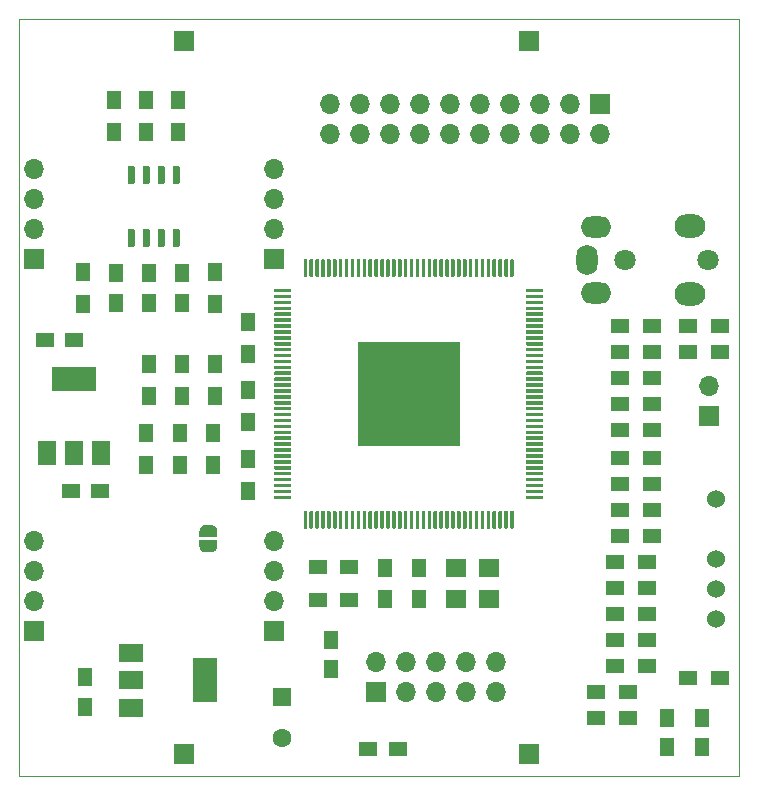
<source format=gbr>
%TF.GenerationSoftware,KiCad,Pcbnew,(5.1.5-0-10_14)*%
%TF.CreationDate,2020-11-09T20:11:24+01:00*%
%TF.ProjectId,rfreplacement,72667265-706c-4616-9365-6d656e742e6b,6.1*%
%TF.SameCoordinates,Original*%
%TF.FileFunction,Soldermask,Top*%
%TF.FilePolarity,Negative*%
%FSLAX46Y46*%
G04 Gerber Fmt 4.6, Leading zero omitted, Abs format (unit mm)*
G04 Created by KiCad (PCBNEW (5.1.5-0-10_14)) date 2020-11-09 20:11:24*
%MOMM*%
%LPD*%
G04 APERTURE LIST*
%ADD10C,0.100000*%
%ADD11C,0.150000*%
%ADD12C,1.800000*%
%ADD13O,1.800000X2.600000*%
%ADD14O,2.600000X1.800000*%
%ADD15O,2.600000X2.000000*%
%ADD16C,1.524000*%
%ADD17R,1.500000X1.250000*%
%ADD18R,1.250000X1.500000*%
%ADD19R,1.700000X1.700000*%
%ADD20O,1.700000X1.700000*%
%ADD21R,1.800000X1.540000*%
%ADD22R,1.500000X1.300000*%
%ADD23R,1.300000X1.500000*%
%ADD24R,2.000000X1.500000*%
%ADD25R,2.000000X3.800000*%
%ADD26R,3.800000X2.000000*%
%ADD27R,1.500000X2.000000*%
%ADD28R,8.700000X8.930000*%
%ADD29C,1.600000*%
%ADD30R,1.600000X1.600000*%
G04 APERTURE END LIST*
D10*
X165100000Y-88900000D02*
X165100000Y-53340000D01*
X165100000Y-88900000D02*
X165100000Y-114935000D01*
X165100000Y-50800000D02*
X165100000Y-53340000D01*
X104140000Y-114300000D02*
X104140000Y-114935000D01*
X165100000Y-114935000D02*
X104140000Y-114935000D01*
X104140000Y-50800000D02*
X165100000Y-50800000D01*
X104140000Y-114300000D02*
X104140000Y-50800000D01*
D11*
G36*
X113829703Y-68575722D02*
G01*
X113844264Y-68577882D01*
X113858543Y-68581459D01*
X113872403Y-68586418D01*
X113885710Y-68592712D01*
X113898336Y-68600280D01*
X113910159Y-68609048D01*
X113921066Y-68618934D01*
X113930952Y-68629841D01*
X113939720Y-68641664D01*
X113947288Y-68654290D01*
X113953582Y-68667597D01*
X113958541Y-68681457D01*
X113962118Y-68695736D01*
X113964278Y-68710297D01*
X113965000Y-68725000D01*
X113965000Y-69975000D01*
X113964278Y-69989703D01*
X113962118Y-70004264D01*
X113958541Y-70018543D01*
X113953582Y-70032403D01*
X113947288Y-70045710D01*
X113939720Y-70058336D01*
X113930952Y-70070159D01*
X113921066Y-70081066D01*
X113910159Y-70090952D01*
X113898336Y-70099720D01*
X113885710Y-70107288D01*
X113872403Y-70113582D01*
X113858543Y-70118541D01*
X113844264Y-70122118D01*
X113829703Y-70124278D01*
X113815000Y-70125000D01*
X113515000Y-70125000D01*
X113500297Y-70124278D01*
X113485736Y-70122118D01*
X113471457Y-70118541D01*
X113457597Y-70113582D01*
X113444290Y-70107288D01*
X113431664Y-70099720D01*
X113419841Y-70090952D01*
X113408934Y-70081066D01*
X113399048Y-70070159D01*
X113390280Y-70058336D01*
X113382712Y-70045710D01*
X113376418Y-70032403D01*
X113371459Y-70018543D01*
X113367882Y-70004264D01*
X113365722Y-69989703D01*
X113365000Y-69975000D01*
X113365000Y-68725000D01*
X113365722Y-68710297D01*
X113367882Y-68695736D01*
X113371459Y-68681457D01*
X113376418Y-68667597D01*
X113382712Y-68654290D01*
X113390280Y-68641664D01*
X113399048Y-68629841D01*
X113408934Y-68618934D01*
X113419841Y-68609048D01*
X113431664Y-68600280D01*
X113444290Y-68592712D01*
X113457597Y-68586418D01*
X113471457Y-68581459D01*
X113485736Y-68577882D01*
X113500297Y-68575722D01*
X113515000Y-68575000D01*
X113815000Y-68575000D01*
X113829703Y-68575722D01*
G37*
G36*
X115099703Y-68575722D02*
G01*
X115114264Y-68577882D01*
X115128543Y-68581459D01*
X115142403Y-68586418D01*
X115155710Y-68592712D01*
X115168336Y-68600280D01*
X115180159Y-68609048D01*
X115191066Y-68618934D01*
X115200952Y-68629841D01*
X115209720Y-68641664D01*
X115217288Y-68654290D01*
X115223582Y-68667597D01*
X115228541Y-68681457D01*
X115232118Y-68695736D01*
X115234278Y-68710297D01*
X115235000Y-68725000D01*
X115235000Y-69975000D01*
X115234278Y-69989703D01*
X115232118Y-70004264D01*
X115228541Y-70018543D01*
X115223582Y-70032403D01*
X115217288Y-70045710D01*
X115209720Y-70058336D01*
X115200952Y-70070159D01*
X115191066Y-70081066D01*
X115180159Y-70090952D01*
X115168336Y-70099720D01*
X115155710Y-70107288D01*
X115142403Y-70113582D01*
X115128543Y-70118541D01*
X115114264Y-70122118D01*
X115099703Y-70124278D01*
X115085000Y-70125000D01*
X114785000Y-70125000D01*
X114770297Y-70124278D01*
X114755736Y-70122118D01*
X114741457Y-70118541D01*
X114727597Y-70113582D01*
X114714290Y-70107288D01*
X114701664Y-70099720D01*
X114689841Y-70090952D01*
X114678934Y-70081066D01*
X114669048Y-70070159D01*
X114660280Y-70058336D01*
X114652712Y-70045710D01*
X114646418Y-70032403D01*
X114641459Y-70018543D01*
X114637882Y-70004264D01*
X114635722Y-69989703D01*
X114635000Y-69975000D01*
X114635000Y-68725000D01*
X114635722Y-68710297D01*
X114637882Y-68695736D01*
X114641459Y-68681457D01*
X114646418Y-68667597D01*
X114652712Y-68654290D01*
X114660280Y-68641664D01*
X114669048Y-68629841D01*
X114678934Y-68618934D01*
X114689841Y-68609048D01*
X114701664Y-68600280D01*
X114714290Y-68592712D01*
X114727597Y-68586418D01*
X114741457Y-68581459D01*
X114755736Y-68577882D01*
X114770297Y-68575722D01*
X114785000Y-68575000D01*
X115085000Y-68575000D01*
X115099703Y-68575722D01*
G37*
G36*
X116369703Y-68575722D02*
G01*
X116384264Y-68577882D01*
X116398543Y-68581459D01*
X116412403Y-68586418D01*
X116425710Y-68592712D01*
X116438336Y-68600280D01*
X116450159Y-68609048D01*
X116461066Y-68618934D01*
X116470952Y-68629841D01*
X116479720Y-68641664D01*
X116487288Y-68654290D01*
X116493582Y-68667597D01*
X116498541Y-68681457D01*
X116502118Y-68695736D01*
X116504278Y-68710297D01*
X116505000Y-68725000D01*
X116505000Y-69975000D01*
X116504278Y-69989703D01*
X116502118Y-70004264D01*
X116498541Y-70018543D01*
X116493582Y-70032403D01*
X116487288Y-70045710D01*
X116479720Y-70058336D01*
X116470952Y-70070159D01*
X116461066Y-70081066D01*
X116450159Y-70090952D01*
X116438336Y-70099720D01*
X116425710Y-70107288D01*
X116412403Y-70113582D01*
X116398543Y-70118541D01*
X116384264Y-70122118D01*
X116369703Y-70124278D01*
X116355000Y-70125000D01*
X116055000Y-70125000D01*
X116040297Y-70124278D01*
X116025736Y-70122118D01*
X116011457Y-70118541D01*
X115997597Y-70113582D01*
X115984290Y-70107288D01*
X115971664Y-70099720D01*
X115959841Y-70090952D01*
X115948934Y-70081066D01*
X115939048Y-70070159D01*
X115930280Y-70058336D01*
X115922712Y-70045710D01*
X115916418Y-70032403D01*
X115911459Y-70018543D01*
X115907882Y-70004264D01*
X115905722Y-69989703D01*
X115905000Y-69975000D01*
X115905000Y-68725000D01*
X115905722Y-68710297D01*
X115907882Y-68695736D01*
X115911459Y-68681457D01*
X115916418Y-68667597D01*
X115922712Y-68654290D01*
X115930280Y-68641664D01*
X115939048Y-68629841D01*
X115948934Y-68618934D01*
X115959841Y-68609048D01*
X115971664Y-68600280D01*
X115984290Y-68592712D01*
X115997597Y-68586418D01*
X116011457Y-68581459D01*
X116025736Y-68577882D01*
X116040297Y-68575722D01*
X116055000Y-68575000D01*
X116355000Y-68575000D01*
X116369703Y-68575722D01*
G37*
G36*
X117639703Y-68575722D02*
G01*
X117654264Y-68577882D01*
X117668543Y-68581459D01*
X117682403Y-68586418D01*
X117695710Y-68592712D01*
X117708336Y-68600280D01*
X117720159Y-68609048D01*
X117731066Y-68618934D01*
X117740952Y-68629841D01*
X117749720Y-68641664D01*
X117757288Y-68654290D01*
X117763582Y-68667597D01*
X117768541Y-68681457D01*
X117772118Y-68695736D01*
X117774278Y-68710297D01*
X117775000Y-68725000D01*
X117775000Y-69975000D01*
X117774278Y-69989703D01*
X117772118Y-70004264D01*
X117768541Y-70018543D01*
X117763582Y-70032403D01*
X117757288Y-70045710D01*
X117749720Y-70058336D01*
X117740952Y-70070159D01*
X117731066Y-70081066D01*
X117720159Y-70090952D01*
X117708336Y-70099720D01*
X117695710Y-70107288D01*
X117682403Y-70113582D01*
X117668543Y-70118541D01*
X117654264Y-70122118D01*
X117639703Y-70124278D01*
X117625000Y-70125000D01*
X117325000Y-70125000D01*
X117310297Y-70124278D01*
X117295736Y-70122118D01*
X117281457Y-70118541D01*
X117267597Y-70113582D01*
X117254290Y-70107288D01*
X117241664Y-70099720D01*
X117229841Y-70090952D01*
X117218934Y-70081066D01*
X117209048Y-70070159D01*
X117200280Y-70058336D01*
X117192712Y-70045710D01*
X117186418Y-70032403D01*
X117181459Y-70018543D01*
X117177882Y-70004264D01*
X117175722Y-69989703D01*
X117175000Y-69975000D01*
X117175000Y-68725000D01*
X117175722Y-68710297D01*
X117177882Y-68695736D01*
X117181459Y-68681457D01*
X117186418Y-68667597D01*
X117192712Y-68654290D01*
X117200280Y-68641664D01*
X117209048Y-68629841D01*
X117218934Y-68618934D01*
X117229841Y-68609048D01*
X117241664Y-68600280D01*
X117254290Y-68592712D01*
X117267597Y-68586418D01*
X117281457Y-68581459D01*
X117295736Y-68577882D01*
X117310297Y-68575722D01*
X117325000Y-68575000D01*
X117625000Y-68575000D01*
X117639703Y-68575722D01*
G37*
G36*
X117639703Y-63225722D02*
G01*
X117654264Y-63227882D01*
X117668543Y-63231459D01*
X117682403Y-63236418D01*
X117695710Y-63242712D01*
X117708336Y-63250280D01*
X117720159Y-63259048D01*
X117731066Y-63268934D01*
X117740952Y-63279841D01*
X117749720Y-63291664D01*
X117757288Y-63304290D01*
X117763582Y-63317597D01*
X117768541Y-63331457D01*
X117772118Y-63345736D01*
X117774278Y-63360297D01*
X117775000Y-63375000D01*
X117775000Y-64625000D01*
X117774278Y-64639703D01*
X117772118Y-64654264D01*
X117768541Y-64668543D01*
X117763582Y-64682403D01*
X117757288Y-64695710D01*
X117749720Y-64708336D01*
X117740952Y-64720159D01*
X117731066Y-64731066D01*
X117720159Y-64740952D01*
X117708336Y-64749720D01*
X117695710Y-64757288D01*
X117682403Y-64763582D01*
X117668543Y-64768541D01*
X117654264Y-64772118D01*
X117639703Y-64774278D01*
X117625000Y-64775000D01*
X117325000Y-64775000D01*
X117310297Y-64774278D01*
X117295736Y-64772118D01*
X117281457Y-64768541D01*
X117267597Y-64763582D01*
X117254290Y-64757288D01*
X117241664Y-64749720D01*
X117229841Y-64740952D01*
X117218934Y-64731066D01*
X117209048Y-64720159D01*
X117200280Y-64708336D01*
X117192712Y-64695710D01*
X117186418Y-64682403D01*
X117181459Y-64668543D01*
X117177882Y-64654264D01*
X117175722Y-64639703D01*
X117175000Y-64625000D01*
X117175000Y-63375000D01*
X117175722Y-63360297D01*
X117177882Y-63345736D01*
X117181459Y-63331457D01*
X117186418Y-63317597D01*
X117192712Y-63304290D01*
X117200280Y-63291664D01*
X117209048Y-63279841D01*
X117218934Y-63268934D01*
X117229841Y-63259048D01*
X117241664Y-63250280D01*
X117254290Y-63242712D01*
X117267597Y-63236418D01*
X117281457Y-63231459D01*
X117295736Y-63227882D01*
X117310297Y-63225722D01*
X117325000Y-63225000D01*
X117625000Y-63225000D01*
X117639703Y-63225722D01*
G37*
G36*
X116369703Y-63225722D02*
G01*
X116384264Y-63227882D01*
X116398543Y-63231459D01*
X116412403Y-63236418D01*
X116425710Y-63242712D01*
X116438336Y-63250280D01*
X116450159Y-63259048D01*
X116461066Y-63268934D01*
X116470952Y-63279841D01*
X116479720Y-63291664D01*
X116487288Y-63304290D01*
X116493582Y-63317597D01*
X116498541Y-63331457D01*
X116502118Y-63345736D01*
X116504278Y-63360297D01*
X116505000Y-63375000D01*
X116505000Y-64625000D01*
X116504278Y-64639703D01*
X116502118Y-64654264D01*
X116498541Y-64668543D01*
X116493582Y-64682403D01*
X116487288Y-64695710D01*
X116479720Y-64708336D01*
X116470952Y-64720159D01*
X116461066Y-64731066D01*
X116450159Y-64740952D01*
X116438336Y-64749720D01*
X116425710Y-64757288D01*
X116412403Y-64763582D01*
X116398543Y-64768541D01*
X116384264Y-64772118D01*
X116369703Y-64774278D01*
X116355000Y-64775000D01*
X116055000Y-64775000D01*
X116040297Y-64774278D01*
X116025736Y-64772118D01*
X116011457Y-64768541D01*
X115997597Y-64763582D01*
X115984290Y-64757288D01*
X115971664Y-64749720D01*
X115959841Y-64740952D01*
X115948934Y-64731066D01*
X115939048Y-64720159D01*
X115930280Y-64708336D01*
X115922712Y-64695710D01*
X115916418Y-64682403D01*
X115911459Y-64668543D01*
X115907882Y-64654264D01*
X115905722Y-64639703D01*
X115905000Y-64625000D01*
X115905000Y-63375000D01*
X115905722Y-63360297D01*
X115907882Y-63345736D01*
X115911459Y-63331457D01*
X115916418Y-63317597D01*
X115922712Y-63304290D01*
X115930280Y-63291664D01*
X115939048Y-63279841D01*
X115948934Y-63268934D01*
X115959841Y-63259048D01*
X115971664Y-63250280D01*
X115984290Y-63242712D01*
X115997597Y-63236418D01*
X116011457Y-63231459D01*
X116025736Y-63227882D01*
X116040297Y-63225722D01*
X116055000Y-63225000D01*
X116355000Y-63225000D01*
X116369703Y-63225722D01*
G37*
G36*
X115099703Y-63225722D02*
G01*
X115114264Y-63227882D01*
X115128543Y-63231459D01*
X115142403Y-63236418D01*
X115155710Y-63242712D01*
X115168336Y-63250280D01*
X115180159Y-63259048D01*
X115191066Y-63268934D01*
X115200952Y-63279841D01*
X115209720Y-63291664D01*
X115217288Y-63304290D01*
X115223582Y-63317597D01*
X115228541Y-63331457D01*
X115232118Y-63345736D01*
X115234278Y-63360297D01*
X115235000Y-63375000D01*
X115235000Y-64625000D01*
X115234278Y-64639703D01*
X115232118Y-64654264D01*
X115228541Y-64668543D01*
X115223582Y-64682403D01*
X115217288Y-64695710D01*
X115209720Y-64708336D01*
X115200952Y-64720159D01*
X115191066Y-64731066D01*
X115180159Y-64740952D01*
X115168336Y-64749720D01*
X115155710Y-64757288D01*
X115142403Y-64763582D01*
X115128543Y-64768541D01*
X115114264Y-64772118D01*
X115099703Y-64774278D01*
X115085000Y-64775000D01*
X114785000Y-64775000D01*
X114770297Y-64774278D01*
X114755736Y-64772118D01*
X114741457Y-64768541D01*
X114727597Y-64763582D01*
X114714290Y-64757288D01*
X114701664Y-64749720D01*
X114689841Y-64740952D01*
X114678934Y-64731066D01*
X114669048Y-64720159D01*
X114660280Y-64708336D01*
X114652712Y-64695710D01*
X114646418Y-64682403D01*
X114641459Y-64668543D01*
X114637882Y-64654264D01*
X114635722Y-64639703D01*
X114635000Y-64625000D01*
X114635000Y-63375000D01*
X114635722Y-63360297D01*
X114637882Y-63345736D01*
X114641459Y-63331457D01*
X114646418Y-63317597D01*
X114652712Y-63304290D01*
X114660280Y-63291664D01*
X114669048Y-63279841D01*
X114678934Y-63268934D01*
X114689841Y-63259048D01*
X114701664Y-63250280D01*
X114714290Y-63242712D01*
X114727597Y-63236418D01*
X114741457Y-63231459D01*
X114755736Y-63227882D01*
X114770297Y-63225722D01*
X114785000Y-63225000D01*
X115085000Y-63225000D01*
X115099703Y-63225722D01*
G37*
G36*
X113829703Y-63225722D02*
G01*
X113844264Y-63227882D01*
X113858543Y-63231459D01*
X113872403Y-63236418D01*
X113885710Y-63242712D01*
X113898336Y-63250280D01*
X113910159Y-63259048D01*
X113921066Y-63268934D01*
X113930952Y-63279841D01*
X113939720Y-63291664D01*
X113947288Y-63304290D01*
X113953582Y-63317597D01*
X113958541Y-63331457D01*
X113962118Y-63345736D01*
X113964278Y-63360297D01*
X113965000Y-63375000D01*
X113965000Y-64625000D01*
X113964278Y-64639703D01*
X113962118Y-64654264D01*
X113958541Y-64668543D01*
X113953582Y-64682403D01*
X113947288Y-64695710D01*
X113939720Y-64708336D01*
X113930952Y-64720159D01*
X113921066Y-64731066D01*
X113910159Y-64740952D01*
X113898336Y-64749720D01*
X113885710Y-64757288D01*
X113872403Y-64763582D01*
X113858543Y-64768541D01*
X113844264Y-64772118D01*
X113829703Y-64774278D01*
X113815000Y-64775000D01*
X113515000Y-64775000D01*
X113500297Y-64774278D01*
X113485736Y-64772118D01*
X113471457Y-64768541D01*
X113457597Y-64763582D01*
X113444290Y-64757288D01*
X113431664Y-64749720D01*
X113419841Y-64740952D01*
X113408934Y-64731066D01*
X113399048Y-64720159D01*
X113390280Y-64708336D01*
X113382712Y-64695710D01*
X113376418Y-64682403D01*
X113371459Y-64668543D01*
X113367882Y-64654264D01*
X113365722Y-64639703D01*
X113365000Y-64625000D01*
X113365000Y-63375000D01*
X113365722Y-63360297D01*
X113367882Y-63345736D01*
X113371459Y-63331457D01*
X113376418Y-63317597D01*
X113382712Y-63304290D01*
X113390280Y-63291664D01*
X113399048Y-63279841D01*
X113408934Y-63268934D01*
X113419841Y-63259048D01*
X113431664Y-63250280D01*
X113444290Y-63242712D01*
X113457597Y-63236418D01*
X113471457Y-63231459D01*
X113485736Y-63227882D01*
X113500297Y-63225722D01*
X113515000Y-63225000D01*
X113815000Y-63225000D01*
X113829703Y-63225722D01*
G37*
D12*
X162500000Y-71200000D03*
X155500000Y-71200000D03*
D13*
X152300000Y-71200000D03*
D14*
X153000000Y-74000000D03*
X153000000Y-68400000D03*
D15*
X161000000Y-68300000D03*
X161000000Y-74100000D03*
D11*
G36*
X119450000Y-94650000D02*
G01*
X119450000Y-94150000D01*
X119450602Y-94150000D01*
X119450602Y-94125466D01*
X119455412Y-94076635D01*
X119464984Y-94028510D01*
X119479228Y-93981555D01*
X119498005Y-93936222D01*
X119521136Y-93892949D01*
X119548396Y-93852150D01*
X119579524Y-93814221D01*
X119614221Y-93779524D01*
X119652150Y-93748396D01*
X119692949Y-93721136D01*
X119736222Y-93698005D01*
X119781555Y-93679228D01*
X119828510Y-93664984D01*
X119876635Y-93655412D01*
X119925466Y-93650602D01*
X119950000Y-93650602D01*
X119950000Y-93650000D01*
X120450000Y-93650000D01*
X120450000Y-93650602D01*
X120474534Y-93650602D01*
X120523365Y-93655412D01*
X120571490Y-93664984D01*
X120618445Y-93679228D01*
X120663778Y-93698005D01*
X120707051Y-93721136D01*
X120747850Y-93748396D01*
X120785779Y-93779524D01*
X120820476Y-93814221D01*
X120851604Y-93852150D01*
X120878864Y-93892949D01*
X120901995Y-93936222D01*
X120920772Y-93981555D01*
X120935016Y-94028510D01*
X120944588Y-94076635D01*
X120949398Y-94125466D01*
X120949398Y-94150000D01*
X120950000Y-94150000D01*
X120950000Y-94650000D01*
X119450000Y-94650000D01*
G37*
G36*
X120949398Y-95450000D02*
G01*
X120949398Y-95474534D01*
X120944588Y-95523365D01*
X120935016Y-95571490D01*
X120920772Y-95618445D01*
X120901995Y-95663778D01*
X120878864Y-95707051D01*
X120851604Y-95747850D01*
X120820476Y-95785779D01*
X120785779Y-95820476D01*
X120747850Y-95851604D01*
X120707051Y-95878864D01*
X120663778Y-95901995D01*
X120618445Y-95920772D01*
X120571490Y-95935016D01*
X120523365Y-95944588D01*
X120474534Y-95949398D01*
X120450000Y-95949398D01*
X120450000Y-95950000D01*
X119950000Y-95950000D01*
X119950000Y-95949398D01*
X119925466Y-95949398D01*
X119876635Y-95944588D01*
X119828510Y-95935016D01*
X119781555Y-95920772D01*
X119736222Y-95901995D01*
X119692949Y-95878864D01*
X119652150Y-95851604D01*
X119614221Y-95820476D01*
X119579524Y-95785779D01*
X119548396Y-95747850D01*
X119521136Y-95707051D01*
X119498005Y-95663778D01*
X119479228Y-95618445D01*
X119464984Y-95571490D01*
X119455412Y-95523365D01*
X119450602Y-95474534D01*
X119450602Y-95450000D01*
X119450000Y-95450000D01*
X119450000Y-94950000D01*
X120950000Y-94950000D01*
X120950000Y-95450000D01*
X120949398Y-95450000D01*
G37*
D16*
X163195000Y-101600000D03*
X163195000Y-99060000D03*
X163195000Y-96520000D03*
X163195000Y-91440000D03*
D17*
X108550000Y-90800000D03*
X111050000Y-90800000D03*
D18*
X130600000Y-105850000D03*
X130600000Y-103350000D03*
X159000000Y-109950000D03*
X159000000Y-112450000D03*
D17*
X136250000Y-112600000D03*
X133750000Y-112600000D03*
D18*
X162000000Y-109950000D03*
X162000000Y-112450000D03*
D17*
X106350000Y-78000000D03*
X108850000Y-78000000D03*
D18*
X115200000Y-72350000D03*
X115200000Y-74850000D03*
X112400000Y-72350000D03*
X112400000Y-74850000D03*
X118000000Y-74850000D03*
X118000000Y-72350000D03*
X109800000Y-106550000D03*
X109800000Y-109050000D03*
D19*
X118110000Y-113030000D03*
X118110000Y-52705000D03*
X147320000Y-113030000D03*
X147320000Y-52705000D03*
D20*
X162560000Y-81915000D03*
D19*
X162560000Y-84455000D03*
D20*
X130540000Y-60540000D03*
X130540000Y-58000000D03*
X133080000Y-60540000D03*
X133080000Y-58000000D03*
X135620000Y-60540000D03*
X135620000Y-58000000D03*
X138160000Y-60540000D03*
X138160000Y-58000000D03*
X140700000Y-60540000D03*
X140700000Y-58000000D03*
X143240000Y-60540000D03*
X143240000Y-58000000D03*
X145780000Y-60540000D03*
X145780000Y-58000000D03*
X148320000Y-60540000D03*
X148320000Y-58000000D03*
X150860000Y-60540000D03*
X150860000Y-58000000D03*
X153400000Y-60540000D03*
D19*
X153400000Y-58000000D03*
D20*
X144560000Y-105260000D03*
X144560000Y-107800000D03*
X142020000Y-105260000D03*
X142020000Y-107800000D03*
X139480000Y-105260000D03*
X139480000Y-107800000D03*
X136940000Y-105260000D03*
X136940000Y-107800000D03*
X134400000Y-105260000D03*
D19*
X134400000Y-107800000D03*
D21*
X141200000Y-99940000D03*
X141200000Y-97260000D03*
X144000000Y-97260000D03*
X144000000Y-99940000D03*
D22*
X153050000Y-110000000D03*
X155750000Y-110000000D03*
X153050000Y-107800000D03*
X155750000Y-107800000D03*
X154650000Y-105600000D03*
X157350000Y-105600000D03*
X157350000Y-103400000D03*
X154650000Y-103400000D03*
X154650000Y-101200000D03*
X157350000Y-101200000D03*
X157350000Y-99000000D03*
X154650000Y-99000000D03*
X157350000Y-96800000D03*
X154650000Y-96800000D03*
X155050000Y-94600000D03*
X157750000Y-94600000D03*
X157750000Y-92400000D03*
X155050000Y-92400000D03*
X155050000Y-90200000D03*
X157750000Y-90200000D03*
X157750000Y-88000000D03*
X155050000Y-88000000D03*
X155050000Y-85600000D03*
X157750000Y-85600000D03*
X157750000Y-83400000D03*
X155050000Y-83400000D03*
X155050000Y-81200000D03*
X157750000Y-81200000D03*
X157750000Y-79000000D03*
X155050000Y-79000000D03*
X155050000Y-76800000D03*
X157750000Y-76800000D03*
X163550000Y-106600000D03*
X160850000Y-106600000D03*
X163550000Y-79000000D03*
X160850000Y-79000000D03*
X163550000Y-76800000D03*
X160850000Y-76800000D03*
D23*
X138000000Y-97250000D03*
X138000000Y-99950000D03*
D22*
X129450000Y-100000000D03*
X132150000Y-100000000D03*
X129450000Y-97200000D03*
X132150000Y-97200000D03*
D23*
X135200000Y-97250000D03*
X135200000Y-99950000D03*
X123600000Y-90750000D03*
X123600000Y-88050000D03*
X123600000Y-82250000D03*
X123600000Y-84950000D03*
X123600000Y-79150000D03*
X123600000Y-76450000D03*
X109600000Y-74950000D03*
X109600000Y-72250000D03*
X120800000Y-74950000D03*
X120800000Y-72250000D03*
X115200000Y-80050000D03*
X115200000Y-82750000D03*
X112200000Y-60405000D03*
X112200000Y-57705000D03*
X114935000Y-60405000D03*
X114935000Y-57705000D03*
X117600000Y-60405000D03*
X117600000Y-57705000D03*
X120800000Y-82750000D03*
X120800000Y-80050000D03*
X118000000Y-82750000D03*
X118000000Y-80050000D03*
X120600000Y-85850000D03*
X120600000Y-88550000D03*
X117800000Y-88550000D03*
X117800000Y-85850000D03*
X114935000Y-85850000D03*
X114935000Y-88550000D03*
D24*
X113650000Y-104500000D03*
X113650000Y-109100000D03*
X113650000Y-106800000D03*
D25*
X119950000Y-106800000D03*
D26*
X108800000Y-81250000D03*
D27*
X108800000Y-87550000D03*
X111100000Y-87550000D03*
X106500000Y-87550000D03*
D19*
X105410000Y-71120000D03*
D20*
X105410000Y-68580000D03*
X105410000Y-66040000D03*
X105410000Y-63500000D03*
X105410000Y-94996000D03*
X105410000Y-97536000D03*
X105410000Y-100076000D03*
D19*
X105410000Y-102616000D03*
D20*
X125730000Y-63500000D03*
X125730000Y-66040000D03*
X125730000Y-68580000D03*
D19*
X125730000Y-71120000D03*
X125730000Y-102616000D03*
D20*
X125730000Y-100076000D03*
X125730000Y-97536000D03*
X125730000Y-94996000D03*
D11*
G36*
X128492351Y-92475361D02*
G01*
X128499632Y-92476441D01*
X128506771Y-92478229D01*
X128513701Y-92480709D01*
X128520355Y-92483856D01*
X128526668Y-92487640D01*
X128532579Y-92492024D01*
X128538033Y-92496967D01*
X128542976Y-92502421D01*
X128547360Y-92508332D01*
X128551144Y-92514645D01*
X128554291Y-92521299D01*
X128556771Y-92528229D01*
X128558559Y-92535368D01*
X128559639Y-92542649D01*
X128560000Y-92550000D01*
X128560000Y-93875000D01*
X128559639Y-93882351D01*
X128558559Y-93889632D01*
X128556771Y-93896771D01*
X128554291Y-93903701D01*
X128551144Y-93910355D01*
X128547360Y-93916668D01*
X128542976Y-93922579D01*
X128538033Y-93928033D01*
X128532579Y-93932976D01*
X128526668Y-93937360D01*
X128520355Y-93941144D01*
X128513701Y-93944291D01*
X128506771Y-93946771D01*
X128499632Y-93948559D01*
X128492351Y-93949639D01*
X128485000Y-93950000D01*
X128335000Y-93950000D01*
X128327649Y-93949639D01*
X128320368Y-93948559D01*
X128313229Y-93946771D01*
X128306299Y-93944291D01*
X128299645Y-93941144D01*
X128293332Y-93937360D01*
X128287421Y-93932976D01*
X128281967Y-93928033D01*
X128277024Y-93922579D01*
X128272640Y-93916668D01*
X128268856Y-93910355D01*
X128265709Y-93903701D01*
X128263229Y-93896771D01*
X128261441Y-93889632D01*
X128260361Y-93882351D01*
X128260000Y-93875000D01*
X128260000Y-92550000D01*
X128260361Y-92542649D01*
X128261441Y-92535368D01*
X128263229Y-92528229D01*
X128265709Y-92521299D01*
X128268856Y-92514645D01*
X128272640Y-92508332D01*
X128277024Y-92502421D01*
X128281967Y-92496967D01*
X128287421Y-92492024D01*
X128293332Y-92487640D01*
X128299645Y-92483856D01*
X128306299Y-92480709D01*
X128313229Y-92478229D01*
X128320368Y-92476441D01*
X128327649Y-92475361D01*
X128335000Y-92475000D01*
X128485000Y-92475000D01*
X128492351Y-92475361D01*
G37*
G36*
X128992351Y-92475361D02*
G01*
X128999632Y-92476441D01*
X129006771Y-92478229D01*
X129013701Y-92480709D01*
X129020355Y-92483856D01*
X129026668Y-92487640D01*
X129032579Y-92492024D01*
X129038033Y-92496967D01*
X129042976Y-92502421D01*
X129047360Y-92508332D01*
X129051144Y-92514645D01*
X129054291Y-92521299D01*
X129056771Y-92528229D01*
X129058559Y-92535368D01*
X129059639Y-92542649D01*
X129060000Y-92550000D01*
X129060000Y-93875000D01*
X129059639Y-93882351D01*
X129058559Y-93889632D01*
X129056771Y-93896771D01*
X129054291Y-93903701D01*
X129051144Y-93910355D01*
X129047360Y-93916668D01*
X129042976Y-93922579D01*
X129038033Y-93928033D01*
X129032579Y-93932976D01*
X129026668Y-93937360D01*
X129020355Y-93941144D01*
X129013701Y-93944291D01*
X129006771Y-93946771D01*
X128999632Y-93948559D01*
X128992351Y-93949639D01*
X128985000Y-93950000D01*
X128835000Y-93950000D01*
X128827649Y-93949639D01*
X128820368Y-93948559D01*
X128813229Y-93946771D01*
X128806299Y-93944291D01*
X128799645Y-93941144D01*
X128793332Y-93937360D01*
X128787421Y-93932976D01*
X128781967Y-93928033D01*
X128777024Y-93922579D01*
X128772640Y-93916668D01*
X128768856Y-93910355D01*
X128765709Y-93903701D01*
X128763229Y-93896771D01*
X128761441Y-93889632D01*
X128760361Y-93882351D01*
X128760000Y-93875000D01*
X128760000Y-92550000D01*
X128760361Y-92542649D01*
X128761441Y-92535368D01*
X128763229Y-92528229D01*
X128765709Y-92521299D01*
X128768856Y-92514645D01*
X128772640Y-92508332D01*
X128777024Y-92502421D01*
X128781967Y-92496967D01*
X128787421Y-92492024D01*
X128793332Y-92487640D01*
X128799645Y-92483856D01*
X128806299Y-92480709D01*
X128813229Y-92478229D01*
X128820368Y-92476441D01*
X128827649Y-92475361D01*
X128835000Y-92475000D01*
X128985000Y-92475000D01*
X128992351Y-92475361D01*
G37*
G36*
X129492351Y-92475361D02*
G01*
X129499632Y-92476441D01*
X129506771Y-92478229D01*
X129513701Y-92480709D01*
X129520355Y-92483856D01*
X129526668Y-92487640D01*
X129532579Y-92492024D01*
X129538033Y-92496967D01*
X129542976Y-92502421D01*
X129547360Y-92508332D01*
X129551144Y-92514645D01*
X129554291Y-92521299D01*
X129556771Y-92528229D01*
X129558559Y-92535368D01*
X129559639Y-92542649D01*
X129560000Y-92550000D01*
X129560000Y-93875000D01*
X129559639Y-93882351D01*
X129558559Y-93889632D01*
X129556771Y-93896771D01*
X129554291Y-93903701D01*
X129551144Y-93910355D01*
X129547360Y-93916668D01*
X129542976Y-93922579D01*
X129538033Y-93928033D01*
X129532579Y-93932976D01*
X129526668Y-93937360D01*
X129520355Y-93941144D01*
X129513701Y-93944291D01*
X129506771Y-93946771D01*
X129499632Y-93948559D01*
X129492351Y-93949639D01*
X129485000Y-93950000D01*
X129335000Y-93950000D01*
X129327649Y-93949639D01*
X129320368Y-93948559D01*
X129313229Y-93946771D01*
X129306299Y-93944291D01*
X129299645Y-93941144D01*
X129293332Y-93937360D01*
X129287421Y-93932976D01*
X129281967Y-93928033D01*
X129277024Y-93922579D01*
X129272640Y-93916668D01*
X129268856Y-93910355D01*
X129265709Y-93903701D01*
X129263229Y-93896771D01*
X129261441Y-93889632D01*
X129260361Y-93882351D01*
X129260000Y-93875000D01*
X129260000Y-92550000D01*
X129260361Y-92542649D01*
X129261441Y-92535368D01*
X129263229Y-92528229D01*
X129265709Y-92521299D01*
X129268856Y-92514645D01*
X129272640Y-92508332D01*
X129277024Y-92502421D01*
X129281967Y-92496967D01*
X129287421Y-92492024D01*
X129293332Y-92487640D01*
X129299645Y-92483856D01*
X129306299Y-92480709D01*
X129313229Y-92478229D01*
X129320368Y-92476441D01*
X129327649Y-92475361D01*
X129335000Y-92475000D01*
X129485000Y-92475000D01*
X129492351Y-92475361D01*
G37*
G36*
X129992351Y-92475361D02*
G01*
X129999632Y-92476441D01*
X130006771Y-92478229D01*
X130013701Y-92480709D01*
X130020355Y-92483856D01*
X130026668Y-92487640D01*
X130032579Y-92492024D01*
X130038033Y-92496967D01*
X130042976Y-92502421D01*
X130047360Y-92508332D01*
X130051144Y-92514645D01*
X130054291Y-92521299D01*
X130056771Y-92528229D01*
X130058559Y-92535368D01*
X130059639Y-92542649D01*
X130060000Y-92550000D01*
X130060000Y-93875000D01*
X130059639Y-93882351D01*
X130058559Y-93889632D01*
X130056771Y-93896771D01*
X130054291Y-93903701D01*
X130051144Y-93910355D01*
X130047360Y-93916668D01*
X130042976Y-93922579D01*
X130038033Y-93928033D01*
X130032579Y-93932976D01*
X130026668Y-93937360D01*
X130020355Y-93941144D01*
X130013701Y-93944291D01*
X130006771Y-93946771D01*
X129999632Y-93948559D01*
X129992351Y-93949639D01*
X129985000Y-93950000D01*
X129835000Y-93950000D01*
X129827649Y-93949639D01*
X129820368Y-93948559D01*
X129813229Y-93946771D01*
X129806299Y-93944291D01*
X129799645Y-93941144D01*
X129793332Y-93937360D01*
X129787421Y-93932976D01*
X129781967Y-93928033D01*
X129777024Y-93922579D01*
X129772640Y-93916668D01*
X129768856Y-93910355D01*
X129765709Y-93903701D01*
X129763229Y-93896771D01*
X129761441Y-93889632D01*
X129760361Y-93882351D01*
X129760000Y-93875000D01*
X129760000Y-92550000D01*
X129760361Y-92542649D01*
X129761441Y-92535368D01*
X129763229Y-92528229D01*
X129765709Y-92521299D01*
X129768856Y-92514645D01*
X129772640Y-92508332D01*
X129777024Y-92502421D01*
X129781967Y-92496967D01*
X129787421Y-92492024D01*
X129793332Y-92487640D01*
X129799645Y-92483856D01*
X129806299Y-92480709D01*
X129813229Y-92478229D01*
X129820368Y-92476441D01*
X129827649Y-92475361D01*
X129835000Y-92475000D01*
X129985000Y-92475000D01*
X129992351Y-92475361D01*
G37*
G36*
X130492351Y-92475361D02*
G01*
X130499632Y-92476441D01*
X130506771Y-92478229D01*
X130513701Y-92480709D01*
X130520355Y-92483856D01*
X130526668Y-92487640D01*
X130532579Y-92492024D01*
X130538033Y-92496967D01*
X130542976Y-92502421D01*
X130547360Y-92508332D01*
X130551144Y-92514645D01*
X130554291Y-92521299D01*
X130556771Y-92528229D01*
X130558559Y-92535368D01*
X130559639Y-92542649D01*
X130560000Y-92550000D01*
X130560000Y-93875000D01*
X130559639Y-93882351D01*
X130558559Y-93889632D01*
X130556771Y-93896771D01*
X130554291Y-93903701D01*
X130551144Y-93910355D01*
X130547360Y-93916668D01*
X130542976Y-93922579D01*
X130538033Y-93928033D01*
X130532579Y-93932976D01*
X130526668Y-93937360D01*
X130520355Y-93941144D01*
X130513701Y-93944291D01*
X130506771Y-93946771D01*
X130499632Y-93948559D01*
X130492351Y-93949639D01*
X130485000Y-93950000D01*
X130335000Y-93950000D01*
X130327649Y-93949639D01*
X130320368Y-93948559D01*
X130313229Y-93946771D01*
X130306299Y-93944291D01*
X130299645Y-93941144D01*
X130293332Y-93937360D01*
X130287421Y-93932976D01*
X130281967Y-93928033D01*
X130277024Y-93922579D01*
X130272640Y-93916668D01*
X130268856Y-93910355D01*
X130265709Y-93903701D01*
X130263229Y-93896771D01*
X130261441Y-93889632D01*
X130260361Y-93882351D01*
X130260000Y-93875000D01*
X130260000Y-92550000D01*
X130260361Y-92542649D01*
X130261441Y-92535368D01*
X130263229Y-92528229D01*
X130265709Y-92521299D01*
X130268856Y-92514645D01*
X130272640Y-92508332D01*
X130277024Y-92502421D01*
X130281967Y-92496967D01*
X130287421Y-92492024D01*
X130293332Y-92487640D01*
X130299645Y-92483856D01*
X130306299Y-92480709D01*
X130313229Y-92478229D01*
X130320368Y-92476441D01*
X130327649Y-92475361D01*
X130335000Y-92475000D01*
X130485000Y-92475000D01*
X130492351Y-92475361D01*
G37*
G36*
X130992351Y-92475361D02*
G01*
X130999632Y-92476441D01*
X131006771Y-92478229D01*
X131013701Y-92480709D01*
X131020355Y-92483856D01*
X131026668Y-92487640D01*
X131032579Y-92492024D01*
X131038033Y-92496967D01*
X131042976Y-92502421D01*
X131047360Y-92508332D01*
X131051144Y-92514645D01*
X131054291Y-92521299D01*
X131056771Y-92528229D01*
X131058559Y-92535368D01*
X131059639Y-92542649D01*
X131060000Y-92550000D01*
X131060000Y-93875000D01*
X131059639Y-93882351D01*
X131058559Y-93889632D01*
X131056771Y-93896771D01*
X131054291Y-93903701D01*
X131051144Y-93910355D01*
X131047360Y-93916668D01*
X131042976Y-93922579D01*
X131038033Y-93928033D01*
X131032579Y-93932976D01*
X131026668Y-93937360D01*
X131020355Y-93941144D01*
X131013701Y-93944291D01*
X131006771Y-93946771D01*
X130999632Y-93948559D01*
X130992351Y-93949639D01*
X130985000Y-93950000D01*
X130835000Y-93950000D01*
X130827649Y-93949639D01*
X130820368Y-93948559D01*
X130813229Y-93946771D01*
X130806299Y-93944291D01*
X130799645Y-93941144D01*
X130793332Y-93937360D01*
X130787421Y-93932976D01*
X130781967Y-93928033D01*
X130777024Y-93922579D01*
X130772640Y-93916668D01*
X130768856Y-93910355D01*
X130765709Y-93903701D01*
X130763229Y-93896771D01*
X130761441Y-93889632D01*
X130760361Y-93882351D01*
X130760000Y-93875000D01*
X130760000Y-92550000D01*
X130760361Y-92542649D01*
X130761441Y-92535368D01*
X130763229Y-92528229D01*
X130765709Y-92521299D01*
X130768856Y-92514645D01*
X130772640Y-92508332D01*
X130777024Y-92502421D01*
X130781967Y-92496967D01*
X130787421Y-92492024D01*
X130793332Y-92487640D01*
X130799645Y-92483856D01*
X130806299Y-92480709D01*
X130813229Y-92478229D01*
X130820368Y-92476441D01*
X130827649Y-92475361D01*
X130835000Y-92475000D01*
X130985000Y-92475000D01*
X130992351Y-92475361D01*
G37*
G36*
X131492351Y-92475361D02*
G01*
X131499632Y-92476441D01*
X131506771Y-92478229D01*
X131513701Y-92480709D01*
X131520355Y-92483856D01*
X131526668Y-92487640D01*
X131532579Y-92492024D01*
X131538033Y-92496967D01*
X131542976Y-92502421D01*
X131547360Y-92508332D01*
X131551144Y-92514645D01*
X131554291Y-92521299D01*
X131556771Y-92528229D01*
X131558559Y-92535368D01*
X131559639Y-92542649D01*
X131560000Y-92550000D01*
X131560000Y-93875000D01*
X131559639Y-93882351D01*
X131558559Y-93889632D01*
X131556771Y-93896771D01*
X131554291Y-93903701D01*
X131551144Y-93910355D01*
X131547360Y-93916668D01*
X131542976Y-93922579D01*
X131538033Y-93928033D01*
X131532579Y-93932976D01*
X131526668Y-93937360D01*
X131520355Y-93941144D01*
X131513701Y-93944291D01*
X131506771Y-93946771D01*
X131499632Y-93948559D01*
X131492351Y-93949639D01*
X131485000Y-93950000D01*
X131335000Y-93950000D01*
X131327649Y-93949639D01*
X131320368Y-93948559D01*
X131313229Y-93946771D01*
X131306299Y-93944291D01*
X131299645Y-93941144D01*
X131293332Y-93937360D01*
X131287421Y-93932976D01*
X131281967Y-93928033D01*
X131277024Y-93922579D01*
X131272640Y-93916668D01*
X131268856Y-93910355D01*
X131265709Y-93903701D01*
X131263229Y-93896771D01*
X131261441Y-93889632D01*
X131260361Y-93882351D01*
X131260000Y-93875000D01*
X131260000Y-92550000D01*
X131260361Y-92542649D01*
X131261441Y-92535368D01*
X131263229Y-92528229D01*
X131265709Y-92521299D01*
X131268856Y-92514645D01*
X131272640Y-92508332D01*
X131277024Y-92502421D01*
X131281967Y-92496967D01*
X131287421Y-92492024D01*
X131293332Y-92487640D01*
X131299645Y-92483856D01*
X131306299Y-92480709D01*
X131313229Y-92478229D01*
X131320368Y-92476441D01*
X131327649Y-92475361D01*
X131335000Y-92475000D01*
X131485000Y-92475000D01*
X131492351Y-92475361D01*
G37*
G36*
X131992351Y-92475361D02*
G01*
X131999632Y-92476441D01*
X132006771Y-92478229D01*
X132013701Y-92480709D01*
X132020355Y-92483856D01*
X132026668Y-92487640D01*
X132032579Y-92492024D01*
X132038033Y-92496967D01*
X132042976Y-92502421D01*
X132047360Y-92508332D01*
X132051144Y-92514645D01*
X132054291Y-92521299D01*
X132056771Y-92528229D01*
X132058559Y-92535368D01*
X132059639Y-92542649D01*
X132060000Y-92550000D01*
X132060000Y-93875000D01*
X132059639Y-93882351D01*
X132058559Y-93889632D01*
X132056771Y-93896771D01*
X132054291Y-93903701D01*
X132051144Y-93910355D01*
X132047360Y-93916668D01*
X132042976Y-93922579D01*
X132038033Y-93928033D01*
X132032579Y-93932976D01*
X132026668Y-93937360D01*
X132020355Y-93941144D01*
X132013701Y-93944291D01*
X132006771Y-93946771D01*
X131999632Y-93948559D01*
X131992351Y-93949639D01*
X131985000Y-93950000D01*
X131835000Y-93950000D01*
X131827649Y-93949639D01*
X131820368Y-93948559D01*
X131813229Y-93946771D01*
X131806299Y-93944291D01*
X131799645Y-93941144D01*
X131793332Y-93937360D01*
X131787421Y-93932976D01*
X131781967Y-93928033D01*
X131777024Y-93922579D01*
X131772640Y-93916668D01*
X131768856Y-93910355D01*
X131765709Y-93903701D01*
X131763229Y-93896771D01*
X131761441Y-93889632D01*
X131760361Y-93882351D01*
X131760000Y-93875000D01*
X131760000Y-92550000D01*
X131760361Y-92542649D01*
X131761441Y-92535368D01*
X131763229Y-92528229D01*
X131765709Y-92521299D01*
X131768856Y-92514645D01*
X131772640Y-92508332D01*
X131777024Y-92502421D01*
X131781967Y-92496967D01*
X131787421Y-92492024D01*
X131793332Y-92487640D01*
X131799645Y-92483856D01*
X131806299Y-92480709D01*
X131813229Y-92478229D01*
X131820368Y-92476441D01*
X131827649Y-92475361D01*
X131835000Y-92475000D01*
X131985000Y-92475000D01*
X131992351Y-92475361D01*
G37*
G36*
X132492351Y-92475361D02*
G01*
X132499632Y-92476441D01*
X132506771Y-92478229D01*
X132513701Y-92480709D01*
X132520355Y-92483856D01*
X132526668Y-92487640D01*
X132532579Y-92492024D01*
X132538033Y-92496967D01*
X132542976Y-92502421D01*
X132547360Y-92508332D01*
X132551144Y-92514645D01*
X132554291Y-92521299D01*
X132556771Y-92528229D01*
X132558559Y-92535368D01*
X132559639Y-92542649D01*
X132560000Y-92550000D01*
X132560000Y-93875000D01*
X132559639Y-93882351D01*
X132558559Y-93889632D01*
X132556771Y-93896771D01*
X132554291Y-93903701D01*
X132551144Y-93910355D01*
X132547360Y-93916668D01*
X132542976Y-93922579D01*
X132538033Y-93928033D01*
X132532579Y-93932976D01*
X132526668Y-93937360D01*
X132520355Y-93941144D01*
X132513701Y-93944291D01*
X132506771Y-93946771D01*
X132499632Y-93948559D01*
X132492351Y-93949639D01*
X132485000Y-93950000D01*
X132335000Y-93950000D01*
X132327649Y-93949639D01*
X132320368Y-93948559D01*
X132313229Y-93946771D01*
X132306299Y-93944291D01*
X132299645Y-93941144D01*
X132293332Y-93937360D01*
X132287421Y-93932976D01*
X132281967Y-93928033D01*
X132277024Y-93922579D01*
X132272640Y-93916668D01*
X132268856Y-93910355D01*
X132265709Y-93903701D01*
X132263229Y-93896771D01*
X132261441Y-93889632D01*
X132260361Y-93882351D01*
X132260000Y-93875000D01*
X132260000Y-92550000D01*
X132260361Y-92542649D01*
X132261441Y-92535368D01*
X132263229Y-92528229D01*
X132265709Y-92521299D01*
X132268856Y-92514645D01*
X132272640Y-92508332D01*
X132277024Y-92502421D01*
X132281967Y-92496967D01*
X132287421Y-92492024D01*
X132293332Y-92487640D01*
X132299645Y-92483856D01*
X132306299Y-92480709D01*
X132313229Y-92478229D01*
X132320368Y-92476441D01*
X132327649Y-92475361D01*
X132335000Y-92475000D01*
X132485000Y-92475000D01*
X132492351Y-92475361D01*
G37*
G36*
X132992351Y-92475361D02*
G01*
X132999632Y-92476441D01*
X133006771Y-92478229D01*
X133013701Y-92480709D01*
X133020355Y-92483856D01*
X133026668Y-92487640D01*
X133032579Y-92492024D01*
X133038033Y-92496967D01*
X133042976Y-92502421D01*
X133047360Y-92508332D01*
X133051144Y-92514645D01*
X133054291Y-92521299D01*
X133056771Y-92528229D01*
X133058559Y-92535368D01*
X133059639Y-92542649D01*
X133060000Y-92550000D01*
X133060000Y-93875000D01*
X133059639Y-93882351D01*
X133058559Y-93889632D01*
X133056771Y-93896771D01*
X133054291Y-93903701D01*
X133051144Y-93910355D01*
X133047360Y-93916668D01*
X133042976Y-93922579D01*
X133038033Y-93928033D01*
X133032579Y-93932976D01*
X133026668Y-93937360D01*
X133020355Y-93941144D01*
X133013701Y-93944291D01*
X133006771Y-93946771D01*
X132999632Y-93948559D01*
X132992351Y-93949639D01*
X132985000Y-93950000D01*
X132835000Y-93950000D01*
X132827649Y-93949639D01*
X132820368Y-93948559D01*
X132813229Y-93946771D01*
X132806299Y-93944291D01*
X132799645Y-93941144D01*
X132793332Y-93937360D01*
X132787421Y-93932976D01*
X132781967Y-93928033D01*
X132777024Y-93922579D01*
X132772640Y-93916668D01*
X132768856Y-93910355D01*
X132765709Y-93903701D01*
X132763229Y-93896771D01*
X132761441Y-93889632D01*
X132760361Y-93882351D01*
X132760000Y-93875000D01*
X132760000Y-92550000D01*
X132760361Y-92542649D01*
X132761441Y-92535368D01*
X132763229Y-92528229D01*
X132765709Y-92521299D01*
X132768856Y-92514645D01*
X132772640Y-92508332D01*
X132777024Y-92502421D01*
X132781967Y-92496967D01*
X132787421Y-92492024D01*
X132793332Y-92487640D01*
X132799645Y-92483856D01*
X132806299Y-92480709D01*
X132813229Y-92478229D01*
X132820368Y-92476441D01*
X132827649Y-92475361D01*
X132835000Y-92475000D01*
X132985000Y-92475000D01*
X132992351Y-92475361D01*
G37*
G36*
X133492351Y-92475361D02*
G01*
X133499632Y-92476441D01*
X133506771Y-92478229D01*
X133513701Y-92480709D01*
X133520355Y-92483856D01*
X133526668Y-92487640D01*
X133532579Y-92492024D01*
X133538033Y-92496967D01*
X133542976Y-92502421D01*
X133547360Y-92508332D01*
X133551144Y-92514645D01*
X133554291Y-92521299D01*
X133556771Y-92528229D01*
X133558559Y-92535368D01*
X133559639Y-92542649D01*
X133560000Y-92550000D01*
X133560000Y-93875000D01*
X133559639Y-93882351D01*
X133558559Y-93889632D01*
X133556771Y-93896771D01*
X133554291Y-93903701D01*
X133551144Y-93910355D01*
X133547360Y-93916668D01*
X133542976Y-93922579D01*
X133538033Y-93928033D01*
X133532579Y-93932976D01*
X133526668Y-93937360D01*
X133520355Y-93941144D01*
X133513701Y-93944291D01*
X133506771Y-93946771D01*
X133499632Y-93948559D01*
X133492351Y-93949639D01*
X133485000Y-93950000D01*
X133335000Y-93950000D01*
X133327649Y-93949639D01*
X133320368Y-93948559D01*
X133313229Y-93946771D01*
X133306299Y-93944291D01*
X133299645Y-93941144D01*
X133293332Y-93937360D01*
X133287421Y-93932976D01*
X133281967Y-93928033D01*
X133277024Y-93922579D01*
X133272640Y-93916668D01*
X133268856Y-93910355D01*
X133265709Y-93903701D01*
X133263229Y-93896771D01*
X133261441Y-93889632D01*
X133260361Y-93882351D01*
X133260000Y-93875000D01*
X133260000Y-92550000D01*
X133260361Y-92542649D01*
X133261441Y-92535368D01*
X133263229Y-92528229D01*
X133265709Y-92521299D01*
X133268856Y-92514645D01*
X133272640Y-92508332D01*
X133277024Y-92502421D01*
X133281967Y-92496967D01*
X133287421Y-92492024D01*
X133293332Y-92487640D01*
X133299645Y-92483856D01*
X133306299Y-92480709D01*
X133313229Y-92478229D01*
X133320368Y-92476441D01*
X133327649Y-92475361D01*
X133335000Y-92475000D01*
X133485000Y-92475000D01*
X133492351Y-92475361D01*
G37*
G36*
X133992351Y-92475361D02*
G01*
X133999632Y-92476441D01*
X134006771Y-92478229D01*
X134013701Y-92480709D01*
X134020355Y-92483856D01*
X134026668Y-92487640D01*
X134032579Y-92492024D01*
X134038033Y-92496967D01*
X134042976Y-92502421D01*
X134047360Y-92508332D01*
X134051144Y-92514645D01*
X134054291Y-92521299D01*
X134056771Y-92528229D01*
X134058559Y-92535368D01*
X134059639Y-92542649D01*
X134060000Y-92550000D01*
X134060000Y-93875000D01*
X134059639Y-93882351D01*
X134058559Y-93889632D01*
X134056771Y-93896771D01*
X134054291Y-93903701D01*
X134051144Y-93910355D01*
X134047360Y-93916668D01*
X134042976Y-93922579D01*
X134038033Y-93928033D01*
X134032579Y-93932976D01*
X134026668Y-93937360D01*
X134020355Y-93941144D01*
X134013701Y-93944291D01*
X134006771Y-93946771D01*
X133999632Y-93948559D01*
X133992351Y-93949639D01*
X133985000Y-93950000D01*
X133835000Y-93950000D01*
X133827649Y-93949639D01*
X133820368Y-93948559D01*
X133813229Y-93946771D01*
X133806299Y-93944291D01*
X133799645Y-93941144D01*
X133793332Y-93937360D01*
X133787421Y-93932976D01*
X133781967Y-93928033D01*
X133777024Y-93922579D01*
X133772640Y-93916668D01*
X133768856Y-93910355D01*
X133765709Y-93903701D01*
X133763229Y-93896771D01*
X133761441Y-93889632D01*
X133760361Y-93882351D01*
X133760000Y-93875000D01*
X133760000Y-92550000D01*
X133760361Y-92542649D01*
X133761441Y-92535368D01*
X133763229Y-92528229D01*
X133765709Y-92521299D01*
X133768856Y-92514645D01*
X133772640Y-92508332D01*
X133777024Y-92502421D01*
X133781967Y-92496967D01*
X133787421Y-92492024D01*
X133793332Y-92487640D01*
X133799645Y-92483856D01*
X133806299Y-92480709D01*
X133813229Y-92478229D01*
X133820368Y-92476441D01*
X133827649Y-92475361D01*
X133835000Y-92475000D01*
X133985000Y-92475000D01*
X133992351Y-92475361D01*
G37*
G36*
X134492351Y-92475361D02*
G01*
X134499632Y-92476441D01*
X134506771Y-92478229D01*
X134513701Y-92480709D01*
X134520355Y-92483856D01*
X134526668Y-92487640D01*
X134532579Y-92492024D01*
X134538033Y-92496967D01*
X134542976Y-92502421D01*
X134547360Y-92508332D01*
X134551144Y-92514645D01*
X134554291Y-92521299D01*
X134556771Y-92528229D01*
X134558559Y-92535368D01*
X134559639Y-92542649D01*
X134560000Y-92550000D01*
X134560000Y-93875000D01*
X134559639Y-93882351D01*
X134558559Y-93889632D01*
X134556771Y-93896771D01*
X134554291Y-93903701D01*
X134551144Y-93910355D01*
X134547360Y-93916668D01*
X134542976Y-93922579D01*
X134538033Y-93928033D01*
X134532579Y-93932976D01*
X134526668Y-93937360D01*
X134520355Y-93941144D01*
X134513701Y-93944291D01*
X134506771Y-93946771D01*
X134499632Y-93948559D01*
X134492351Y-93949639D01*
X134485000Y-93950000D01*
X134335000Y-93950000D01*
X134327649Y-93949639D01*
X134320368Y-93948559D01*
X134313229Y-93946771D01*
X134306299Y-93944291D01*
X134299645Y-93941144D01*
X134293332Y-93937360D01*
X134287421Y-93932976D01*
X134281967Y-93928033D01*
X134277024Y-93922579D01*
X134272640Y-93916668D01*
X134268856Y-93910355D01*
X134265709Y-93903701D01*
X134263229Y-93896771D01*
X134261441Y-93889632D01*
X134260361Y-93882351D01*
X134260000Y-93875000D01*
X134260000Y-92550000D01*
X134260361Y-92542649D01*
X134261441Y-92535368D01*
X134263229Y-92528229D01*
X134265709Y-92521299D01*
X134268856Y-92514645D01*
X134272640Y-92508332D01*
X134277024Y-92502421D01*
X134281967Y-92496967D01*
X134287421Y-92492024D01*
X134293332Y-92487640D01*
X134299645Y-92483856D01*
X134306299Y-92480709D01*
X134313229Y-92478229D01*
X134320368Y-92476441D01*
X134327649Y-92475361D01*
X134335000Y-92475000D01*
X134485000Y-92475000D01*
X134492351Y-92475361D01*
G37*
G36*
X134992351Y-92475361D02*
G01*
X134999632Y-92476441D01*
X135006771Y-92478229D01*
X135013701Y-92480709D01*
X135020355Y-92483856D01*
X135026668Y-92487640D01*
X135032579Y-92492024D01*
X135038033Y-92496967D01*
X135042976Y-92502421D01*
X135047360Y-92508332D01*
X135051144Y-92514645D01*
X135054291Y-92521299D01*
X135056771Y-92528229D01*
X135058559Y-92535368D01*
X135059639Y-92542649D01*
X135060000Y-92550000D01*
X135060000Y-93875000D01*
X135059639Y-93882351D01*
X135058559Y-93889632D01*
X135056771Y-93896771D01*
X135054291Y-93903701D01*
X135051144Y-93910355D01*
X135047360Y-93916668D01*
X135042976Y-93922579D01*
X135038033Y-93928033D01*
X135032579Y-93932976D01*
X135026668Y-93937360D01*
X135020355Y-93941144D01*
X135013701Y-93944291D01*
X135006771Y-93946771D01*
X134999632Y-93948559D01*
X134992351Y-93949639D01*
X134985000Y-93950000D01*
X134835000Y-93950000D01*
X134827649Y-93949639D01*
X134820368Y-93948559D01*
X134813229Y-93946771D01*
X134806299Y-93944291D01*
X134799645Y-93941144D01*
X134793332Y-93937360D01*
X134787421Y-93932976D01*
X134781967Y-93928033D01*
X134777024Y-93922579D01*
X134772640Y-93916668D01*
X134768856Y-93910355D01*
X134765709Y-93903701D01*
X134763229Y-93896771D01*
X134761441Y-93889632D01*
X134760361Y-93882351D01*
X134760000Y-93875000D01*
X134760000Y-92550000D01*
X134760361Y-92542649D01*
X134761441Y-92535368D01*
X134763229Y-92528229D01*
X134765709Y-92521299D01*
X134768856Y-92514645D01*
X134772640Y-92508332D01*
X134777024Y-92502421D01*
X134781967Y-92496967D01*
X134787421Y-92492024D01*
X134793332Y-92487640D01*
X134799645Y-92483856D01*
X134806299Y-92480709D01*
X134813229Y-92478229D01*
X134820368Y-92476441D01*
X134827649Y-92475361D01*
X134835000Y-92475000D01*
X134985000Y-92475000D01*
X134992351Y-92475361D01*
G37*
G36*
X135492351Y-92475361D02*
G01*
X135499632Y-92476441D01*
X135506771Y-92478229D01*
X135513701Y-92480709D01*
X135520355Y-92483856D01*
X135526668Y-92487640D01*
X135532579Y-92492024D01*
X135538033Y-92496967D01*
X135542976Y-92502421D01*
X135547360Y-92508332D01*
X135551144Y-92514645D01*
X135554291Y-92521299D01*
X135556771Y-92528229D01*
X135558559Y-92535368D01*
X135559639Y-92542649D01*
X135560000Y-92550000D01*
X135560000Y-93875000D01*
X135559639Y-93882351D01*
X135558559Y-93889632D01*
X135556771Y-93896771D01*
X135554291Y-93903701D01*
X135551144Y-93910355D01*
X135547360Y-93916668D01*
X135542976Y-93922579D01*
X135538033Y-93928033D01*
X135532579Y-93932976D01*
X135526668Y-93937360D01*
X135520355Y-93941144D01*
X135513701Y-93944291D01*
X135506771Y-93946771D01*
X135499632Y-93948559D01*
X135492351Y-93949639D01*
X135485000Y-93950000D01*
X135335000Y-93950000D01*
X135327649Y-93949639D01*
X135320368Y-93948559D01*
X135313229Y-93946771D01*
X135306299Y-93944291D01*
X135299645Y-93941144D01*
X135293332Y-93937360D01*
X135287421Y-93932976D01*
X135281967Y-93928033D01*
X135277024Y-93922579D01*
X135272640Y-93916668D01*
X135268856Y-93910355D01*
X135265709Y-93903701D01*
X135263229Y-93896771D01*
X135261441Y-93889632D01*
X135260361Y-93882351D01*
X135260000Y-93875000D01*
X135260000Y-92550000D01*
X135260361Y-92542649D01*
X135261441Y-92535368D01*
X135263229Y-92528229D01*
X135265709Y-92521299D01*
X135268856Y-92514645D01*
X135272640Y-92508332D01*
X135277024Y-92502421D01*
X135281967Y-92496967D01*
X135287421Y-92492024D01*
X135293332Y-92487640D01*
X135299645Y-92483856D01*
X135306299Y-92480709D01*
X135313229Y-92478229D01*
X135320368Y-92476441D01*
X135327649Y-92475361D01*
X135335000Y-92475000D01*
X135485000Y-92475000D01*
X135492351Y-92475361D01*
G37*
G36*
X135992351Y-92475361D02*
G01*
X135999632Y-92476441D01*
X136006771Y-92478229D01*
X136013701Y-92480709D01*
X136020355Y-92483856D01*
X136026668Y-92487640D01*
X136032579Y-92492024D01*
X136038033Y-92496967D01*
X136042976Y-92502421D01*
X136047360Y-92508332D01*
X136051144Y-92514645D01*
X136054291Y-92521299D01*
X136056771Y-92528229D01*
X136058559Y-92535368D01*
X136059639Y-92542649D01*
X136060000Y-92550000D01*
X136060000Y-93875000D01*
X136059639Y-93882351D01*
X136058559Y-93889632D01*
X136056771Y-93896771D01*
X136054291Y-93903701D01*
X136051144Y-93910355D01*
X136047360Y-93916668D01*
X136042976Y-93922579D01*
X136038033Y-93928033D01*
X136032579Y-93932976D01*
X136026668Y-93937360D01*
X136020355Y-93941144D01*
X136013701Y-93944291D01*
X136006771Y-93946771D01*
X135999632Y-93948559D01*
X135992351Y-93949639D01*
X135985000Y-93950000D01*
X135835000Y-93950000D01*
X135827649Y-93949639D01*
X135820368Y-93948559D01*
X135813229Y-93946771D01*
X135806299Y-93944291D01*
X135799645Y-93941144D01*
X135793332Y-93937360D01*
X135787421Y-93932976D01*
X135781967Y-93928033D01*
X135777024Y-93922579D01*
X135772640Y-93916668D01*
X135768856Y-93910355D01*
X135765709Y-93903701D01*
X135763229Y-93896771D01*
X135761441Y-93889632D01*
X135760361Y-93882351D01*
X135760000Y-93875000D01*
X135760000Y-92550000D01*
X135760361Y-92542649D01*
X135761441Y-92535368D01*
X135763229Y-92528229D01*
X135765709Y-92521299D01*
X135768856Y-92514645D01*
X135772640Y-92508332D01*
X135777024Y-92502421D01*
X135781967Y-92496967D01*
X135787421Y-92492024D01*
X135793332Y-92487640D01*
X135799645Y-92483856D01*
X135806299Y-92480709D01*
X135813229Y-92478229D01*
X135820368Y-92476441D01*
X135827649Y-92475361D01*
X135835000Y-92475000D01*
X135985000Y-92475000D01*
X135992351Y-92475361D01*
G37*
G36*
X136492351Y-92475361D02*
G01*
X136499632Y-92476441D01*
X136506771Y-92478229D01*
X136513701Y-92480709D01*
X136520355Y-92483856D01*
X136526668Y-92487640D01*
X136532579Y-92492024D01*
X136538033Y-92496967D01*
X136542976Y-92502421D01*
X136547360Y-92508332D01*
X136551144Y-92514645D01*
X136554291Y-92521299D01*
X136556771Y-92528229D01*
X136558559Y-92535368D01*
X136559639Y-92542649D01*
X136560000Y-92550000D01*
X136560000Y-93875000D01*
X136559639Y-93882351D01*
X136558559Y-93889632D01*
X136556771Y-93896771D01*
X136554291Y-93903701D01*
X136551144Y-93910355D01*
X136547360Y-93916668D01*
X136542976Y-93922579D01*
X136538033Y-93928033D01*
X136532579Y-93932976D01*
X136526668Y-93937360D01*
X136520355Y-93941144D01*
X136513701Y-93944291D01*
X136506771Y-93946771D01*
X136499632Y-93948559D01*
X136492351Y-93949639D01*
X136485000Y-93950000D01*
X136335000Y-93950000D01*
X136327649Y-93949639D01*
X136320368Y-93948559D01*
X136313229Y-93946771D01*
X136306299Y-93944291D01*
X136299645Y-93941144D01*
X136293332Y-93937360D01*
X136287421Y-93932976D01*
X136281967Y-93928033D01*
X136277024Y-93922579D01*
X136272640Y-93916668D01*
X136268856Y-93910355D01*
X136265709Y-93903701D01*
X136263229Y-93896771D01*
X136261441Y-93889632D01*
X136260361Y-93882351D01*
X136260000Y-93875000D01*
X136260000Y-92550000D01*
X136260361Y-92542649D01*
X136261441Y-92535368D01*
X136263229Y-92528229D01*
X136265709Y-92521299D01*
X136268856Y-92514645D01*
X136272640Y-92508332D01*
X136277024Y-92502421D01*
X136281967Y-92496967D01*
X136287421Y-92492024D01*
X136293332Y-92487640D01*
X136299645Y-92483856D01*
X136306299Y-92480709D01*
X136313229Y-92478229D01*
X136320368Y-92476441D01*
X136327649Y-92475361D01*
X136335000Y-92475000D01*
X136485000Y-92475000D01*
X136492351Y-92475361D01*
G37*
G36*
X136992351Y-92475361D02*
G01*
X136999632Y-92476441D01*
X137006771Y-92478229D01*
X137013701Y-92480709D01*
X137020355Y-92483856D01*
X137026668Y-92487640D01*
X137032579Y-92492024D01*
X137038033Y-92496967D01*
X137042976Y-92502421D01*
X137047360Y-92508332D01*
X137051144Y-92514645D01*
X137054291Y-92521299D01*
X137056771Y-92528229D01*
X137058559Y-92535368D01*
X137059639Y-92542649D01*
X137060000Y-92550000D01*
X137060000Y-93875000D01*
X137059639Y-93882351D01*
X137058559Y-93889632D01*
X137056771Y-93896771D01*
X137054291Y-93903701D01*
X137051144Y-93910355D01*
X137047360Y-93916668D01*
X137042976Y-93922579D01*
X137038033Y-93928033D01*
X137032579Y-93932976D01*
X137026668Y-93937360D01*
X137020355Y-93941144D01*
X137013701Y-93944291D01*
X137006771Y-93946771D01*
X136999632Y-93948559D01*
X136992351Y-93949639D01*
X136985000Y-93950000D01*
X136835000Y-93950000D01*
X136827649Y-93949639D01*
X136820368Y-93948559D01*
X136813229Y-93946771D01*
X136806299Y-93944291D01*
X136799645Y-93941144D01*
X136793332Y-93937360D01*
X136787421Y-93932976D01*
X136781967Y-93928033D01*
X136777024Y-93922579D01*
X136772640Y-93916668D01*
X136768856Y-93910355D01*
X136765709Y-93903701D01*
X136763229Y-93896771D01*
X136761441Y-93889632D01*
X136760361Y-93882351D01*
X136760000Y-93875000D01*
X136760000Y-92550000D01*
X136760361Y-92542649D01*
X136761441Y-92535368D01*
X136763229Y-92528229D01*
X136765709Y-92521299D01*
X136768856Y-92514645D01*
X136772640Y-92508332D01*
X136777024Y-92502421D01*
X136781967Y-92496967D01*
X136787421Y-92492024D01*
X136793332Y-92487640D01*
X136799645Y-92483856D01*
X136806299Y-92480709D01*
X136813229Y-92478229D01*
X136820368Y-92476441D01*
X136827649Y-92475361D01*
X136835000Y-92475000D01*
X136985000Y-92475000D01*
X136992351Y-92475361D01*
G37*
G36*
X137492351Y-92475361D02*
G01*
X137499632Y-92476441D01*
X137506771Y-92478229D01*
X137513701Y-92480709D01*
X137520355Y-92483856D01*
X137526668Y-92487640D01*
X137532579Y-92492024D01*
X137538033Y-92496967D01*
X137542976Y-92502421D01*
X137547360Y-92508332D01*
X137551144Y-92514645D01*
X137554291Y-92521299D01*
X137556771Y-92528229D01*
X137558559Y-92535368D01*
X137559639Y-92542649D01*
X137560000Y-92550000D01*
X137560000Y-93875000D01*
X137559639Y-93882351D01*
X137558559Y-93889632D01*
X137556771Y-93896771D01*
X137554291Y-93903701D01*
X137551144Y-93910355D01*
X137547360Y-93916668D01*
X137542976Y-93922579D01*
X137538033Y-93928033D01*
X137532579Y-93932976D01*
X137526668Y-93937360D01*
X137520355Y-93941144D01*
X137513701Y-93944291D01*
X137506771Y-93946771D01*
X137499632Y-93948559D01*
X137492351Y-93949639D01*
X137485000Y-93950000D01*
X137335000Y-93950000D01*
X137327649Y-93949639D01*
X137320368Y-93948559D01*
X137313229Y-93946771D01*
X137306299Y-93944291D01*
X137299645Y-93941144D01*
X137293332Y-93937360D01*
X137287421Y-93932976D01*
X137281967Y-93928033D01*
X137277024Y-93922579D01*
X137272640Y-93916668D01*
X137268856Y-93910355D01*
X137265709Y-93903701D01*
X137263229Y-93896771D01*
X137261441Y-93889632D01*
X137260361Y-93882351D01*
X137260000Y-93875000D01*
X137260000Y-92550000D01*
X137260361Y-92542649D01*
X137261441Y-92535368D01*
X137263229Y-92528229D01*
X137265709Y-92521299D01*
X137268856Y-92514645D01*
X137272640Y-92508332D01*
X137277024Y-92502421D01*
X137281967Y-92496967D01*
X137287421Y-92492024D01*
X137293332Y-92487640D01*
X137299645Y-92483856D01*
X137306299Y-92480709D01*
X137313229Y-92478229D01*
X137320368Y-92476441D01*
X137327649Y-92475361D01*
X137335000Y-92475000D01*
X137485000Y-92475000D01*
X137492351Y-92475361D01*
G37*
G36*
X137992351Y-92475361D02*
G01*
X137999632Y-92476441D01*
X138006771Y-92478229D01*
X138013701Y-92480709D01*
X138020355Y-92483856D01*
X138026668Y-92487640D01*
X138032579Y-92492024D01*
X138038033Y-92496967D01*
X138042976Y-92502421D01*
X138047360Y-92508332D01*
X138051144Y-92514645D01*
X138054291Y-92521299D01*
X138056771Y-92528229D01*
X138058559Y-92535368D01*
X138059639Y-92542649D01*
X138060000Y-92550000D01*
X138060000Y-93875000D01*
X138059639Y-93882351D01*
X138058559Y-93889632D01*
X138056771Y-93896771D01*
X138054291Y-93903701D01*
X138051144Y-93910355D01*
X138047360Y-93916668D01*
X138042976Y-93922579D01*
X138038033Y-93928033D01*
X138032579Y-93932976D01*
X138026668Y-93937360D01*
X138020355Y-93941144D01*
X138013701Y-93944291D01*
X138006771Y-93946771D01*
X137999632Y-93948559D01*
X137992351Y-93949639D01*
X137985000Y-93950000D01*
X137835000Y-93950000D01*
X137827649Y-93949639D01*
X137820368Y-93948559D01*
X137813229Y-93946771D01*
X137806299Y-93944291D01*
X137799645Y-93941144D01*
X137793332Y-93937360D01*
X137787421Y-93932976D01*
X137781967Y-93928033D01*
X137777024Y-93922579D01*
X137772640Y-93916668D01*
X137768856Y-93910355D01*
X137765709Y-93903701D01*
X137763229Y-93896771D01*
X137761441Y-93889632D01*
X137760361Y-93882351D01*
X137760000Y-93875000D01*
X137760000Y-92550000D01*
X137760361Y-92542649D01*
X137761441Y-92535368D01*
X137763229Y-92528229D01*
X137765709Y-92521299D01*
X137768856Y-92514645D01*
X137772640Y-92508332D01*
X137777024Y-92502421D01*
X137781967Y-92496967D01*
X137787421Y-92492024D01*
X137793332Y-92487640D01*
X137799645Y-92483856D01*
X137806299Y-92480709D01*
X137813229Y-92478229D01*
X137820368Y-92476441D01*
X137827649Y-92475361D01*
X137835000Y-92475000D01*
X137985000Y-92475000D01*
X137992351Y-92475361D01*
G37*
G36*
X138492351Y-92475361D02*
G01*
X138499632Y-92476441D01*
X138506771Y-92478229D01*
X138513701Y-92480709D01*
X138520355Y-92483856D01*
X138526668Y-92487640D01*
X138532579Y-92492024D01*
X138538033Y-92496967D01*
X138542976Y-92502421D01*
X138547360Y-92508332D01*
X138551144Y-92514645D01*
X138554291Y-92521299D01*
X138556771Y-92528229D01*
X138558559Y-92535368D01*
X138559639Y-92542649D01*
X138560000Y-92550000D01*
X138560000Y-93875000D01*
X138559639Y-93882351D01*
X138558559Y-93889632D01*
X138556771Y-93896771D01*
X138554291Y-93903701D01*
X138551144Y-93910355D01*
X138547360Y-93916668D01*
X138542976Y-93922579D01*
X138538033Y-93928033D01*
X138532579Y-93932976D01*
X138526668Y-93937360D01*
X138520355Y-93941144D01*
X138513701Y-93944291D01*
X138506771Y-93946771D01*
X138499632Y-93948559D01*
X138492351Y-93949639D01*
X138485000Y-93950000D01*
X138335000Y-93950000D01*
X138327649Y-93949639D01*
X138320368Y-93948559D01*
X138313229Y-93946771D01*
X138306299Y-93944291D01*
X138299645Y-93941144D01*
X138293332Y-93937360D01*
X138287421Y-93932976D01*
X138281967Y-93928033D01*
X138277024Y-93922579D01*
X138272640Y-93916668D01*
X138268856Y-93910355D01*
X138265709Y-93903701D01*
X138263229Y-93896771D01*
X138261441Y-93889632D01*
X138260361Y-93882351D01*
X138260000Y-93875000D01*
X138260000Y-92550000D01*
X138260361Y-92542649D01*
X138261441Y-92535368D01*
X138263229Y-92528229D01*
X138265709Y-92521299D01*
X138268856Y-92514645D01*
X138272640Y-92508332D01*
X138277024Y-92502421D01*
X138281967Y-92496967D01*
X138287421Y-92492024D01*
X138293332Y-92487640D01*
X138299645Y-92483856D01*
X138306299Y-92480709D01*
X138313229Y-92478229D01*
X138320368Y-92476441D01*
X138327649Y-92475361D01*
X138335000Y-92475000D01*
X138485000Y-92475000D01*
X138492351Y-92475361D01*
G37*
G36*
X138992351Y-92475361D02*
G01*
X138999632Y-92476441D01*
X139006771Y-92478229D01*
X139013701Y-92480709D01*
X139020355Y-92483856D01*
X139026668Y-92487640D01*
X139032579Y-92492024D01*
X139038033Y-92496967D01*
X139042976Y-92502421D01*
X139047360Y-92508332D01*
X139051144Y-92514645D01*
X139054291Y-92521299D01*
X139056771Y-92528229D01*
X139058559Y-92535368D01*
X139059639Y-92542649D01*
X139060000Y-92550000D01*
X139060000Y-93875000D01*
X139059639Y-93882351D01*
X139058559Y-93889632D01*
X139056771Y-93896771D01*
X139054291Y-93903701D01*
X139051144Y-93910355D01*
X139047360Y-93916668D01*
X139042976Y-93922579D01*
X139038033Y-93928033D01*
X139032579Y-93932976D01*
X139026668Y-93937360D01*
X139020355Y-93941144D01*
X139013701Y-93944291D01*
X139006771Y-93946771D01*
X138999632Y-93948559D01*
X138992351Y-93949639D01*
X138985000Y-93950000D01*
X138835000Y-93950000D01*
X138827649Y-93949639D01*
X138820368Y-93948559D01*
X138813229Y-93946771D01*
X138806299Y-93944291D01*
X138799645Y-93941144D01*
X138793332Y-93937360D01*
X138787421Y-93932976D01*
X138781967Y-93928033D01*
X138777024Y-93922579D01*
X138772640Y-93916668D01*
X138768856Y-93910355D01*
X138765709Y-93903701D01*
X138763229Y-93896771D01*
X138761441Y-93889632D01*
X138760361Y-93882351D01*
X138760000Y-93875000D01*
X138760000Y-92550000D01*
X138760361Y-92542649D01*
X138761441Y-92535368D01*
X138763229Y-92528229D01*
X138765709Y-92521299D01*
X138768856Y-92514645D01*
X138772640Y-92508332D01*
X138777024Y-92502421D01*
X138781967Y-92496967D01*
X138787421Y-92492024D01*
X138793332Y-92487640D01*
X138799645Y-92483856D01*
X138806299Y-92480709D01*
X138813229Y-92478229D01*
X138820368Y-92476441D01*
X138827649Y-92475361D01*
X138835000Y-92475000D01*
X138985000Y-92475000D01*
X138992351Y-92475361D01*
G37*
G36*
X139492351Y-92475361D02*
G01*
X139499632Y-92476441D01*
X139506771Y-92478229D01*
X139513701Y-92480709D01*
X139520355Y-92483856D01*
X139526668Y-92487640D01*
X139532579Y-92492024D01*
X139538033Y-92496967D01*
X139542976Y-92502421D01*
X139547360Y-92508332D01*
X139551144Y-92514645D01*
X139554291Y-92521299D01*
X139556771Y-92528229D01*
X139558559Y-92535368D01*
X139559639Y-92542649D01*
X139560000Y-92550000D01*
X139560000Y-93875000D01*
X139559639Y-93882351D01*
X139558559Y-93889632D01*
X139556771Y-93896771D01*
X139554291Y-93903701D01*
X139551144Y-93910355D01*
X139547360Y-93916668D01*
X139542976Y-93922579D01*
X139538033Y-93928033D01*
X139532579Y-93932976D01*
X139526668Y-93937360D01*
X139520355Y-93941144D01*
X139513701Y-93944291D01*
X139506771Y-93946771D01*
X139499632Y-93948559D01*
X139492351Y-93949639D01*
X139485000Y-93950000D01*
X139335000Y-93950000D01*
X139327649Y-93949639D01*
X139320368Y-93948559D01*
X139313229Y-93946771D01*
X139306299Y-93944291D01*
X139299645Y-93941144D01*
X139293332Y-93937360D01*
X139287421Y-93932976D01*
X139281967Y-93928033D01*
X139277024Y-93922579D01*
X139272640Y-93916668D01*
X139268856Y-93910355D01*
X139265709Y-93903701D01*
X139263229Y-93896771D01*
X139261441Y-93889632D01*
X139260361Y-93882351D01*
X139260000Y-93875000D01*
X139260000Y-92550000D01*
X139260361Y-92542649D01*
X139261441Y-92535368D01*
X139263229Y-92528229D01*
X139265709Y-92521299D01*
X139268856Y-92514645D01*
X139272640Y-92508332D01*
X139277024Y-92502421D01*
X139281967Y-92496967D01*
X139287421Y-92492024D01*
X139293332Y-92487640D01*
X139299645Y-92483856D01*
X139306299Y-92480709D01*
X139313229Y-92478229D01*
X139320368Y-92476441D01*
X139327649Y-92475361D01*
X139335000Y-92475000D01*
X139485000Y-92475000D01*
X139492351Y-92475361D01*
G37*
G36*
X139992351Y-92475361D02*
G01*
X139999632Y-92476441D01*
X140006771Y-92478229D01*
X140013701Y-92480709D01*
X140020355Y-92483856D01*
X140026668Y-92487640D01*
X140032579Y-92492024D01*
X140038033Y-92496967D01*
X140042976Y-92502421D01*
X140047360Y-92508332D01*
X140051144Y-92514645D01*
X140054291Y-92521299D01*
X140056771Y-92528229D01*
X140058559Y-92535368D01*
X140059639Y-92542649D01*
X140060000Y-92550000D01*
X140060000Y-93875000D01*
X140059639Y-93882351D01*
X140058559Y-93889632D01*
X140056771Y-93896771D01*
X140054291Y-93903701D01*
X140051144Y-93910355D01*
X140047360Y-93916668D01*
X140042976Y-93922579D01*
X140038033Y-93928033D01*
X140032579Y-93932976D01*
X140026668Y-93937360D01*
X140020355Y-93941144D01*
X140013701Y-93944291D01*
X140006771Y-93946771D01*
X139999632Y-93948559D01*
X139992351Y-93949639D01*
X139985000Y-93950000D01*
X139835000Y-93950000D01*
X139827649Y-93949639D01*
X139820368Y-93948559D01*
X139813229Y-93946771D01*
X139806299Y-93944291D01*
X139799645Y-93941144D01*
X139793332Y-93937360D01*
X139787421Y-93932976D01*
X139781967Y-93928033D01*
X139777024Y-93922579D01*
X139772640Y-93916668D01*
X139768856Y-93910355D01*
X139765709Y-93903701D01*
X139763229Y-93896771D01*
X139761441Y-93889632D01*
X139760361Y-93882351D01*
X139760000Y-93875000D01*
X139760000Y-92550000D01*
X139760361Y-92542649D01*
X139761441Y-92535368D01*
X139763229Y-92528229D01*
X139765709Y-92521299D01*
X139768856Y-92514645D01*
X139772640Y-92508332D01*
X139777024Y-92502421D01*
X139781967Y-92496967D01*
X139787421Y-92492024D01*
X139793332Y-92487640D01*
X139799645Y-92483856D01*
X139806299Y-92480709D01*
X139813229Y-92478229D01*
X139820368Y-92476441D01*
X139827649Y-92475361D01*
X139835000Y-92475000D01*
X139985000Y-92475000D01*
X139992351Y-92475361D01*
G37*
G36*
X140492351Y-92475361D02*
G01*
X140499632Y-92476441D01*
X140506771Y-92478229D01*
X140513701Y-92480709D01*
X140520355Y-92483856D01*
X140526668Y-92487640D01*
X140532579Y-92492024D01*
X140538033Y-92496967D01*
X140542976Y-92502421D01*
X140547360Y-92508332D01*
X140551144Y-92514645D01*
X140554291Y-92521299D01*
X140556771Y-92528229D01*
X140558559Y-92535368D01*
X140559639Y-92542649D01*
X140560000Y-92550000D01*
X140560000Y-93875000D01*
X140559639Y-93882351D01*
X140558559Y-93889632D01*
X140556771Y-93896771D01*
X140554291Y-93903701D01*
X140551144Y-93910355D01*
X140547360Y-93916668D01*
X140542976Y-93922579D01*
X140538033Y-93928033D01*
X140532579Y-93932976D01*
X140526668Y-93937360D01*
X140520355Y-93941144D01*
X140513701Y-93944291D01*
X140506771Y-93946771D01*
X140499632Y-93948559D01*
X140492351Y-93949639D01*
X140485000Y-93950000D01*
X140335000Y-93950000D01*
X140327649Y-93949639D01*
X140320368Y-93948559D01*
X140313229Y-93946771D01*
X140306299Y-93944291D01*
X140299645Y-93941144D01*
X140293332Y-93937360D01*
X140287421Y-93932976D01*
X140281967Y-93928033D01*
X140277024Y-93922579D01*
X140272640Y-93916668D01*
X140268856Y-93910355D01*
X140265709Y-93903701D01*
X140263229Y-93896771D01*
X140261441Y-93889632D01*
X140260361Y-93882351D01*
X140260000Y-93875000D01*
X140260000Y-92550000D01*
X140260361Y-92542649D01*
X140261441Y-92535368D01*
X140263229Y-92528229D01*
X140265709Y-92521299D01*
X140268856Y-92514645D01*
X140272640Y-92508332D01*
X140277024Y-92502421D01*
X140281967Y-92496967D01*
X140287421Y-92492024D01*
X140293332Y-92487640D01*
X140299645Y-92483856D01*
X140306299Y-92480709D01*
X140313229Y-92478229D01*
X140320368Y-92476441D01*
X140327649Y-92475361D01*
X140335000Y-92475000D01*
X140485000Y-92475000D01*
X140492351Y-92475361D01*
G37*
G36*
X140992351Y-92475361D02*
G01*
X140999632Y-92476441D01*
X141006771Y-92478229D01*
X141013701Y-92480709D01*
X141020355Y-92483856D01*
X141026668Y-92487640D01*
X141032579Y-92492024D01*
X141038033Y-92496967D01*
X141042976Y-92502421D01*
X141047360Y-92508332D01*
X141051144Y-92514645D01*
X141054291Y-92521299D01*
X141056771Y-92528229D01*
X141058559Y-92535368D01*
X141059639Y-92542649D01*
X141060000Y-92550000D01*
X141060000Y-93875000D01*
X141059639Y-93882351D01*
X141058559Y-93889632D01*
X141056771Y-93896771D01*
X141054291Y-93903701D01*
X141051144Y-93910355D01*
X141047360Y-93916668D01*
X141042976Y-93922579D01*
X141038033Y-93928033D01*
X141032579Y-93932976D01*
X141026668Y-93937360D01*
X141020355Y-93941144D01*
X141013701Y-93944291D01*
X141006771Y-93946771D01*
X140999632Y-93948559D01*
X140992351Y-93949639D01*
X140985000Y-93950000D01*
X140835000Y-93950000D01*
X140827649Y-93949639D01*
X140820368Y-93948559D01*
X140813229Y-93946771D01*
X140806299Y-93944291D01*
X140799645Y-93941144D01*
X140793332Y-93937360D01*
X140787421Y-93932976D01*
X140781967Y-93928033D01*
X140777024Y-93922579D01*
X140772640Y-93916668D01*
X140768856Y-93910355D01*
X140765709Y-93903701D01*
X140763229Y-93896771D01*
X140761441Y-93889632D01*
X140760361Y-93882351D01*
X140760000Y-93875000D01*
X140760000Y-92550000D01*
X140760361Y-92542649D01*
X140761441Y-92535368D01*
X140763229Y-92528229D01*
X140765709Y-92521299D01*
X140768856Y-92514645D01*
X140772640Y-92508332D01*
X140777024Y-92502421D01*
X140781967Y-92496967D01*
X140787421Y-92492024D01*
X140793332Y-92487640D01*
X140799645Y-92483856D01*
X140806299Y-92480709D01*
X140813229Y-92478229D01*
X140820368Y-92476441D01*
X140827649Y-92475361D01*
X140835000Y-92475000D01*
X140985000Y-92475000D01*
X140992351Y-92475361D01*
G37*
G36*
X141492351Y-92475361D02*
G01*
X141499632Y-92476441D01*
X141506771Y-92478229D01*
X141513701Y-92480709D01*
X141520355Y-92483856D01*
X141526668Y-92487640D01*
X141532579Y-92492024D01*
X141538033Y-92496967D01*
X141542976Y-92502421D01*
X141547360Y-92508332D01*
X141551144Y-92514645D01*
X141554291Y-92521299D01*
X141556771Y-92528229D01*
X141558559Y-92535368D01*
X141559639Y-92542649D01*
X141560000Y-92550000D01*
X141560000Y-93875000D01*
X141559639Y-93882351D01*
X141558559Y-93889632D01*
X141556771Y-93896771D01*
X141554291Y-93903701D01*
X141551144Y-93910355D01*
X141547360Y-93916668D01*
X141542976Y-93922579D01*
X141538033Y-93928033D01*
X141532579Y-93932976D01*
X141526668Y-93937360D01*
X141520355Y-93941144D01*
X141513701Y-93944291D01*
X141506771Y-93946771D01*
X141499632Y-93948559D01*
X141492351Y-93949639D01*
X141485000Y-93950000D01*
X141335000Y-93950000D01*
X141327649Y-93949639D01*
X141320368Y-93948559D01*
X141313229Y-93946771D01*
X141306299Y-93944291D01*
X141299645Y-93941144D01*
X141293332Y-93937360D01*
X141287421Y-93932976D01*
X141281967Y-93928033D01*
X141277024Y-93922579D01*
X141272640Y-93916668D01*
X141268856Y-93910355D01*
X141265709Y-93903701D01*
X141263229Y-93896771D01*
X141261441Y-93889632D01*
X141260361Y-93882351D01*
X141260000Y-93875000D01*
X141260000Y-92550000D01*
X141260361Y-92542649D01*
X141261441Y-92535368D01*
X141263229Y-92528229D01*
X141265709Y-92521299D01*
X141268856Y-92514645D01*
X141272640Y-92508332D01*
X141277024Y-92502421D01*
X141281967Y-92496967D01*
X141287421Y-92492024D01*
X141293332Y-92487640D01*
X141299645Y-92483856D01*
X141306299Y-92480709D01*
X141313229Y-92478229D01*
X141320368Y-92476441D01*
X141327649Y-92475361D01*
X141335000Y-92475000D01*
X141485000Y-92475000D01*
X141492351Y-92475361D01*
G37*
G36*
X141992351Y-92475361D02*
G01*
X141999632Y-92476441D01*
X142006771Y-92478229D01*
X142013701Y-92480709D01*
X142020355Y-92483856D01*
X142026668Y-92487640D01*
X142032579Y-92492024D01*
X142038033Y-92496967D01*
X142042976Y-92502421D01*
X142047360Y-92508332D01*
X142051144Y-92514645D01*
X142054291Y-92521299D01*
X142056771Y-92528229D01*
X142058559Y-92535368D01*
X142059639Y-92542649D01*
X142060000Y-92550000D01*
X142060000Y-93875000D01*
X142059639Y-93882351D01*
X142058559Y-93889632D01*
X142056771Y-93896771D01*
X142054291Y-93903701D01*
X142051144Y-93910355D01*
X142047360Y-93916668D01*
X142042976Y-93922579D01*
X142038033Y-93928033D01*
X142032579Y-93932976D01*
X142026668Y-93937360D01*
X142020355Y-93941144D01*
X142013701Y-93944291D01*
X142006771Y-93946771D01*
X141999632Y-93948559D01*
X141992351Y-93949639D01*
X141985000Y-93950000D01*
X141835000Y-93950000D01*
X141827649Y-93949639D01*
X141820368Y-93948559D01*
X141813229Y-93946771D01*
X141806299Y-93944291D01*
X141799645Y-93941144D01*
X141793332Y-93937360D01*
X141787421Y-93932976D01*
X141781967Y-93928033D01*
X141777024Y-93922579D01*
X141772640Y-93916668D01*
X141768856Y-93910355D01*
X141765709Y-93903701D01*
X141763229Y-93896771D01*
X141761441Y-93889632D01*
X141760361Y-93882351D01*
X141760000Y-93875000D01*
X141760000Y-92550000D01*
X141760361Y-92542649D01*
X141761441Y-92535368D01*
X141763229Y-92528229D01*
X141765709Y-92521299D01*
X141768856Y-92514645D01*
X141772640Y-92508332D01*
X141777024Y-92502421D01*
X141781967Y-92496967D01*
X141787421Y-92492024D01*
X141793332Y-92487640D01*
X141799645Y-92483856D01*
X141806299Y-92480709D01*
X141813229Y-92478229D01*
X141820368Y-92476441D01*
X141827649Y-92475361D01*
X141835000Y-92475000D01*
X141985000Y-92475000D01*
X141992351Y-92475361D01*
G37*
G36*
X142492351Y-92475361D02*
G01*
X142499632Y-92476441D01*
X142506771Y-92478229D01*
X142513701Y-92480709D01*
X142520355Y-92483856D01*
X142526668Y-92487640D01*
X142532579Y-92492024D01*
X142538033Y-92496967D01*
X142542976Y-92502421D01*
X142547360Y-92508332D01*
X142551144Y-92514645D01*
X142554291Y-92521299D01*
X142556771Y-92528229D01*
X142558559Y-92535368D01*
X142559639Y-92542649D01*
X142560000Y-92550000D01*
X142560000Y-93875000D01*
X142559639Y-93882351D01*
X142558559Y-93889632D01*
X142556771Y-93896771D01*
X142554291Y-93903701D01*
X142551144Y-93910355D01*
X142547360Y-93916668D01*
X142542976Y-93922579D01*
X142538033Y-93928033D01*
X142532579Y-93932976D01*
X142526668Y-93937360D01*
X142520355Y-93941144D01*
X142513701Y-93944291D01*
X142506771Y-93946771D01*
X142499632Y-93948559D01*
X142492351Y-93949639D01*
X142485000Y-93950000D01*
X142335000Y-93950000D01*
X142327649Y-93949639D01*
X142320368Y-93948559D01*
X142313229Y-93946771D01*
X142306299Y-93944291D01*
X142299645Y-93941144D01*
X142293332Y-93937360D01*
X142287421Y-93932976D01*
X142281967Y-93928033D01*
X142277024Y-93922579D01*
X142272640Y-93916668D01*
X142268856Y-93910355D01*
X142265709Y-93903701D01*
X142263229Y-93896771D01*
X142261441Y-93889632D01*
X142260361Y-93882351D01*
X142260000Y-93875000D01*
X142260000Y-92550000D01*
X142260361Y-92542649D01*
X142261441Y-92535368D01*
X142263229Y-92528229D01*
X142265709Y-92521299D01*
X142268856Y-92514645D01*
X142272640Y-92508332D01*
X142277024Y-92502421D01*
X142281967Y-92496967D01*
X142287421Y-92492024D01*
X142293332Y-92487640D01*
X142299645Y-92483856D01*
X142306299Y-92480709D01*
X142313229Y-92478229D01*
X142320368Y-92476441D01*
X142327649Y-92475361D01*
X142335000Y-92475000D01*
X142485000Y-92475000D01*
X142492351Y-92475361D01*
G37*
G36*
X142992351Y-92475361D02*
G01*
X142999632Y-92476441D01*
X143006771Y-92478229D01*
X143013701Y-92480709D01*
X143020355Y-92483856D01*
X143026668Y-92487640D01*
X143032579Y-92492024D01*
X143038033Y-92496967D01*
X143042976Y-92502421D01*
X143047360Y-92508332D01*
X143051144Y-92514645D01*
X143054291Y-92521299D01*
X143056771Y-92528229D01*
X143058559Y-92535368D01*
X143059639Y-92542649D01*
X143060000Y-92550000D01*
X143060000Y-93875000D01*
X143059639Y-93882351D01*
X143058559Y-93889632D01*
X143056771Y-93896771D01*
X143054291Y-93903701D01*
X143051144Y-93910355D01*
X143047360Y-93916668D01*
X143042976Y-93922579D01*
X143038033Y-93928033D01*
X143032579Y-93932976D01*
X143026668Y-93937360D01*
X143020355Y-93941144D01*
X143013701Y-93944291D01*
X143006771Y-93946771D01*
X142999632Y-93948559D01*
X142992351Y-93949639D01*
X142985000Y-93950000D01*
X142835000Y-93950000D01*
X142827649Y-93949639D01*
X142820368Y-93948559D01*
X142813229Y-93946771D01*
X142806299Y-93944291D01*
X142799645Y-93941144D01*
X142793332Y-93937360D01*
X142787421Y-93932976D01*
X142781967Y-93928033D01*
X142777024Y-93922579D01*
X142772640Y-93916668D01*
X142768856Y-93910355D01*
X142765709Y-93903701D01*
X142763229Y-93896771D01*
X142761441Y-93889632D01*
X142760361Y-93882351D01*
X142760000Y-93875000D01*
X142760000Y-92550000D01*
X142760361Y-92542649D01*
X142761441Y-92535368D01*
X142763229Y-92528229D01*
X142765709Y-92521299D01*
X142768856Y-92514645D01*
X142772640Y-92508332D01*
X142777024Y-92502421D01*
X142781967Y-92496967D01*
X142787421Y-92492024D01*
X142793332Y-92487640D01*
X142799645Y-92483856D01*
X142806299Y-92480709D01*
X142813229Y-92478229D01*
X142820368Y-92476441D01*
X142827649Y-92475361D01*
X142835000Y-92475000D01*
X142985000Y-92475000D01*
X142992351Y-92475361D01*
G37*
G36*
X143492351Y-92475361D02*
G01*
X143499632Y-92476441D01*
X143506771Y-92478229D01*
X143513701Y-92480709D01*
X143520355Y-92483856D01*
X143526668Y-92487640D01*
X143532579Y-92492024D01*
X143538033Y-92496967D01*
X143542976Y-92502421D01*
X143547360Y-92508332D01*
X143551144Y-92514645D01*
X143554291Y-92521299D01*
X143556771Y-92528229D01*
X143558559Y-92535368D01*
X143559639Y-92542649D01*
X143560000Y-92550000D01*
X143560000Y-93875000D01*
X143559639Y-93882351D01*
X143558559Y-93889632D01*
X143556771Y-93896771D01*
X143554291Y-93903701D01*
X143551144Y-93910355D01*
X143547360Y-93916668D01*
X143542976Y-93922579D01*
X143538033Y-93928033D01*
X143532579Y-93932976D01*
X143526668Y-93937360D01*
X143520355Y-93941144D01*
X143513701Y-93944291D01*
X143506771Y-93946771D01*
X143499632Y-93948559D01*
X143492351Y-93949639D01*
X143485000Y-93950000D01*
X143335000Y-93950000D01*
X143327649Y-93949639D01*
X143320368Y-93948559D01*
X143313229Y-93946771D01*
X143306299Y-93944291D01*
X143299645Y-93941144D01*
X143293332Y-93937360D01*
X143287421Y-93932976D01*
X143281967Y-93928033D01*
X143277024Y-93922579D01*
X143272640Y-93916668D01*
X143268856Y-93910355D01*
X143265709Y-93903701D01*
X143263229Y-93896771D01*
X143261441Y-93889632D01*
X143260361Y-93882351D01*
X143260000Y-93875000D01*
X143260000Y-92550000D01*
X143260361Y-92542649D01*
X143261441Y-92535368D01*
X143263229Y-92528229D01*
X143265709Y-92521299D01*
X143268856Y-92514645D01*
X143272640Y-92508332D01*
X143277024Y-92502421D01*
X143281967Y-92496967D01*
X143287421Y-92492024D01*
X143293332Y-92487640D01*
X143299645Y-92483856D01*
X143306299Y-92480709D01*
X143313229Y-92478229D01*
X143320368Y-92476441D01*
X143327649Y-92475361D01*
X143335000Y-92475000D01*
X143485000Y-92475000D01*
X143492351Y-92475361D01*
G37*
G36*
X143992351Y-92475361D02*
G01*
X143999632Y-92476441D01*
X144006771Y-92478229D01*
X144013701Y-92480709D01*
X144020355Y-92483856D01*
X144026668Y-92487640D01*
X144032579Y-92492024D01*
X144038033Y-92496967D01*
X144042976Y-92502421D01*
X144047360Y-92508332D01*
X144051144Y-92514645D01*
X144054291Y-92521299D01*
X144056771Y-92528229D01*
X144058559Y-92535368D01*
X144059639Y-92542649D01*
X144060000Y-92550000D01*
X144060000Y-93875000D01*
X144059639Y-93882351D01*
X144058559Y-93889632D01*
X144056771Y-93896771D01*
X144054291Y-93903701D01*
X144051144Y-93910355D01*
X144047360Y-93916668D01*
X144042976Y-93922579D01*
X144038033Y-93928033D01*
X144032579Y-93932976D01*
X144026668Y-93937360D01*
X144020355Y-93941144D01*
X144013701Y-93944291D01*
X144006771Y-93946771D01*
X143999632Y-93948559D01*
X143992351Y-93949639D01*
X143985000Y-93950000D01*
X143835000Y-93950000D01*
X143827649Y-93949639D01*
X143820368Y-93948559D01*
X143813229Y-93946771D01*
X143806299Y-93944291D01*
X143799645Y-93941144D01*
X143793332Y-93937360D01*
X143787421Y-93932976D01*
X143781967Y-93928033D01*
X143777024Y-93922579D01*
X143772640Y-93916668D01*
X143768856Y-93910355D01*
X143765709Y-93903701D01*
X143763229Y-93896771D01*
X143761441Y-93889632D01*
X143760361Y-93882351D01*
X143760000Y-93875000D01*
X143760000Y-92550000D01*
X143760361Y-92542649D01*
X143761441Y-92535368D01*
X143763229Y-92528229D01*
X143765709Y-92521299D01*
X143768856Y-92514645D01*
X143772640Y-92508332D01*
X143777024Y-92502421D01*
X143781967Y-92496967D01*
X143787421Y-92492024D01*
X143793332Y-92487640D01*
X143799645Y-92483856D01*
X143806299Y-92480709D01*
X143813229Y-92478229D01*
X143820368Y-92476441D01*
X143827649Y-92475361D01*
X143835000Y-92475000D01*
X143985000Y-92475000D01*
X143992351Y-92475361D01*
G37*
G36*
X144492351Y-92475361D02*
G01*
X144499632Y-92476441D01*
X144506771Y-92478229D01*
X144513701Y-92480709D01*
X144520355Y-92483856D01*
X144526668Y-92487640D01*
X144532579Y-92492024D01*
X144538033Y-92496967D01*
X144542976Y-92502421D01*
X144547360Y-92508332D01*
X144551144Y-92514645D01*
X144554291Y-92521299D01*
X144556771Y-92528229D01*
X144558559Y-92535368D01*
X144559639Y-92542649D01*
X144560000Y-92550000D01*
X144560000Y-93875000D01*
X144559639Y-93882351D01*
X144558559Y-93889632D01*
X144556771Y-93896771D01*
X144554291Y-93903701D01*
X144551144Y-93910355D01*
X144547360Y-93916668D01*
X144542976Y-93922579D01*
X144538033Y-93928033D01*
X144532579Y-93932976D01*
X144526668Y-93937360D01*
X144520355Y-93941144D01*
X144513701Y-93944291D01*
X144506771Y-93946771D01*
X144499632Y-93948559D01*
X144492351Y-93949639D01*
X144485000Y-93950000D01*
X144335000Y-93950000D01*
X144327649Y-93949639D01*
X144320368Y-93948559D01*
X144313229Y-93946771D01*
X144306299Y-93944291D01*
X144299645Y-93941144D01*
X144293332Y-93937360D01*
X144287421Y-93932976D01*
X144281967Y-93928033D01*
X144277024Y-93922579D01*
X144272640Y-93916668D01*
X144268856Y-93910355D01*
X144265709Y-93903701D01*
X144263229Y-93896771D01*
X144261441Y-93889632D01*
X144260361Y-93882351D01*
X144260000Y-93875000D01*
X144260000Y-92550000D01*
X144260361Y-92542649D01*
X144261441Y-92535368D01*
X144263229Y-92528229D01*
X144265709Y-92521299D01*
X144268856Y-92514645D01*
X144272640Y-92508332D01*
X144277024Y-92502421D01*
X144281967Y-92496967D01*
X144287421Y-92492024D01*
X144293332Y-92487640D01*
X144299645Y-92483856D01*
X144306299Y-92480709D01*
X144313229Y-92478229D01*
X144320368Y-92476441D01*
X144327649Y-92475361D01*
X144335000Y-92475000D01*
X144485000Y-92475000D01*
X144492351Y-92475361D01*
G37*
G36*
X144992351Y-92475361D02*
G01*
X144999632Y-92476441D01*
X145006771Y-92478229D01*
X145013701Y-92480709D01*
X145020355Y-92483856D01*
X145026668Y-92487640D01*
X145032579Y-92492024D01*
X145038033Y-92496967D01*
X145042976Y-92502421D01*
X145047360Y-92508332D01*
X145051144Y-92514645D01*
X145054291Y-92521299D01*
X145056771Y-92528229D01*
X145058559Y-92535368D01*
X145059639Y-92542649D01*
X145060000Y-92550000D01*
X145060000Y-93875000D01*
X145059639Y-93882351D01*
X145058559Y-93889632D01*
X145056771Y-93896771D01*
X145054291Y-93903701D01*
X145051144Y-93910355D01*
X145047360Y-93916668D01*
X145042976Y-93922579D01*
X145038033Y-93928033D01*
X145032579Y-93932976D01*
X145026668Y-93937360D01*
X145020355Y-93941144D01*
X145013701Y-93944291D01*
X145006771Y-93946771D01*
X144999632Y-93948559D01*
X144992351Y-93949639D01*
X144985000Y-93950000D01*
X144835000Y-93950000D01*
X144827649Y-93949639D01*
X144820368Y-93948559D01*
X144813229Y-93946771D01*
X144806299Y-93944291D01*
X144799645Y-93941144D01*
X144793332Y-93937360D01*
X144787421Y-93932976D01*
X144781967Y-93928033D01*
X144777024Y-93922579D01*
X144772640Y-93916668D01*
X144768856Y-93910355D01*
X144765709Y-93903701D01*
X144763229Y-93896771D01*
X144761441Y-93889632D01*
X144760361Y-93882351D01*
X144760000Y-93875000D01*
X144760000Y-92550000D01*
X144760361Y-92542649D01*
X144761441Y-92535368D01*
X144763229Y-92528229D01*
X144765709Y-92521299D01*
X144768856Y-92514645D01*
X144772640Y-92508332D01*
X144777024Y-92502421D01*
X144781967Y-92496967D01*
X144787421Y-92492024D01*
X144793332Y-92487640D01*
X144799645Y-92483856D01*
X144806299Y-92480709D01*
X144813229Y-92478229D01*
X144820368Y-92476441D01*
X144827649Y-92475361D01*
X144835000Y-92475000D01*
X144985000Y-92475000D01*
X144992351Y-92475361D01*
G37*
G36*
X145492351Y-92475361D02*
G01*
X145499632Y-92476441D01*
X145506771Y-92478229D01*
X145513701Y-92480709D01*
X145520355Y-92483856D01*
X145526668Y-92487640D01*
X145532579Y-92492024D01*
X145538033Y-92496967D01*
X145542976Y-92502421D01*
X145547360Y-92508332D01*
X145551144Y-92514645D01*
X145554291Y-92521299D01*
X145556771Y-92528229D01*
X145558559Y-92535368D01*
X145559639Y-92542649D01*
X145560000Y-92550000D01*
X145560000Y-93875000D01*
X145559639Y-93882351D01*
X145558559Y-93889632D01*
X145556771Y-93896771D01*
X145554291Y-93903701D01*
X145551144Y-93910355D01*
X145547360Y-93916668D01*
X145542976Y-93922579D01*
X145538033Y-93928033D01*
X145532579Y-93932976D01*
X145526668Y-93937360D01*
X145520355Y-93941144D01*
X145513701Y-93944291D01*
X145506771Y-93946771D01*
X145499632Y-93948559D01*
X145492351Y-93949639D01*
X145485000Y-93950000D01*
X145335000Y-93950000D01*
X145327649Y-93949639D01*
X145320368Y-93948559D01*
X145313229Y-93946771D01*
X145306299Y-93944291D01*
X145299645Y-93941144D01*
X145293332Y-93937360D01*
X145287421Y-93932976D01*
X145281967Y-93928033D01*
X145277024Y-93922579D01*
X145272640Y-93916668D01*
X145268856Y-93910355D01*
X145265709Y-93903701D01*
X145263229Y-93896771D01*
X145261441Y-93889632D01*
X145260361Y-93882351D01*
X145260000Y-93875000D01*
X145260000Y-92550000D01*
X145260361Y-92542649D01*
X145261441Y-92535368D01*
X145263229Y-92528229D01*
X145265709Y-92521299D01*
X145268856Y-92514645D01*
X145272640Y-92508332D01*
X145277024Y-92502421D01*
X145281967Y-92496967D01*
X145287421Y-92492024D01*
X145293332Y-92487640D01*
X145299645Y-92483856D01*
X145306299Y-92480709D01*
X145313229Y-92478229D01*
X145320368Y-92476441D01*
X145327649Y-92475361D01*
X145335000Y-92475000D01*
X145485000Y-92475000D01*
X145492351Y-92475361D01*
G37*
G36*
X145992351Y-92475361D02*
G01*
X145999632Y-92476441D01*
X146006771Y-92478229D01*
X146013701Y-92480709D01*
X146020355Y-92483856D01*
X146026668Y-92487640D01*
X146032579Y-92492024D01*
X146038033Y-92496967D01*
X146042976Y-92502421D01*
X146047360Y-92508332D01*
X146051144Y-92514645D01*
X146054291Y-92521299D01*
X146056771Y-92528229D01*
X146058559Y-92535368D01*
X146059639Y-92542649D01*
X146060000Y-92550000D01*
X146060000Y-93875000D01*
X146059639Y-93882351D01*
X146058559Y-93889632D01*
X146056771Y-93896771D01*
X146054291Y-93903701D01*
X146051144Y-93910355D01*
X146047360Y-93916668D01*
X146042976Y-93922579D01*
X146038033Y-93928033D01*
X146032579Y-93932976D01*
X146026668Y-93937360D01*
X146020355Y-93941144D01*
X146013701Y-93944291D01*
X146006771Y-93946771D01*
X145999632Y-93948559D01*
X145992351Y-93949639D01*
X145985000Y-93950000D01*
X145835000Y-93950000D01*
X145827649Y-93949639D01*
X145820368Y-93948559D01*
X145813229Y-93946771D01*
X145806299Y-93944291D01*
X145799645Y-93941144D01*
X145793332Y-93937360D01*
X145787421Y-93932976D01*
X145781967Y-93928033D01*
X145777024Y-93922579D01*
X145772640Y-93916668D01*
X145768856Y-93910355D01*
X145765709Y-93903701D01*
X145763229Y-93896771D01*
X145761441Y-93889632D01*
X145760361Y-93882351D01*
X145760000Y-93875000D01*
X145760000Y-92550000D01*
X145760361Y-92542649D01*
X145761441Y-92535368D01*
X145763229Y-92528229D01*
X145765709Y-92521299D01*
X145768856Y-92514645D01*
X145772640Y-92508332D01*
X145777024Y-92502421D01*
X145781967Y-92496967D01*
X145787421Y-92492024D01*
X145793332Y-92487640D01*
X145799645Y-92483856D01*
X145806299Y-92480709D01*
X145813229Y-92478229D01*
X145820368Y-92476441D01*
X145827649Y-92475361D01*
X145835000Y-92475000D01*
X145985000Y-92475000D01*
X145992351Y-92475361D01*
G37*
G36*
X148492351Y-91150361D02*
G01*
X148499632Y-91151441D01*
X148506771Y-91153229D01*
X148513701Y-91155709D01*
X148520355Y-91158856D01*
X148526668Y-91162640D01*
X148532579Y-91167024D01*
X148538033Y-91171967D01*
X148542976Y-91177421D01*
X148547360Y-91183332D01*
X148551144Y-91189645D01*
X148554291Y-91196299D01*
X148556771Y-91203229D01*
X148558559Y-91210368D01*
X148559639Y-91217649D01*
X148560000Y-91225000D01*
X148560000Y-91375000D01*
X148559639Y-91382351D01*
X148558559Y-91389632D01*
X148556771Y-91396771D01*
X148554291Y-91403701D01*
X148551144Y-91410355D01*
X148547360Y-91416668D01*
X148542976Y-91422579D01*
X148538033Y-91428033D01*
X148532579Y-91432976D01*
X148526668Y-91437360D01*
X148520355Y-91441144D01*
X148513701Y-91444291D01*
X148506771Y-91446771D01*
X148499632Y-91448559D01*
X148492351Y-91449639D01*
X148485000Y-91450000D01*
X147160000Y-91450000D01*
X147152649Y-91449639D01*
X147145368Y-91448559D01*
X147138229Y-91446771D01*
X147131299Y-91444291D01*
X147124645Y-91441144D01*
X147118332Y-91437360D01*
X147112421Y-91432976D01*
X147106967Y-91428033D01*
X147102024Y-91422579D01*
X147097640Y-91416668D01*
X147093856Y-91410355D01*
X147090709Y-91403701D01*
X147088229Y-91396771D01*
X147086441Y-91389632D01*
X147085361Y-91382351D01*
X147085000Y-91375000D01*
X147085000Y-91225000D01*
X147085361Y-91217649D01*
X147086441Y-91210368D01*
X147088229Y-91203229D01*
X147090709Y-91196299D01*
X147093856Y-91189645D01*
X147097640Y-91183332D01*
X147102024Y-91177421D01*
X147106967Y-91171967D01*
X147112421Y-91167024D01*
X147118332Y-91162640D01*
X147124645Y-91158856D01*
X147131299Y-91155709D01*
X147138229Y-91153229D01*
X147145368Y-91151441D01*
X147152649Y-91150361D01*
X147160000Y-91150000D01*
X148485000Y-91150000D01*
X148492351Y-91150361D01*
G37*
G36*
X148492351Y-90650361D02*
G01*
X148499632Y-90651441D01*
X148506771Y-90653229D01*
X148513701Y-90655709D01*
X148520355Y-90658856D01*
X148526668Y-90662640D01*
X148532579Y-90667024D01*
X148538033Y-90671967D01*
X148542976Y-90677421D01*
X148547360Y-90683332D01*
X148551144Y-90689645D01*
X148554291Y-90696299D01*
X148556771Y-90703229D01*
X148558559Y-90710368D01*
X148559639Y-90717649D01*
X148560000Y-90725000D01*
X148560000Y-90875000D01*
X148559639Y-90882351D01*
X148558559Y-90889632D01*
X148556771Y-90896771D01*
X148554291Y-90903701D01*
X148551144Y-90910355D01*
X148547360Y-90916668D01*
X148542976Y-90922579D01*
X148538033Y-90928033D01*
X148532579Y-90932976D01*
X148526668Y-90937360D01*
X148520355Y-90941144D01*
X148513701Y-90944291D01*
X148506771Y-90946771D01*
X148499632Y-90948559D01*
X148492351Y-90949639D01*
X148485000Y-90950000D01*
X147160000Y-90950000D01*
X147152649Y-90949639D01*
X147145368Y-90948559D01*
X147138229Y-90946771D01*
X147131299Y-90944291D01*
X147124645Y-90941144D01*
X147118332Y-90937360D01*
X147112421Y-90932976D01*
X147106967Y-90928033D01*
X147102024Y-90922579D01*
X147097640Y-90916668D01*
X147093856Y-90910355D01*
X147090709Y-90903701D01*
X147088229Y-90896771D01*
X147086441Y-90889632D01*
X147085361Y-90882351D01*
X147085000Y-90875000D01*
X147085000Y-90725000D01*
X147085361Y-90717649D01*
X147086441Y-90710368D01*
X147088229Y-90703229D01*
X147090709Y-90696299D01*
X147093856Y-90689645D01*
X147097640Y-90683332D01*
X147102024Y-90677421D01*
X147106967Y-90671967D01*
X147112421Y-90667024D01*
X147118332Y-90662640D01*
X147124645Y-90658856D01*
X147131299Y-90655709D01*
X147138229Y-90653229D01*
X147145368Y-90651441D01*
X147152649Y-90650361D01*
X147160000Y-90650000D01*
X148485000Y-90650000D01*
X148492351Y-90650361D01*
G37*
G36*
X148492351Y-90150361D02*
G01*
X148499632Y-90151441D01*
X148506771Y-90153229D01*
X148513701Y-90155709D01*
X148520355Y-90158856D01*
X148526668Y-90162640D01*
X148532579Y-90167024D01*
X148538033Y-90171967D01*
X148542976Y-90177421D01*
X148547360Y-90183332D01*
X148551144Y-90189645D01*
X148554291Y-90196299D01*
X148556771Y-90203229D01*
X148558559Y-90210368D01*
X148559639Y-90217649D01*
X148560000Y-90225000D01*
X148560000Y-90375000D01*
X148559639Y-90382351D01*
X148558559Y-90389632D01*
X148556771Y-90396771D01*
X148554291Y-90403701D01*
X148551144Y-90410355D01*
X148547360Y-90416668D01*
X148542976Y-90422579D01*
X148538033Y-90428033D01*
X148532579Y-90432976D01*
X148526668Y-90437360D01*
X148520355Y-90441144D01*
X148513701Y-90444291D01*
X148506771Y-90446771D01*
X148499632Y-90448559D01*
X148492351Y-90449639D01*
X148485000Y-90450000D01*
X147160000Y-90450000D01*
X147152649Y-90449639D01*
X147145368Y-90448559D01*
X147138229Y-90446771D01*
X147131299Y-90444291D01*
X147124645Y-90441144D01*
X147118332Y-90437360D01*
X147112421Y-90432976D01*
X147106967Y-90428033D01*
X147102024Y-90422579D01*
X147097640Y-90416668D01*
X147093856Y-90410355D01*
X147090709Y-90403701D01*
X147088229Y-90396771D01*
X147086441Y-90389632D01*
X147085361Y-90382351D01*
X147085000Y-90375000D01*
X147085000Y-90225000D01*
X147085361Y-90217649D01*
X147086441Y-90210368D01*
X147088229Y-90203229D01*
X147090709Y-90196299D01*
X147093856Y-90189645D01*
X147097640Y-90183332D01*
X147102024Y-90177421D01*
X147106967Y-90171967D01*
X147112421Y-90167024D01*
X147118332Y-90162640D01*
X147124645Y-90158856D01*
X147131299Y-90155709D01*
X147138229Y-90153229D01*
X147145368Y-90151441D01*
X147152649Y-90150361D01*
X147160000Y-90150000D01*
X148485000Y-90150000D01*
X148492351Y-90150361D01*
G37*
G36*
X148492351Y-89650361D02*
G01*
X148499632Y-89651441D01*
X148506771Y-89653229D01*
X148513701Y-89655709D01*
X148520355Y-89658856D01*
X148526668Y-89662640D01*
X148532579Y-89667024D01*
X148538033Y-89671967D01*
X148542976Y-89677421D01*
X148547360Y-89683332D01*
X148551144Y-89689645D01*
X148554291Y-89696299D01*
X148556771Y-89703229D01*
X148558559Y-89710368D01*
X148559639Y-89717649D01*
X148560000Y-89725000D01*
X148560000Y-89875000D01*
X148559639Y-89882351D01*
X148558559Y-89889632D01*
X148556771Y-89896771D01*
X148554291Y-89903701D01*
X148551144Y-89910355D01*
X148547360Y-89916668D01*
X148542976Y-89922579D01*
X148538033Y-89928033D01*
X148532579Y-89932976D01*
X148526668Y-89937360D01*
X148520355Y-89941144D01*
X148513701Y-89944291D01*
X148506771Y-89946771D01*
X148499632Y-89948559D01*
X148492351Y-89949639D01*
X148485000Y-89950000D01*
X147160000Y-89950000D01*
X147152649Y-89949639D01*
X147145368Y-89948559D01*
X147138229Y-89946771D01*
X147131299Y-89944291D01*
X147124645Y-89941144D01*
X147118332Y-89937360D01*
X147112421Y-89932976D01*
X147106967Y-89928033D01*
X147102024Y-89922579D01*
X147097640Y-89916668D01*
X147093856Y-89910355D01*
X147090709Y-89903701D01*
X147088229Y-89896771D01*
X147086441Y-89889632D01*
X147085361Y-89882351D01*
X147085000Y-89875000D01*
X147085000Y-89725000D01*
X147085361Y-89717649D01*
X147086441Y-89710368D01*
X147088229Y-89703229D01*
X147090709Y-89696299D01*
X147093856Y-89689645D01*
X147097640Y-89683332D01*
X147102024Y-89677421D01*
X147106967Y-89671967D01*
X147112421Y-89667024D01*
X147118332Y-89662640D01*
X147124645Y-89658856D01*
X147131299Y-89655709D01*
X147138229Y-89653229D01*
X147145368Y-89651441D01*
X147152649Y-89650361D01*
X147160000Y-89650000D01*
X148485000Y-89650000D01*
X148492351Y-89650361D01*
G37*
G36*
X148492351Y-89150361D02*
G01*
X148499632Y-89151441D01*
X148506771Y-89153229D01*
X148513701Y-89155709D01*
X148520355Y-89158856D01*
X148526668Y-89162640D01*
X148532579Y-89167024D01*
X148538033Y-89171967D01*
X148542976Y-89177421D01*
X148547360Y-89183332D01*
X148551144Y-89189645D01*
X148554291Y-89196299D01*
X148556771Y-89203229D01*
X148558559Y-89210368D01*
X148559639Y-89217649D01*
X148560000Y-89225000D01*
X148560000Y-89375000D01*
X148559639Y-89382351D01*
X148558559Y-89389632D01*
X148556771Y-89396771D01*
X148554291Y-89403701D01*
X148551144Y-89410355D01*
X148547360Y-89416668D01*
X148542976Y-89422579D01*
X148538033Y-89428033D01*
X148532579Y-89432976D01*
X148526668Y-89437360D01*
X148520355Y-89441144D01*
X148513701Y-89444291D01*
X148506771Y-89446771D01*
X148499632Y-89448559D01*
X148492351Y-89449639D01*
X148485000Y-89450000D01*
X147160000Y-89450000D01*
X147152649Y-89449639D01*
X147145368Y-89448559D01*
X147138229Y-89446771D01*
X147131299Y-89444291D01*
X147124645Y-89441144D01*
X147118332Y-89437360D01*
X147112421Y-89432976D01*
X147106967Y-89428033D01*
X147102024Y-89422579D01*
X147097640Y-89416668D01*
X147093856Y-89410355D01*
X147090709Y-89403701D01*
X147088229Y-89396771D01*
X147086441Y-89389632D01*
X147085361Y-89382351D01*
X147085000Y-89375000D01*
X147085000Y-89225000D01*
X147085361Y-89217649D01*
X147086441Y-89210368D01*
X147088229Y-89203229D01*
X147090709Y-89196299D01*
X147093856Y-89189645D01*
X147097640Y-89183332D01*
X147102024Y-89177421D01*
X147106967Y-89171967D01*
X147112421Y-89167024D01*
X147118332Y-89162640D01*
X147124645Y-89158856D01*
X147131299Y-89155709D01*
X147138229Y-89153229D01*
X147145368Y-89151441D01*
X147152649Y-89150361D01*
X147160000Y-89150000D01*
X148485000Y-89150000D01*
X148492351Y-89150361D01*
G37*
G36*
X148492351Y-88650361D02*
G01*
X148499632Y-88651441D01*
X148506771Y-88653229D01*
X148513701Y-88655709D01*
X148520355Y-88658856D01*
X148526668Y-88662640D01*
X148532579Y-88667024D01*
X148538033Y-88671967D01*
X148542976Y-88677421D01*
X148547360Y-88683332D01*
X148551144Y-88689645D01*
X148554291Y-88696299D01*
X148556771Y-88703229D01*
X148558559Y-88710368D01*
X148559639Y-88717649D01*
X148560000Y-88725000D01*
X148560000Y-88875000D01*
X148559639Y-88882351D01*
X148558559Y-88889632D01*
X148556771Y-88896771D01*
X148554291Y-88903701D01*
X148551144Y-88910355D01*
X148547360Y-88916668D01*
X148542976Y-88922579D01*
X148538033Y-88928033D01*
X148532579Y-88932976D01*
X148526668Y-88937360D01*
X148520355Y-88941144D01*
X148513701Y-88944291D01*
X148506771Y-88946771D01*
X148499632Y-88948559D01*
X148492351Y-88949639D01*
X148485000Y-88950000D01*
X147160000Y-88950000D01*
X147152649Y-88949639D01*
X147145368Y-88948559D01*
X147138229Y-88946771D01*
X147131299Y-88944291D01*
X147124645Y-88941144D01*
X147118332Y-88937360D01*
X147112421Y-88932976D01*
X147106967Y-88928033D01*
X147102024Y-88922579D01*
X147097640Y-88916668D01*
X147093856Y-88910355D01*
X147090709Y-88903701D01*
X147088229Y-88896771D01*
X147086441Y-88889632D01*
X147085361Y-88882351D01*
X147085000Y-88875000D01*
X147085000Y-88725000D01*
X147085361Y-88717649D01*
X147086441Y-88710368D01*
X147088229Y-88703229D01*
X147090709Y-88696299D01*
X147093856Y-88689645D01*
X147097640Y-88683332D01*
X147102024Y-88677421D01*
X147106967Y-88671967D01*
X147112421Y-88667024D01*
X147118332Y-88662640D01*
X147124645Y-88658856D01*
X147131299Y-88655709D01*
X147138229Y-88653229D01*
X147145368Y-88651441D01*
X147152649Y-88650361D01*
X147160000Y-88650000D01*
X148485000Y-88650000D01*
X148492351Y-88650361D01*
G37*
G36*
X148492351Y-88150361D02*
G01*
X148499632Y-88151441D01*
X148506771Y-88153229D01*
X148513701Y-88155709D01*
X148520355Y-88158856D01*
X148526668Y-88162640D01*
X148532579Y-88167024D01*
X148538033Y-88171967D01*
X148542976Y-88177421D01*
X148547360Y-88183332D01*
X148551144Y-88189645D01*
X148554291Y-88196299D01*
X148556771Y-88203229D01*
X148558559Y-88210368D01*
X148559639Y-88217649D01*
X148560000Y-88225000D01*
X148560000Y-88375000D01*
X148559639Y-88382351D01*
X148558559Y-88389632D01*
X148556771Y-88396771D01*
X148554291Y-88403701D01*
X148551144Y-88410355D01*
X148547360Y-88416668D01*
X148542976Y-88422579D01*
X148538033Y-88428033D01*
X148532579Y-88432976D01*
X148526668Y-88437360D01*
X148520355Y-88441144D01*
X148513701Y-88444291D01*
X148506771Y-88446771D01*
X148499632Y-88448559D01*
X148492351Y-88449639D01*
X148485000Y-88450000D01*
X147160000Y-88450000D01*
X147152649Y-88449639D01*
X147145368Y-88448559D01*
X147138229Y-88446771D01*
X147131299Y-88444291D01*
X147124645Y-88441144D01*
X147118332Y-88437360D01*
X147112421Y-88432976D01*
X147106967Y-88428033D01*
X147102024Y-88422579D01*
X147097640Y-88416668D01*
X147093856Y-88410355D01*
X147090709Y-88403701D01*
X147088229Y-88396771D01*
X147086441Y-88389632D01*
X147085361Y-88382351D01*
X147085000Y-88375000D01*
X147085000Y-88225000D01*
X147085361Y-88217649D01*
X147086441Y-88210368D01*
X147088229Y-88203229D01*
X147090709Y-88196299D01*
X147093856Y-88189645D01*
X147097640Y-88183332D01*
X147102024Y-88177421D01*
X147106967Y-88171967D01*
X147112421Y-88167024D01*
X147118332Y-88162640D01*
X147124645Y-88158856D01*
X147131299Y-88155709D01*
X147138229Y-88153229D01*
X147145368Y-88151441D01*
X147152649Y-88150361D01*
X147160000Y-88150000D01*
X148485000Y-88150000D01*
X148492351Y-88150361D01*
G37*
G36*
X148492351Y-87650361D02*
G01*
X148499632Y-87651441D01*
X148506771Y-87653229D01*
X148513701Y-87655709D01*
X148520355Y-87658856D01*
X148526668Y-87662640D01*
X148532579Y-87667024D01*
X148538033Y-87671967D01*
X148542976Y-87677421D01*
X148547360Y-87683332D01*
X148551144Y-87689645D01*
X148554291Y-87696299D01*
X148556771Y-87703229D01*
X148558559Y-87710368D01*
X148559639Y-87717649D01*
X148560000Y-87725000D01*
X148560000Y-87875000D01*
X148559639Y-87882351D01*
X148558559Y-87889632D01*
X148556771Y-87896771D01*
X148554291Y-87903701D01*
X148551144Y-87910355D01*
X148547360Y-87916668D01*
X148542976Y-87922579D01*
X148538033Y-87928033D01*
X148532579Y-87932976D01*
X148526668Y-87937360D01*
X148520355Y-87941144D01*
X148513701Y-87944291D01*
X148506771Y-87946771D01*
X148499632Y-87948559D01*
X148492351Y-87949639D01*
X148485000Y-87950000D01*
X147160000Y-87950000D01*
X147152649Y-87949639D01*
X147145368Y-87948559D01*
X147138229Y-87946771D01*
X147131299Y-87944291D01*
X147124645Y-87941144D01*
X147118332Y-87937360D01*
X147112421Y-87932976D01*
X147106967Y-87928033D01*
X147102024Y-87922579D01*
X147097640Y-87916668D01*
X147093856Y-87910355D01*
X147090709Y-87903701D01*
X147088229Y-87896771D01*
X147086441Y-87889632D01*
X147085361Y-87882351D01*
X147085000Y-87875000D01*
X147085000Y-87725000D01*
X147085361Y-87717649D01*
X147086441Y-87710368D01*
X147088229Y-87703229D01*
X147090709Y-87696299D01*
X147093856Y-87689645D01*
X147097640Y-87683332D01*
X147102024Y-87677421D01*
X147106967Y-87671967D01*
X147112421Y-87667024D01*
X147118332Y-87662640D01*
X147124645Y-87658856D01*
X147131299Y-87655709D01*
X147138229Y-87653229D01*
X147145368Y-87651441D01*
X147152649Y-87650361D01*
X147160000Y-87650000D01*
X148485000Y-87650000D01*
X148492351Y-87650361D01*
G37*
G36*
X148492351Y-87150361D02*
G01*
X148499632Y-87151441D01*
X148506771Y-87153229D01*
X148513701Y-87155709D01*
X148520355Y-87158856D01*
X148526668Y-87162640D01*
X148532579Y-87167024D01*
X148538033Y-87171967D01*
X148542976Y-87177421D01*
X148547360Y-87183332D01*
X148551144Y-87189645D01*
X148554291Y-87196299D01*
X148556771Y-87203229D01*
X148558559Y-87210368D01*
X148559639Y-87217649D01*
X148560000Y-87225000D01*
X148560000Y-87375000D01*
X148559639Y-87382351D01*
X148558559Y-87389632D01*
X148556771Y-87396771D01*
X148554291Y-87403701D01*
X148551144Y-87410355D01*
X148547360Y-87416668D01*
X148542976Y-87422579D01*
X148538033Y-87428033D01*
X148532579Y-87432976D01*
X148526668Y-87437360D01*
X148520355Y-87441144D01*
X148513701Y-87444291D01*
X148506771Y-87446771D01*
X148499632Y-87448559D01*
X148492351Y-87449639D01*
X148485000Y-87450000D01*
X147160000Y-87450000D01*
X147152649Y-87449639D01*
X147145368Y-87448559D01*
X147138229Y-87446771D01*
X147131299Y-87444291D01*
X147124645Y-87441144D01*
X147118332Y-87437360D01*
X147112421Y-87432976D01*
X147106967Y-87428033D01*
X147102024Y-87422579D01*
X147097640Y-87416668D01*
X147093856Y-87410355D01*
X147090709Y-87403701D01*
X147088229Y-87396771D01*
X147086441Y-87389632D01*
X147085361Y-87382351D01*
X147085000Y-87375000D01*
X147085000Y-87225000D01*
X147085361Y-87217649D01*
X147086441Y-87210368D01*
X147088229Y-87203229D01*
X147090709Y-87196299D01*
X147093856Y-87189645D01*
X147097640Y-87183332D01*
X147102024Y-87177421D01*
X147106967Y-87171967D01*
X147112421Y-87167024D01*
X147118332Y-87162640D01*
X147124645Y-87158856D01*
X147131299Y-87155709D01*
X147138229Y-87153229D01*
X147145368Y-87151441D01*
X147152649Y-87150361D01*
X147160000Y-87150000D01*
X148485000Y-87150000D01*
X148492351Y-87150361D01*
G37*
G36*
X148492351Y-86650361D02*
G01*
X148499632Y-86651441D01*
X148506771Y-86653229D01*
X148513701Y-86655709D01*
X148520355Y-86658856D01*
X148526668Y-86662640D01*
X148532579Y-86667024D01*
X148538033Y-86671967D01*
X148542976Y-86677421D01*
X148547360Y-86683332D01*
X148551144Y-86689645D01*
X148554291Y-86696299D01*
X148556771Y-86703229D01*
X148558559Y-86710368D01*
X148559639Y-86717649D01*
X148560000Y-86725000D01*
X148560000Y-86875000D01*
X148559639Y-86882351D01*
X148558559Y-86889632D01*
X148556771Y-86896771D01*
X148554291Y-86903701D01*
X148551144Y-86910355D01*
X148547360Y-86916668D01*
X148542976Y-86922579D01*
X148538033Y-86928033D01*
X148532579Y-86932976D01*
X148526668Y-86937360D01*
X148520355Y-86941144D01*
X148513701Y-86944291D01*
X148506771Y-86946771D01*
X148499632Y-86948559D01*
X148492351Y-86949639D01*
X148485000Y-86950000D01*
X147160000Y-86950000D01*
X147152649Y-86949639D01*
X147145368Y-86948559D01*
X147138229Y-86946771D01*
X147131299Y-86944291D01*
X147124645Y-86941144D01*
X147118332Y-86937360D01*
X147112421Y-86932976D01*
X147106967Y-86928033D01*
X147102024Y-86922579D01*
X147097640Y-86916668D01*
X147093856Y-86910355D01*
X147090709Y-86903701D01*
X147088229Y-86896771D01*
X147086441Y-86889632D01*
X147085361Y-86882351D01*
X147085000Y-86875000D01*
X147085000Y-86725000D01*
X147085361Y-86717649D01*
X147086441Y-86710368D01*
X147088229Y-86703229D01*
X147090709Y-86696299D01*
X147093856Y-86689645D01*
X147097640Y-86683332D01*
X147102024Y-86677421D01*
X147106967Y-86671967D01*
X147112421Y-86667024D01*
X147118332Y-86662640D01*
X147124645Y-86658856D01*
X147131299Y-86655709D01*
X147138229Y-86653229D01*
X147145368Y-86651441D01*
X147152649Y-86650361D01*
X147160000Y-86650000D01*
X148485000Y-86650000D01*
X148492351Y-86650361D01*
G37*
G36*
X148492351Y-86150361D02*
G01*
X148499632Y-86151441D01*
X148506771Y-86153229D01*
X148513701Y-86155709D01*
X148520355Y-86158856D01*
X148526668Y-86162640D01*
X148532579Y-86167024D01*
X148538033Y-86171967D01*
X148542976Y-86177421D01*
X148547360Y-86183332D01*
X148551144Y-86189645D01*
X148554291Y-86196299D01*
X148556771Y-86203229D01*
X148558559Y-86210368D01*
X148559639Y-86217649D01*
X148560000Y-86225000D01*
X148560000Y-86375000D01*
X148559639Y-86382351D01*
X148558559Y-86389632D01*
X148556771Y-86396771D01*
X148554291Y-86403701D01*
X148551144Y-86410355D01*
X148547360Y-86416668D01*
X148542976Y-86422579D01*
X148538033Y-86428033D01*
X148532579Y-86432976D01*
X148526668Y-86437360D01*
X148520355Y-86441144D01*
X148513701Y-86444291D01*
X148506771Y-86446771D01*
X148499632Y-86448559D01*
X148492351Y-86449639D01*
X148485000Y-86450000D01*
X147160000Y-86450000D01*
X147152649Y-86449639D01*
X147145368Y-86448559D01*
X147138229Y-86446771D01*
X147131299Y-86444291D01*
X147124645Y-86441144D01*
X147118332Y-86437360D01*
X147112421Y-86432976D01*
X147106967Y-86428033D01*
X147102024Y-86422579D01*
X147097640Y-86416668D01*
X147093856Y-86410355D01*
X147090709Y-86403701D01*
X147088229Y-86396771D01*
X147086441Y-86389632D01*
X147085361Y-86382351D01*
X147085000Y-86375000D01*
X147085000Y-86225000D01*
X147085361Y-86217649D01*
X147086441Y-86210368D01*
X147088229Y-86203229D01*
X147090709Y-86196299D01*
X147093856Y-86189645D01*
X147097640Y-86183332D01*
X147102024Y-86177421D01*
X147106967Y-86171967D01*
X147112421Y-86167024D01*
X147118332Y-86162640D01*
X147124645Y-86158856D01*
X147131299Y-86155709D01*
X147138229Y-86153229D01*
X147145368Y-86151441D01*
X147152649Y-86150361D01*
X147160000Y-86150000D01*
X148485000Y-86150000D01*
X148492351Y-86150361D01*
G37*
G36*
X148492351Y-85650361D02*
G01*
X148499632Y-85651441D01*
X148506771Y-85653229D01*
X148513701Y-85655709D01*
X148520355Y-85658856D01*
X148526668Y-85662640D01*
X148532579Y-85667024D01*
X148538033Y-85671967D01*
X148542976Y-85677421D01*
X148547360Y-85683332D01*
X148551144Y-85689645D01*
X148554291Y-85696299D01*
X148556771Y-85703229D01*
X148558559Y-85710368D01*
X148559639Y-85717649D01*
X148560000Y-85725000D01*
X148560000Y-85875000D01*
X148559639Y-85882351D01*
X148558559Y-85889632D01*
X148556771Y-85896771D01*
X148554291Y-85903701D01*
X148551144Y-85910355D01*
X148547360Y-85916668D01*
X148542976Y-85922579D01*
X148538033Y-85928033D01*
X148532579Y-85932976D01*
X148526668Y-85937360D01*
X148520355Y-85941144D01*
X148513701Y-85944291D01*
X148506771Y-85946771D01*
X148499632Y-85948559D01*
X148492351Y-85949639D01*
X148485000Y-85950000D01*
X147160000Y-85950000D01*
X147152649Y-85949639D01*
X147145368Y-85948559D01*
X147138229Y-85946771D01*
X147131299Y-85944291D01*
X147124645Y-85941144D01*
X147118332Y-85937360D01*
X147112421Y-85932976D01*
X147106967Y-85928033D01*
X147102024Y-85922579D01*
X147097640Y-85916668D01*
X147093856Y-85910355D01*
X147090709Y-85903701D01*
X147088229Y-85896771D01*
X147086441Y-85889632D01*
X147085361Y-85882351D01*
X147085000Y-85875000D01*
X147085000Y-85725000D01*
X147085361Y-85717649D01*
X147086441Y-85710368D01*
X147088229Y-85703229D01*
X147090709Y-85696299D01*
X147093856Y-85689645D01*
X147097640Y-85683332D01*
X147102024Y-85677421D01*
X147106967Y-85671967D01*
X147112421Y-85667024D01*
X147118332Y-85662640D01*
X147124645Y-85658856D01*
X147131299Y-85655709D01*
X147138229Y-85653229D01*
X147145368Y-85651441D01*
X147152649Y-85650361D01*
X147160000Y-85650000D01*
X148485000Y-85650000D01*
X148492351Y-85650361D01*
G37*
G36*
X148492351Y-85150361D02*
G01*
X148499632Y-85151441D01*
X148506771Y-85153229D01*
X148513701Y-85155709D01*
X148520355Y-85158856D01*
X148526668Y-85162640D01*
X148532579Y-85167024D01*
X148538033Y-85171967D01*
X148542976Y-85177421D01*
X148547360Y-85183332D01*
X148551144Y-85189645D01*
X148554291Y-85196299D01*
X148556771Y-85203229D01*
X148558559Y-85210368D01*
X148559639Y-85217649D01*
X148560000Y-85225000D01*
X148560000Y-85375000D01*
X148559639Y-85382351D01*
X148558559Y-85389632D01*
X148556771Y-85396771D01*
X148554291Y-85403701D01*
X148551144Y-85410355D01*
X148547360Y-85416668D01*
X148542976Y-85422579D01*
X148538033Y-85428033D01*
X148532579Y-85432976D01*
X148526668Y-85437360D01*
X148520355Y-85441144D01*
X148513701Y-85444291D01*
X148506771Y-85446771D01*
X148499632Y-85448559D01*
X148492351Y-85449639D01*
X148485000Y-85450000D01*
X147160000Y-85450000D01*
X147152649Y-85449639D01*
X147145368Y-85448559D01*
X147138229Y-85446771D01*
X147131299Y-85444291D01*
X147124645Y-85441144D01*
X147118332Y-85437360D01*
X147112421Y-85432976D01*
X147106967Y-85428033D01*
X147102024Y-85422579D01*
X147097640Y-85416668D01*
X147093856Y-85410355D01*
X147090709Y-85403701D01*
X147088229Y-85396771D01*
X147086441Y-85389632D01*
X147085361Y-85382351D01*
X147085000Y-85375000D01*
X147085000Y-85225000D01*
X147085361Y-85217649D01*
X147086441Y-85210368D01*
X147088229Y-85203229D01*
X147090709Y-85196299D01*
X147093856Y-85189645D01*
X147097640Y-85183332D01*
X147102024Y-85177421D01*
X147106967Y-85171967D01*
X147112421Y-85167024D01*
X147118332Y-85162640D01*
X147124645Y-85158856D01*
X147131299Y-85155709D01*
X147138229Y-85153229D01*
X147145368Y-85151441D01*
X147152649Y-85150361D01*
X147160000Y-85150000D01*
X148485000Y-85150000D01*
X148492351Y-85150361D01*
G37*
G36*
X148492351Y-84650361D02*
G01*
X148499632Y-84651441D01*
X148506771Y-84653229D01*
X148513701Y-84655709D01*
X148520355Y-84658856D01*
X148526668Y-84662640D01*
X148532579Y-84667024D01*
X148538033Y-84671967D01*
X148542976Y-84677421D01*
X148547360Y-84683332D01*
X148551144Y-84689645D01*
X148554291Y-84696299D01*
X148556771Y-84703229D01*
X148558559Y-84710368D01*
X148559639Y-84717649D01*
X148560000Y-84725000D01*
X148560000Y-84875000D01*
X148559639Y-84882351D01*
X148558559Y-84889632D01*
X148556771Y-84896771D01*
X148554291Y-84903701D01*
X148551144Y-84910355D01*
X148547360Y-84916668D01*
X148542976Y-84922579D01*
X148538033Y-84928033D01*
X148532579Y-84932976D01*
X148526668Y-84937360D01*
X148520355Y-84941144D01*
X148513701Y-84944291D01*
X148506771Y-84946771D01*
X148499632Y-84948559D01*
X148492351Y-84949639D01*
X148485000Y-84950000D01*
X147160000Y-84950000D01*
X147152649Y-84949639D01*
X147145368Y-84948559D01*
X147138229Y-84946771D01*
X147131299Y-84944291D01*
X147124645Y-84941144D01*
X147118332Y-84937360D01*
X147112421Y-84932976D01*
X147106967Y-84928033D01*
X147102024Y-84922579D01*
X147097640Y-84916668D01*
X147093856Y-84910355D01*
X147090709Y-84903701D01*
X147088229Y-84896771D01*
X147086441Y-84889632D01*
X147085361Y-84882351D01*
X147085000Y-84875000D01*
X147085000Y-84725000D01*
X147085361Y-84717649D01*
X147086441Y-84710368D01*
X147088229Y-84703229D01*
X147090709Y-84696299D01*
X147093856Y-84689645D01*
X147097640Y-84683332D01*
X147102024Y-84677421D01*
X147106967Y-84671967D01*
X147112421Y-84667024D01*
X147118332Y-84662640D01*
X147124645Y-84658856D01*
X147131299Y-84655709D01*
X147138229Y-84653229D01*
X147145368Y-84651441D01*
X147152649Y-84650361D01*
X147160000Y-84650000D01*
X148485000Y-84650000D01*
X148492351Y-84650361D01*
G37*
G36*
X148492351Y-84150361D02*
G01*
X148499632Y-84151441D01*
X148506771Y-84153229D01*
X148513701Y-84155709D01*
X148520355Y-84158856D01*
X148526668Y-84162640D01*
X148532579Y-84167024D01*
X148538033Y-84171967D01*
X148542976Y-84177421D01*
X148547360Y-84183332D01*
X148551144Y-84189645D01*
X148554291Y-84196299D01*
X148556771Y-84203229D01*
X148558559Y-84210368D01*
X148559639Y-84217649D01*
X148560000Y-84225000D01*
X148560000Y-84375000D01*
X148559639Y-84382351D01*
X148558559Y-84389632D01*
X148556771Y-84396771D01*
X148554291Y-84403701D01*
X148551144Y-84410355D01*
X148547360Y-84416668D01*
X148542976Y-84422579D01*
X148538033Y-84428033D01*
X148532579Y-84432976D01*
X148526668Y-84437360D01*
X148520355Y-84441144D01*
X148513701Y-84444291D01*
X148506771Y-84446771D01*
X148499632Y-84448559D01*
X148492351Y-84449639D01*
X148485000Y-84450000D01*
X147160000Y-84450000D01*
X147152649Y-84449639D01*
X147145368Y-84448559D01*
X147138229Y-84446771D01*
X147131299Y-84444291D01*
X147124645Y-84441144D01*
X147118332Y-84437360D01*
X147112421Y-84432976D01*
X147106967Y-84428033D01*
X147102024Y-84422579D01*
X147097640Y-84416668D01*
X147093856Y-84410355D01*
X147090709Y-84403701D01*
X147088229Y-84396771D01*
X147086441Y-84389632D01*
X147085361Y-84382351D01*
X147085000Y-84375000D01*
X147085000Y-84225000D01*
X147085361Y-84217649D01*
X147086441Y-84210368D01*
X147088229Y-84203229D01*
X147090709Y-84196299D01*
X147093856Y-84189645D01*
X147097640Y-84183332D01*
X147102024Y-84177421D01*
X147106967Y-84171967D01*
X147112421Y-84167024D01*
X147118332Y-84162640D01*
X147124645Y-84158856D01*
X147131299Y-84155709D01*
X147138229Y-84153229D01*
X147145368Y-84151441D01*
X147152649Y-84150361D01*
X147160000Y-84150000D01*
X148485000Y-84150000D01*
X148492351Y-84150361D01*
G37*
G36*
X148492351Y-83650361D02*
G01*
X148499632Y-83651441D01*
X148506771Y-83653229D01*
X148513701Y-83655709D01*
X148520355Y-83658856D01*
X148526668Y-83662640D01*
X148532579Y-83667024D01*
X148538033Y-83671967D01*
X148542976Y-83677421D01*
X148547360Y-83683332D01*
X148551144Y-83689645D01*
X148554291Y-83696299D01*
X148556771Y-83703229D01*
X148558559Y-83710368D01*
X148559639Y-83717649D01*
X148560000Y-83725000D01*
X148560000Y-83875000D01*
X148559639Y-83882351D01*
X148558559Y-83889632D01*
X148556771Y-83896771D01*
X148554291Y-83903701D01*
X148551144Y-83910355D01*
X148547360Y-83916668D01*
X148542976Y-83922579D01*
X148538033Y-83928033D01*
X148532579Y-83932976D01*
X148526668Y-83937360D01*
X148520355Y-83941144D01*
X148513701Y-83944291D01*
X148506771Y-83946771D01*
X148499632Y-83948559D01*
X148492351Y-83949639D01*
X148485000Y-83950000D01*
X147160000Y-83950000D01*
X147152649Y-83949639D01*
X147145368Y-83948559D01*
X147138229Y-83946771D01*
X147131299Y-83944291D01*
X147124645Y-83941144D01*
X147118332Y-83937360D01*
X147112421Y-83932976D01*
X147106967Y-83928033D01*
X147102024Y-83922579D01*
X147097640Y-83916668D01*
X147093856Y-83910355D01*
X147090709Y-83903701D01*
X147088229Y-83896771D01*
X147086441Y-83889632D01*
X147085361Y-83882351D01*
X147085000Y-83875000D01*
X147085000Y-83725000D01*
X147085361Y-83717649D01*
X147086441Y-83710368D01*
X147088229Y-83703229D01*
X147090709Y-83696299D01*
X147093856Y-83689645D01*
X147097640Y-83683332D01*
X147102024Y-83677421D01*
X147106967Y-83671967D01*
X147112421Y-83667024D01*
X147118332Y-83662640D01*
X147124645Y-83658856D01*
X147131299Y-83655709D01*
X147138229Y-83653229D01*
X147145368Y-83651441D01*
X147152649Y-83650361D01*
X147160000Y-83650000D01*
X148485000Y-83650000D01*
X148492351Y-83650361D01*
G37*
G36*
X148492351Y-83150361D02*
G01*
X148499632Y-83151441D01*
X148506771Y-83153229D01*
X148513701Y-83155709D01*
X148520355Y-83158856D01*
X148526668Y-83162640D01*
X148532579Y-83167024D01*
X148538033Y-83171967D01*
X148542976Y-83177421D01*
X148547360Y-83183332D01*
X148551144Y-83189645D01*
X148554291Y-83196299D01*
X148556771Y-83203229D01*
X148558559Y-83210368D01*
X148559639Y-83217649D01*
X148560000Y-83225000D01*
X148560000Y-83375000D01*
X148559639Y-83382351D01*
X148558559Y-83389632D01*
X148556771Y-83396771D01*
X148554291Y-83403701D01*
X148551144Y-83410355D01*
X148547360Y-83416668D01*
X148542976Y-83422579D01*
X148538033Y-83428033D01*
X148532579Y-83432976D01*
X148526668Y-83437360D01*
X148520355Y-83441144D01*
X148513701Y-83444291D01*
X148506771Y-83446771D01*
X148499632Y-83448559D01*
X148492351Y-83449639D01*
X148485000Y-83450000D01*
X147160000Y-83450000D01*
X147152649Y-83449639D01*
X147145368Y-83448559D01*
X147138229Y-83446771D01*
X147131299Y-83444291D01*
X147124645Y-83441144D01*
X147118332Y-83437360D01*
X147112421Y-83432976D01*
X147106967Y-83428033D01*
X147102024Y-83422579D01*
X147097640Y-83416668D01*
X147093856Y-83410355D01*
X147090709Y-83403701D01*
X147088229Y-83396771D01*
X147086441Y-83389632D01*
X147085361Y-83382351D01*
X147085000Y-83375000D01*
X147085000Y-83225000D01*
X147085361Y-83217649D01*
X147086441Y-83210368D01*
X147088229Y-83203229D01*
X147090709Y-83196299D01*
X147093856Y-83189645D01*
X147097640Y-83183332D01*
X147102024Y-83177421D01*
X147106967Y-83171967D01*
X147112421Y-83167024D01*
X147118332Y-83162640D01*
X147124645Y-83158856D01*
X147131299Y-83155709D01*
X147138229Y-83153229D01*
X147145368Y-83151441D01*
X147152649Y-83150361D01*
X147160000Y-83150000D01*
X148485000Y-83150000D01*
X148492351Y-83150361D01*
G37*
G36*
X148492351Y-82650361D02*
G01*
X148499632Y-82651441D01*
X148506771Y-82653229D01*
X148513701Y-82655709D01*
X148520355Y-82658856D01*
X148526668Y-82662640D01*
X148532579Y-82667024D01*
X148538033Y-82671967D01*
X148542976Y-82677421D01*
X148547360Y-82683332D01*
X148551144Y-82689645D01*
X148554291Y-82696299D01*
X148556771Y-82703229D01*
X148558559Y-82710368D01*
X148559639Y-82717649D01*
X148560000Y-82725000D01*
X148560000Y-82875000D01*
X148559639Y-82882351D01*
X148558559Y-82889632D01*
X148556771Y-82896771D01*
X148554291Y-82903701D01*
X148551144Y-82910355D01*
X148547360Y-82916668D01*
X148542976Y-82922579D01*
X148538033Y-82928033D01*
X148532579Y-82932976D01*
X148526668Y-82937360D01*
X148520355Y-82941144D01*
X148513701Y-82944291D01*
X148506771Y-82946771D01*
X148499632Y-82948559D01*
X148492351Y-82949639D01*
X148485000Y-82950000D01*
X147160000Y-82950000D01*
X147152649Y-82949639D01*
X147145368Y-82948559D01*
X147138229Y-82946771D01*
X147131299Y-82944291D01*
X147124645Y-82941144D01*
X147118332Y-82937360D01*
X147112421Y-82932976D01*
X147106967Y-82928033D01*
X147102024Y-82922579D01*
X147097640Y-82916668D01*
X147093856Y-82910355D01*
X147090709Y-82903701D01*
X147088229Y-82896771D01*
X147086441Y-82889632D01*
X147085361Y-82882351D01*
X147085000Y-82875000D01*
X147085000Y-82725000D01*
X147085361Y-82717649D01*
X147086441Y-82710368D01*
X147088229Y-82703229D01*
X147090709Y-82696299D01*
X147093856Y-82689645D01*
X147097640Y-82683332D01*
X147102024Y-82677421D01*
X147106967Y-82671967D01*
X147112421Y-82667024D01*
X147118332Y-82662640D01*
X147124645Y-82658856D01*
X147131299Y-82655709D01*
X147138229Y-82653229D01*
X147145368Y-82651441D01*
X147152649Y-82650361D01*
X147160000Y-82650000D01*
X148485000Y-82650000D01*
X148492351Y-82650361D01*
G37*
G36*
X148492351Y-82150361D02*
G01*
X148499632Y-82151441D01*
X148506771Y-82153229D01*
X148513701Y-82155709D01*
X148520355Y-82158856D01*
X148526668Y-82162640D01*
X148532579Y-82167024D01*
X148538033Y-82171967D01*
X148542976Y-82177421D01*
X148547360Y-82183332D01*
X148551144Y-82189645D01*
X148554291Y-82196299D01*
X148556771Y-82203229D01*
X148558559Y-82210368D01*
X148559639Y-82217649D01*
X148560000Y-82225000D01*
X148560000Y-82375000D01*
X148559639Y-82382351D01*
X148558559Y-82389632D01*
X148556771Y-82396771D01*
X148554291Y-82403701D01*
X148551144Y-82410355D01*
X148547360Y-82416668D01*
X148542976Y-82422579D01*
X148538033Y-82428033D01*
X148532579Y-82432976D01*
X148526668Y-82437360D01*
X148520355Y-82441144D01*
X148513701Y-82444291D01*
X148506771Y-82446771D01*
X148499632Y-82448559D01*
X148492351Y-82449639D01*
X148485000Y-82450000D01*
X147160000Y-82450000D01*
X147152649Y-82449639D01*
X147145368Y-82448559D01*
X147138229Y-82446771D01*
X147131299Y-82444291D01*
X147124645Y-82441144D01*
X147118332Y-82437360D01*
X147112421Y-82432976D01*
X147106967Y-82428033D01*
X147102024Y-82422579D01*
X147097640Y-82416668D01*
X147093856Y-82410355D01*
X147090709Y-82403701D01*
X147088229Y-82396771D01*
X147086441Y-82389632D01*
X147085361Y-82382351D01*
X147085000Y-82375000D01*
X147085000Y-82225000D01*
X147085361Y-82217649D01*
X147086441Y-82210368D01*
X147088229Y-82203229D01*
X147090709Y-82196299D01*
X147093856Y-82189645D01*
X147097640Y-82183332D01*
X147102024Y-82177421D01*
X147106967Y-82171967D01*
X147112421Y-82167024D01*
X147118332Y-82162640D01*
X147124645Y-82158856D01*
X147131299Y-82155709D01*
X147138229Y-82153229D01*
X147145368Y-82151441D01*
X147152649Y-82150361D01*
X147160000Y-82150000D01*
X148485000Y-82150000D01*
X148492351Y-82150361D01*
G37*
G36*
X148492351Y-81650361D02*
G01*
X148499632Y-81651441D01*
X148506771Y-81653229D01*
X148513701Y-81655709D01*
X148520355Y-81658856D01*
X148526668Y-81662640D01*
X148532579Y-81667024D01*
X148538033Y-81671967D01*
X148542976Y-81677421D01*
X148547360Y-81683332D01*
X148551144Y-81689645D01*
X148554291Y-81696299D01*
X148556771Y-81703229D01*
X148558559Y-81710368D01*
X148559639Y-81717649D01*
X148560000Y-81725000D01*
X148560000Y-81875000D01*
X148559639Y-81882351D01*
X148558559Y-81889632D01*
X148556771Y-81896771D01*
X148554291Y-81903701D01*
X148551144Y-81910355D01*
X148547360Y-81916668D01*
X148542976Y-81922579D01*
X148538033Y-81928033D01*
X148532579Y-81932976D01*
X148526668Y-81937360D01*
X148520355Y-81941144D01*
X148513701Y-81944291D01*
X148506771Y-81946771D01*
X148499632Y-81948559D01*
X148492351Y-81949639D01*
X148485000Y-81950000D01*
X147160000Y-81950000D01*
X147152649Y-81949639D01*
X147145368Y-81948559D01*
X147138229Y-81946771D01*
X147131299Y-81944291D01*
X147124645Y-81941144D01*
X147118332Y-81937360D01*
X147112421Y-81932976D01*
X147106967Y-81928033D01*
X147102024Y-81922579D01*
X147097640Y-81916668D01*
X147093856Y-81910355D01*
X147090709Y-81903701D01*
X147088229Y-81896771D01*
X147086441Y-81889632D01*
X147085361Y-81882351D01*
X147085000Y-81875000D01*
X147085000Y-81725000D01*
X147085361Y-81717649D01*
X147086441Y-81710368D01*
X147088229Y-81703229D01*
X147090709Y-81696299D01*
X147093856Y-81689645D01*
X147097640Y-81683332D01*
X147102024Y-81677421D01*
X147106967Y-81671967D01*
X147112421Y-81667024D01*
X147118332Y-81662640D01*
X147124645Y-81658856D01*
X147131299Y-81655709D01*
X147138229Y-81653229D01*
X147145368Y-81651441D01*
X147152649Y-81650361D01*
X147160000Y-81650000D01*
X148485000Y-81650000D01*
X148492351Y-81650361D01*
G37*
G36*
X148492351Y-81150361D02*
G01*
X148499632Y-81151441D01*
X148506771Y-81153229D01*
X148513701Y-81155709D01*
X148520355Y-81158856D01*
X148526668Y-81162640D01*
X148532579Y-81167024D01*
X148538033Y-81171967D01*
X148542976Y-81177421D01*
X148547360Y-81183332D01*
X148551144Y-81189645D01*
X148554291Y-81196299D01*
X148556771Y-81203229D01*
X148558559Y-81210368D01*
X148559639Y-81217649D01*
X148560000Y-81225000D01*
X148560000Y-81375000D01*
X148559639Y-81382351D01*
X148558559Y-81389632D01*
X148556771Y-81396771D01*
X148554291Y-81403701D01*
X148551144Y-81410355D01*
X148547360Y-81416668D01*
X148542976Y-81422579D01*
X148538033Y-81428033D01*
X148532579Y-81432976D01*
X148526668Y-81437360D01*
X148520355Y-81441144D01*
X148513701Y-81444291D01*
X148506771Y-81446771D01*
X148499632Y-81448559D01*
X148492351Y-81449639D01*
X148485000Y-81450000D01*
X147160000Y-81450000D01*
X147152649Y-81449639D01*
X147145368Y-81448559D01*
X147138229Y-81446771D01*
X147131299Y-81444291D01*
X147124645Y-81441144D01*
X147118332Y-81437360D01*
X147112421Y-81432976D01*
X147106967Y-81428033D01*
X147102024Y-81422579D01*
X147097640Y-81416668D01*
X147093856Y-81410355D01*
X147090709Y-81403701D01*
X147088229Y-81396771D01*
X147086441Y-81389632D01*
X147085361Y-81382351D01*
X147085000Y-81375000D01*
X147085000Y-81225000D01*
X147085361Y-81217649D01*
X147086441Y-81210368D01*
X147088229Y-81203229D01*
X147090709Y-81196299D01*
X147093856Y-81189645D01*
X147097640Y-81183332D01*
X147102024Y-81177421D01*
X147106967Y-81171967D01*
X147112421Y-81167024D01*
X147118332Y-81162640D01*
X147124645Y-81158856D01*
X147131299Y-81155709D01*
X147138229Y-81153229D01*
X147145368Y-81151441D01*
X147152649Y-81150361D01*
X147160000Y-81150000D01*
X148485000Y-81150000D01*
X148492351Y-81150361D01*
G37*
G36*
X148492351Y-80650361D02*
G01*
X148499632Y-80651441D01*
X148506771Y-80653229D01*
X148513701Y-80655709D01*
X148520355Y-80658856D01*
X148526668Y-80662640D01*
X148532579Y-80667024D01*
X148538033Y-80671967D01*
X148542976Y-80677421D01*
X148547360Y-80683332D01*
X148551144Y-80689645D01*
X148554291Y-80696299D01*
X148556771Y-80703229D01*
X148558559Y-80710368D01*
X148559639Y-80717649D01*
X148560000Y-80725000D01*
X148560000Y-80875000D01*
X148559639Y-80882351D01*
X148558559Y-80889632D01*
X148556771Y-80896771D01*
X148554291Y-80903701D01*
X148551144Y-80910355D01*
X148547360Y-80916668D01*
X148542976Y-80922579D01*
X148538033Y-80928033D01*
X148532579Y-80932976D01*
X148526668Y-80937360D01*
X148520355Y-80941144D01*
X148513701Y-80944291D01*
X148506771Y-80946771D01*
X148499632Y-80948559D01*
X148492351Y-80949639D01*
X148485000Y-80950000D01*
X147160000Y-80950000D01*
X147152649Y-80949639D01*
X147145368Y-80948559D01*
X147138229Y-80946771D01*
X147131299Y-80944291D01*
X147124645Y-80941144D01*
X147118332Y-80937360D01*
X147112421Y-80932976D01*
X147106967Y-80928033D01*
X147102024Y-80922579D01*
X147097640Y-80916668D01*
X147093856Y-80910355D01*
X147090709Y-80903701D01*
X147088229Y-80896771D01*
X147086441Y-80889632D01*
X147085361Y-80882351D01*
X147085000Y-80875000D01*
X147085000Y-80725000D01*
X147085361Y-80717649D01*
X147086441Y-80710368D01*
X147088229Y-80703229D01*
X147090709Y-80696299D01*
X147093856Y-80689645D01*
X147097640Y-80683332D01*
X147102024Y-80677421D01*
X147106967Y-80671967D01*
X147112421Y-80667024D01*
X147118332Y-80662640D01*
X147124645Y-80658856D01*
X147131299Y-80655709D01*
X147138229Y-80653229D01*
X147145368Y-80651441D01*
X147152649Y-80650361D01*
X147160000Y-80650000D01*
X148485000Y-80650000D01*
X148492351Y-80650361D01*
G37*
G36*
X148492351Y-80150361D02*
G01*
X148499632Y-80151441D01*
X148506771Y-80153229D01*
X148513701Y-80155709D01*
X148520355Y-80158856D01*
X148526668Y-80162640D01*
X148532579Y-80167024D01*
X148538033Y-80171967D01*
X148542976Y-80177421D01*
X148547360Y-80183332D01*
X148551144Y-80189645D01*
X148554291Y-80196299D01*
X148556771Y-80203229D01*
X148558559Y-80210368D01*
X148559639Y-80217649D01*
X148560000Y-80225000D01*
X148560000Y-80375000D01*
X148559639Y-80382351D01*
X148558559Y-80389632D01*
X148556771Y-80396771D01*
X148554291Y-80403701D01*
X148551144Y-80410355D01*
X148547360Y-80416668D01*
X148542976Y-80422579D01*
X148538033Y-80428033D01*
X148532579Y-80432976D01*
X148526668Y-80437360D01*
X148520355Y-80441144D01*
X148513701Y-80444291D01*
X148506771Y-80446771D01*
X148499632Y-80448559D01*
X148492351Y-80449639D01*
X148485000Y-80450000D01*
X147160000Y-80450000D01*
X147152649Y-80449639D01*
X147145368Y-80448559D01*
X147138229Y-80446771D01*
X147131299Y-80444291D01*
X147124645Y-80441144D01*
X147118332Y-80437360D01*
X147112421Y-80432976D01*
X147106967Y-80428033D01*
X147102024Y-80422579D01*
X147097640Y-80416668D01*
X147093856Y-80410355D01*
X147090709Y-80403701D01*
X147088229Y-80396771D01*
X147086441Y-80389632D01*
X147085361Y-80382351D01*
X147085000Y-80375000D01*
X147085000Y-80225000D01*
X147085361Y-80217649D01*
X147086441Y-80210368D01*
X147088229Y-80203229D01*
X147090709Y-80196299D01*
X147093856Y-80189645D01*
X147097640Y-80183332D01*
X147102024Y-80177421D01*
X147106967Y-80171967D01*
X147112421Y-80167024D01*
X147118332Y-80162640D01*
X147124645Y-80158856D01*
X147131299Y-80155709D01*
X147138229Y-80153229D01*
X147145368Y-80151441D01*
X147152649Y-80150361D01*
X147160000Y-80150000D01*
X148485000Y-80150000D01*
X148492351Y-80150361D01*
G37*
G36*
X148492351Y-79650361D02*
G01*
X148499632Y-79651441D01*
X148506771Y-79653229D01*
X148513701Y-79655709D01*
X148520355Y-79658856D01*
X148526668Y-79662640D01*
X148532579Y-79667024D01*
X148538033Y-79671967D01*
X148542976Y-79677421D01*
X148547360Y-79683332D01*
X148551144Y-79689645D01*
X148554291Y-79696299D01*
X148556771Y-79703229D01*
X148558559Y-79710368D01*
X148559639Y-79717649D01*
X148560000Y-79725000D01*
X148560000Y-79875000D01*
X148559639Y-79882351D01*
X148558559Y-79889632D01*
X148556771Y-79896771D01*
X148554291Y-79903701D01*
X148551144Y-79910355D01*
X148547360Y-79916668D01*
X148542976Y-79922579D01*
X148538033Y-79928033D01*
X148532579Y-79932976D01*
X148526668Y-79937360D01*
X148520355Y-79941144D01*
X148513701Y-79944291D01*
X148506771Y-79946771D01*
X148499632Y-79948559D01*
X148492351Y-79949639D01*
X148485000Y-79950000D01*
X147160000Y-79950000D01*
X147152649Y-79949639D01*
X147145368Y-79948559D01*
X147138229Y-79946771D01*
X147131299Y-79944291D01*
X147124645Y-79941144D01*
X147118332Y-79937360D01*
X147112421Y-79932976D01*
X147106967Y-79928033D01*
X147102024Y-79922579D01*
X147097640Y-79916668D01*
X147093856Y-79910355D01*
X147090709Y-79903701D01*
X147088229Y-79896771D01*
X147086441Y-79889632D01*
X147085361Y-79882351D01*
X147085000Y-79875000D01*
X147085000Y-79725000D01*
X147085361Y-79717649D01*
X147086441Y-79710368D01*
X147088229Y-79703229D01*
X147090709Y-79696299D01*
X147093856Y-79689645D01*
X147097640Y-79683332D01*
X147102024Y-79677421D01*
X147106967Y-79671967D01*
X147112421Y-79667024D01*
X147118332Y-79662640D01*
X147124645Y-79658856D01*
X147131299Y-79655709D01*
X147138229Y-79653229D01*
X147145368Y-79651441D01*
X147152649Y-79650361D01*
X147160000Y-79650000D01*
X148485000Y-79650000D01*
X148492351Y-79650361D01*
G37*
G36*
X148492351Y-79150361D02*
G01*
X148499632Y-79151441D01*
X148506771Y-79153229D01*
X148513701Y-79155709D01*
X148520355Y-79158856D01*
X148526668Y-79162640D01*
X148532579Y-79167024D01*
X148538033Y-79171967D01*
X148542976Y-79177421D01*
X148547360Y-79183332D01*
X148551144Y-79189645D01*
X148554291Y-79196299D01*
X148556771Y-79203229D01*
X148558559Y-79210368D01*
X148559639Y-79217649D01*
X148560000Y-79225000D01*
X148560000Y-79375000D01*
X148559639Y-79382351D01*
X148558559Y-79389632D01*
X148556771Y-79396771D01*
X148554291Y-79403701D01*
X148551144Y-79410355D01*
X148547360Y-79416668D01*
X148542976Y-79422579D01*
X148538033Y-79428033D01*
X148532579Y-79432976D01*
X148526668Y-79437360D01*
X148520355Y-79441144D01*
X148513701Y-79444291D01*
X148506771Y-79446771D01*
X148499632Y-79448559D01*
X148492351Y-79449639D01*
X148485000Y-79450000D01*
X147160000Y-79450000D01*
X147152649Y-79449639D01*
X147145368Y-79448559D01*
X147138229Y-79446771D01*
X147131299Y-79444291D01*
X147124645Y-79441144D01*
X147118332Y-79437360D01*
X147112421Y-79432976D01*
X147106967Y-79428033D01*
X147102024Y-79422579D01*
X147097640Y-79416668D01*
X147093856Y-79410355D01*
X147090709Y-79403701D01*
X147088229Y-79396771D01*
X147086441Y-79389632D01*
X147085361Y-79382351D01*
X147085000Y-79375000D01*
X147085000Y-79225000D01*
X147085361Y-79217649D01*
X147086441Y-79210368D01*
X147088229Y-79203229D01*
X147090709Y-79196299D01*
X147093856Y-79189645D01*
X147097640Y-79183332D01*
X147102024Y-79177421D01*
X147106967Y-79171967D01*
X147112421Y-79167024D01*
X147118332Y-79162640D01*
X147124645Y-79158856D01*
X147131299Y-79155709D01*
X147138229Y-79153229D01*
X147145368Y-79151441D01*
X147152649Y-79150361D01*
X147160000Y-79150000D01*
X148485000Y-79150000D01*
X148492351Y-79150361D01*
G37*
G36*
X148492351Y-78650361D02*
G01*
X148499632Y-78651441D01*
X148506771Y-78653229D01*
X148513701Y-78655709D01*
X148520355Y-78658856D01*
X148526668Y-78662640D01*
X148532579Y-78667024D01*
X148538033Y-78671967D01*
X148542976Y-78677421D01*
X148547360Y-78683332D01*
X148551144Y-78689645D01*
X148554291Y-78696299D01*
X148556771Y-78703229D01*
X148558559Y-78710368D01*
X148559639Y-78717649D01*
X148560000Y-78725000D01*
X148560000Y-78875000D01*
X148559639Y-78882351D01*
X148558559Y-78889632D01*
X148556771Y-78896771D01*
X148554291Y-78903701D01*
X148551144Y-78910355D01*
X148547360Y-78916668D01*
X148542976Y-78922579D01*
X148538033Y-78928033D01*
X148532579Y-78932976D01*
X148526668Y-78937360D01*
X148520355Y-78941144D01*
X148513701Y-78944291D01*
X148506771Y-78946771D01*
X148499632Y-78948559D01*
X148492351Y-78949639D01*
X148485000Y-78950000D01*
X147160000Y-78950000D01*
X147152649Y-78949639D01*
X147145368Y-78948559D01*
X147138229Y-78946771D01*
X147131299Y-78944291D01*
X147124645Y-78941144D01*
X147118332Y-78937360D01*
X147112421Y-78932976D01*
X147106967Y-78928033D01*
X147102024Y-78922579D01*
X147097640Y-78916668D01*
X147093856Y-78910355D01*
X147090709Y-78903701D01*
X147088229Y-78896771D01*
X147086441Y-78889632D01*
X147085361Y-78882351D01*
X147085000Y-78875000D01*
X147085000Y-78725000D01*
X147085361Y-78717649D01*
X147086441Y-78710368D01*
X147088229Y-78703229D01*
X147090709Y-78696299D01*
X147093856Y-78689645D01*
X147097640Y-78683332D01*
X147102024Y-78677421D01*
X147106967Y-78671967D01*
X147112421Y-78667024D01*
X147118332Y-78662640D01*
X147124645Y-78658856D01*
X147131299Y-78655709D01*
X147138229Y-78653229D01*
X147145368Y-78651441D01*
X147152649Y-78650361D01*
X147160000Y-78650000D01*
X148485000Y-78650000D01*
X148492351Y-78650361D01*
G37*
G36*
X148492351Y-78150361D02*
G01*
X148499632Y-78151441D01*
X148506771Y-78153229D01*
X148513701Y-78155709D01*
X148520355Y-78158856D01*
X148526668Y-78162640D01*
X148532579Y-78167024D01*
X148538033Y-78171967D01*
X148542976Y-78177421D01*
X148547360Y-78183332D01*
X148551144Y-78189645D01*
X148554291Y-78196299D01*
X148556771Y-78203229D01*
X148558559Y-78210368D01*
X148559639Y-78217649D01*
X148560000Y-78225000D01*
X148560000Y-78375000D01*
X148559639Y-78382351D01*
X148558559Y-78389632D01*
X148556771Y-78396771D01*
X148554291Y-78403701D01*
X148551144Y-78410355D01*
X148547360Y-78416668D01*
X148542976Y-78422579D01*
X148538033Y-78428033D01*
X148532579Y-78432976D01*
X148526668Y-78437360D01*
X148520355Y-78441144D01*
X148513701Y-78444291D01*
X148506771Y-78446771D01*
X148499632Y-78448559D01*
X148492351Y-78449639D01*
X148485000Y-78450000D01*
X147160000Y-78450000D01*
X147152649Y-78449639D01*
X147145368Y-78448559D01*
X147138229Y-78446771D01*
X147131299Y-78444291D01*
X147124645Y-78441144D01*
X147118332Y-78437360D01*
X147112421Y-78432976D01*
X147106967Y-78428033D01*
X147102024Y-78422579D01*
X147097640Y-78416668D01*
X147093856Y-78410355D01*
X147090709Y-78403701D01*
X147088229Y-78396771D01*
X147086441Y-78389632D01*
X147085361Y-78382351D01*
X147085000Y-78375000D01*
X147085000Y-78225000D01*
X147085361Y-78217649D01*
X147086441Y-78210368D01*
X147088229Y-78203229D01*
X147090709Y-78196299D01*
X147093856Y-78189645D01*
X147097640Y-78183332D01*
X147102024Y-78177421D01*
X147106967Y-78171967D01*
X147112421Y-78167024D01*
X147118332Y-78162640D01*
X147124645Y-78158856D01*
X147131299Y-78155709D01*
X147138229Y-78153229D01*
X147145368Y-78151441D01*
X147152649Y-78150361D01*
X147160000Y-78150000D01*
X148485000Y-78150000D01*
X148492351Y-78150361D01*
G37*
G36*
X148492351Y-77650361D02*
G01*
X148499632Y-77651441D01*
X148506771Y-77653229D01*
X148513701Y-77655709D01*
X148520355Y-77658856D01*
X148526668Y-77662640D01*
X148532579Y-77667024D01*
X148538033Y-77671967D01*
X148542976Y-77677421D01*
X148547360Y-77683332D01*
X148551144Y-77689645D01*
X148554291Y-77696299D01*
X148556771Y-77703229D01*
X148558559Y-77710368D01*
X148559639Y-77717649D01*
X148560000Y-77725000D01*
X148560000Y-77875000D01*
X148559639Y-77882351D01*
X148558559Y-77889632D01*
X148556771Y-77896771D01*
X148554291Y-77903701D01*
X148551144Y-77910355D01*
X148547360Y-77916668D01*
X148542976Y-77922579D01*
X148538033Y-77928033D01*
X148532579Y-77932976D01*
X148526668Y-77937360D01*
X148520355Y-77941144D01*
X148513701Y-77944291D01*
X148506771Y-77946771D01*
X148499632Y-77948559D01*
X148492351Y-77949639D01*
X148485000Y-77950000D01*
X147160000Y-77950000D01*
X147152649Y-77949639D01*
X147145368Y-77948559D01*
X147138229Y-77946771D01*
X147131299Y-77944291D01*
X147124645Y-77941144D01*
X147118332Y-77937360D01*
X147112421Y-77932976D01*
X147106967Y-77928033D01*
X147102024Y-77922579D01*
X147097640Y-77916668D01*
X147093856Y-77910355D01*
X147090709Y-77903701D01*
X147088229Y-77896771D01*
X147086441Y-77889632D01*
X147085361Y-77882351D01*
X147085000Y-77875000D01*
X147085000Y-77725000D01*
X147085361Y-77717649D01*
X147086441Y-77710368D01*
X147088229Y-77703229D01*
X147090709Y-77696299D01*
X147093856Y-77689645D01*
X147097640Y-77683332D01*
X147102024Y-77677421D01*
X147106967Y-77671967D01*
X147112421Y-77667024D01*
X147118332Y-77662640D01*
X147124645Y-77658856D01*
X147131299Y-77655709D01*
X147138229Y-77653229D01*
X147145368Y-77651441D01*
X147152649Y-77650361D01*
X147160000Y-77650000D01*
X148485000Y-77650000D01*
X148492351Y-77650361D01*
G37*
G36*
X148492351Y-77150361D02*
G01*
X148499632Y-77151441D01*
X148506771Y-77153229D01*
X148513701Y-77155709D01*
X148520355Y-77158856D01*
X148526668Y-77162640D01*
X148532579Y-77167024D01*
X148538033Y-77171967D01*
X148542976Y-77177421D01*
X148547360Y-77183332D01*
X148551144Y-77189645D01*
X148554291Y-77196299D01*
X148556771Y-77203229D01*
X148558559Y-77210368D01*
X148559639Y-77217649D01*
X148560000Y-77225000D01*
X148560000Y-77375000D01*
X148559639Y-77382351D01*
X148558559Y-77389632D01*
X148556771Y-77396771D01*
X148554291Y-77403701D01*
X148551144Y-77410355D01*
X148547360Y-77416668D01*
X148542976Y-77422579D01*
X148538033Y-77428033D01*
X148532579Y-77432976D01*
X148526668Y-77437360D01*
X148520355Y-77441144D01*
X148513701Y-77444291D01*
X148506771Y-77446771D01*
X148499632Y-77448559D01*
X148492351Y-77449639D01*
X148485000Y-77450000D01*
X147160000Y-77450000D01*
X147152649Y-77449639D01*
X147145368Y-77448559D01*
X147138229Y-77446771D01*
X147131299Y-77444291D01*
X147124645Y-77441144D01*
X147118332Y-77437360D01*
X147112421Y-77432976D01*
X147106967Y-77428033D01*
X147102024Y-77422579D01*
X147097640Y-77416668D01*
X147093856Y-77410355D01*
X147090709Y-77403701D01*
X147088229Y-77396771D01*
X147086441Y-77389632D01*
X147085361Y-77382351D01*
X147085000Y-77375000D01*
X147085000Y-77225000D01*
X147085361Y-77217649D01*
X147086441Y-77210368D01*
X147088229Y-77203229D01*
X147090709Y-77196299D01*
X147093856Y-77189645D01*
X147097640Y-77183332D01*
X147102024Y-77177421D01*
X147106967Y-77171967D01*
X147112421Y-77167024D01*
X147118332Y-77162640D01*
X147124645Y-77158856D01*
X147131299Y-77155709D01*
X147138229Y-77153229D01*
X147145368Y-77151441D01*
X147152649Y-77150361D01*
X147160000Y-77150000D01*
X148485000Y-77150000D01*
X148492351Y-77150361D01*
G37*
G36*
X148492351Y-76650361D02*
G01*
X148499632Y-76651441D01*
X148506771Y-76653229D01*
X148513701Y-76655709D01*
X148520355Y-76658856D01*
X148526668Y-76662640D01*
X148532579Y-76667024D01*
X148538033Y-76671967D01*
X148542976Y-76677421D01*
X148547360Y-76683332D01*
X148551144Y-76689645D01*
X148554291Y-76696299D01*
X148556771Y-76703229D01*
X148558559Y-76710368D01*
X148559639Y-76717649D01*
X148560000Y-76725000D01*
X148560000Y-76875000D01*
X148559639Y-76882351D01*
X148558559Y-76889632D01*
X148556771Y-76896771D01*
X148554291Y-76903701D01*
X148551144Y-76910355D01*
X148547360Y-76916668D01*
X148542976Y-76922579D01*
X148538033Y-76928033D01*
X148532579Y-76932976D01*
X148526668Y-76937360D01*
X148520355Y-76941144D01*
X148513701Y-76944291D01*
X148506771Y-76946771D01*
X148499632Y-76948559D01*
X148492351Y-76949639D01*
X148485000Y-76950000D01*
X147160000Y-76950000D01*
X147152649Y-76949639D01*
X147145368Y-76948559D01*
X147138229Y-76946771D01*
X147131299Y-76944291D01*
X147124645Y-76941144D01*
X147118332Y-76937360D01*
X147112421Y-76932976D01*
X147106967Y-76928033D01*
X147102024Y-76922579D01*
X147097640Y-76916668D01*
X147093856Y-76910355D01*
X147090709Y-76903701D01*
X147088229Y-76896771D01*
X147086441Y-76889632D01*
X147085361Y-76882351D01*
X147085000Y-76875000D01*
X147085000Y-76725000D01*
X147085361Y-76717649D01*
X147086441Y-76710368D01*
X147088229Y-76703229D01*
X147090709Y-76696299D01*
X147093856Y-76689645D01*
X147097640Y-76683332D01*
X147102024Y-76677421D01*
X147106967Y-76671967D01*
X147112421Y-76667024D01*
X147118332Y-76662640D01*
X147124645Y-76658856D01*
X147131299Y-76655709D01*
X147138229Y-76653229D01*
X147145368Y-76651441D01*
X147152649Y-76650361D01*
X147160000Y-76650000D01*
X148485000Y-76650000D01*
X148492351Y-76650361D01*
G37*
G36*
X148492351Y-76150361D02*
G01*
X148499632Y-76151441D01*
X148506771Y-76153229D01*
X148513701Y-76155709D01*
X148520355Y-76158856D01*
X148526668Y-76162640D01*
X148532579Y-76167024D01*
X148538033Y-76171967D01*
X148542976Y-76177421D01*
X148547360Y-76183332D01*
X148551144Y-76189645D01*
X148554291Y-76196299D01*
X148556771Y-76203229D01*
X148558559Y-76210368D01*
X148559639Y-76217649D01*
X148560000Y-76225000D01*
X148560000Y-76375000D01*
X148559639Y-76382351D01*
X148558559Y-76389632D01*
X148556771Y-76396771D01*
X148554291Y-76403701D01*
X148551144Y-76410355D01*
X148547360Y-76416668D01*
X148542976Y-76422579D01*
X148538033Y-76428033D01*
X148532579Y-76432976D01*
X148526668Y-76437360D01*
X148520355Y-76441144D01*
X148513701Y-76444291D01*
X148506771Y-76446771D01*
X148499632Y-76448559D01*
X148492351Y-76449639D01*
X148485000Y-76450000D01*
X147160000Y-76450000D01*
X147152649Y-76449639D01*
X147145368Y-76448559D01*
X147138229Y-76446771D01*
X147131299Y-76444291D01*
X147124645Y-76441144D01*
X147118332Y-76437360D01*
X147112421Y-76432976D01*
X147106967Y-76428033D01*
X147102024Y-76422579D01*
X147097640Y-76416668D01*
X147093856Y-76410355D01*
X147090709Y-76403701D01*
X147088229Y-76396771D01*
X147086441Y-76389632D01*
X147085361Y-76382351D01*
X147085000Y-76375000D01*
X147085000Y-76225000D01*
X147085361Y-76217649D01*
X147086441Y-76210368D01*
X147088229Y-76203229D01*
X147090709Y-76196299D01*
X147093856Y-76189645D01*
X147097640Y-76183332D01*
X147102024Y-76177421D01*
X147106967Y-76171967D01*
X147112421Y-76167024D01*
X147118332Y-76162640D01*
X147124645Y-76158856D01*
X147131299Y-76155709D01*
X147138229Y-76153229D01*
X147145368Y-76151441D01*
X147152649Y-76150361D01*
X147160000Y-76150000D01*
X148485000Y-76150000D01*
X148492351Y-76150361D01*
G37*
G36*
X148492351Y-75650361D02*
G01*
X148499632Y-75651441D01*
X148506771Y-75653229D01*
X148513701Y-75655709D01*
X148520355Y-75658856D01*
X148526668Y-75662640D01*
X148532579Y-75667024D01*
X148538033Y-75671967D01*
X148542976Y-75677421D01*
X148547360Y-75683332D01*
X148551144Y-75689645D01*
X148554291Y-75696299D01*
X148556771Y-75703229D01*
X148558559Y-75710368D01*
X148559639Y-75717649D01*
X148560000Y-75725000D01*
X148560000Y-75875000D01*
X148559639Y-75882351D01*
X148558559Y-75889632D01*
X148556771Y-75896771D01*
X148554291Y-75903701D01*
X148551144Y-75910355D01*
X148547360Y-75916668D01*
X148542976Y-75922579D01*
X148538033Y-75928033D01*
X148532579Y-75932976D01*
X148526668Y-75937360D01*
X148520355Y-75941144D01*
X148513701Y-75944291D01*
X148506771Y-75946771D01*
X148499632Y-75948559D01*
X148492351Y-75949639D01*
X148485000Y-75950000D01*
X147160000Y-75950000D01*
X147152649Y-75949639D01*
X147145368Y-75948559D01*
X147138229Y-75946771D01*
X147131299Y-75944291D01*
X147124645Y-75941144D01*
X147118332Y-75937360D01*
X147112421Y-75932976D01*
X147106967Y-75928033D01*
X147102024Y-75922579D01*
X147097640Y-75916668D01*
X147093856Y-75910355D01*
X147090709Y-75903701D01*
X147088229Y-75896771D01*
X147086441Y-75889632D01*
X147085361Y-75882351D01*
X147085000Y-75875000D01*
X147085000Y-75725000D01*
X147085361Y-75717649D01*
X147086441Y-75710368D01*
X147088229Y-75703229D01*
X147090709Y-75696299D01*
X147093856Y-75689645D01*
X147097640Y-75683332D01*
X147102024Y-75677421D01*
X147106967Y-75671967D01*
X147112421Y-75667024D01*
X147118332Y-75662640D01*
X147124645Y-75658856D01*
X147131299Y-75655709D01*
X147138229Y-75653229D01*
X147145368Y-75651441D01*
X147152649Y-75650361D01*
X147160000Y-75650000D01*
X148485000Y-75650000D01*
X148492351Y-75650361D01*
G37*
G36*
X148492351Y-75150361D02*
G01*
X148499632Y-75151441D01*
X148506771Y-75153229D01*
X148513701Y-75155709D01*
X148520355Y-75158856D01*
X148526668Y-75162640D01*
X148532579Y-75167024D01*
X148538033Y-75171967D01*
X148542976Y-75177421D01*
X148547360Y-75183332D01*
X148551144Y-75189645D01*
X148554291Y-75196299D01*
X148556771Y-75203229D01*
X148558559Y-75210368D01*
X148559639Y-75217649D01*
X148560000Y-75225000D01*
X148560000Y-75375000D01*
X148559639Y-75382351D01*
X148558559Y-75389632D01*
X148556771Y-75396771D01*
X148554291Y-75403701D01*
X148551144Y-75410355D01*
X148547360Y-75416668D01*
X148542976Y-75422579D01*
X148538033Y-75428033D01*
X148532579Y-75432976D01*
X148526668Y-75437360D01*
X148520355Y-75441144D01*
X148513701Y-75444291D01*
X148506771Y-75446771D01*
X148499632Y-75448559D01*
X148492351Y-75449639D01*
X148485000Y-75450000D01*
X147160000Y-75450000D01*
X147152649Y-75449639D01*
X147145368Y-75448559D01*
X147138229Y-75446771D01*
X147131299Y-75444291D01*
X147124645Y-75441144D01*
X147118332Y-75437360D01*
X147112421Y-75432976D01*
X147106967Y-75428033D01*
X147102024Y-75422579D01*
X147097640Y-75416668D01*
X147093856Y-75410355D01*
X147090709Y-75403701D01*
X147088229Y-75396771D01*
X147086441Y-75389632D01*
X147085361Y-75382351D01*
X147085000Y-75375000D01*
X147085000Y-75225000D01*
X147085361Y-75217649D01*
X147086441Y-75210368D01*
X147088229Y-75203229D01*
X147090709Y-75196299D01*
X147093856Y-75189645D01*
X147097640Y-75183332D01*
X147102024Y-75177421D01*
X147106967Y-75171967D01*
X147112421Y-75167024D01*
X147118332Y-75162640D01*
X147124645Y-75158856D01*
X147131299Y-75155709D01*
X147138229Y-75153229D01*
X147145368Y-75151441D01*
X147152649Y-75150361D01*
X147160000Y-75150000D01*
X148485000Y-75150000D01*
X148492351Y-75150361D01*
G37*
G36*
X148492351Y-74650361D02*
G01*
X148499632Y-74651441D01*
X148506771Y-74653229D01*
X148513701Y-74655709D01*
X148520355Y-74658856D01*
X148526668Y-74662640D01*
X148532579Y-74667024D01*
X148538033Y-74671967D01*
X148542976Y-74677421D01*
X148547360Y-74683332D01*
X148551144Y-74689645D01*
X148554291Y-74696299D01*
X148556771Y-74703229D01*
X148558559Y-74710368D01*
X148559639Y-74717649D01*
X148560000Y-74725000D01*
X148560000Y-74875000D01*
X148559639Y-74882351D01*
X148558559Y-74889632D01*
X148556771Y-74896771D01*
X148554291Y-74903701D01*
X148551144Y-74910355D01*
X148547360Y-74916668D01*
X148542976Y-74922579D01*
X148538033Y-74928033D01*
X148532579Y-74932976D01*
X148526668Y-74937360D01*
X148520355Y-74941144D01*
X148513701Y-74944291D01*
X148506771Y-74946771D01*
X148499632Y-74948559D01*
X148492351Y-74949639D01*
X148485000Y-74950000D01*
X147160000Y-74950000D01*
X147152649Y-74949639D01*
X147145368Y-74948559D01*
X147138229Y-74946771D01*
X147131299Y-74944291D01*
X147124645Y-74941144D01*
X147118332Y-74937360D01*
X147112421Y-74932976D01*
X147106967Y-74928033D01*
X147102024Y-74922579D01*
X147097640Y-74916668D01*
X147093856Y-74910355D01*
X147090709Y-74903701D01*
X147088229Y-74896771D01*
X147086441Y-74889632D01*
X147085361Y-74882351D01*
X147085000Y-74875000D01*
X147085000Y-74725000D01*
X147085361Y-74717649D01*
X147086441Y-74710368D01*
X147088229Y-74703229D01*
X147090709Y-74696299D01*
X147093856Y-74689645D01*
X147097640Y-74683332D01*
X147102024Y-74677421D01*
X147106967Y-74671967D01*
X147112421Y-74667024D01*
X147118332Y-74662640D01*
X147124645Y-74658856D01*
X147131299Y-74655709D01*
X147138229Y-74653229D01*
X147145368Y-74651441D01*
X147152649Y-74650361D01*
X147160000Y-74650000D01*
X148485000Y-74650000D01*
X148492351Y-74650361D01*
G37*
G36*
X148492351Y-74150361D02*
G01*
X148499632Y-74151441D01*
X148506771Y-74153229D01*
X148513701Y-74155709D01*
X148520355Y-74158856D01*
X148526668Y-74162640D01*
X148532579Y-74167024D01*
X148538033Y-74171967D01*
X148542976Y-74177421D01*
X148547360Y-74183332D01*
X148551144Y-74189645D01*
X148554291Y-74196299D01*
X148556771Y-74203229D01*
X148558559Y-74210368D01*
X148559639Y-74217649D01*
X148560000Y-74225000D01*
X148560000Y-74375000D01*
X148559639Y-74382351D01*
X148558559Y-74389632D01*
X148556771Y-74396771D01*
X148554291Y-74403701D01*
X148551144Y-74410355D01*
X148547360Y-74416668D01*
X148542976Y-74422579D01*
X148538033Y-74428033D01*
X148532579Y-74432976D01*
X148526668Y-74437360D01*
X148520355Y-74441144D01*
X148513701Y-74444291D01*
X148506771Y-74446771D01*
X148499632Y-74448559D01*
X148492351Y-74449639D01*
X148485000Y-74450000D01*
X147160000Y-74450000D01*
X147152649Y-74449639D01*
X147145368Y-74448559D01*
X147138229Y-74446771D01*
X147131299Y-74444291D01*
X147124645Y-74441144D01*
X147118332Y-74437360D01*
X147112421Y-74432976D01*
X147106967Y-74428033D01*
X147102024Y-74422579D01*
X147097640Y-74416668D01*
X147093856Y-74410355D01*
X147090709Y-74403701D01*
X147088229Y-74396771D01*
X147086441Y-74389632D01*
X147085361Y-74382351D01*
X147085000Y-74375000D01*
X147085000Y-74225000D01*
X147085361Y-74217649D01*
X147086441Y-74210368D01*
X147088229Y-74203229D01*
X147090709Y-74196299D01*
X147093856Y-74189645D01*
X147097640Y-74183332D01*
X147102024Y-74177421D01*
X147106967Y-74171967D01*
X147112421Y-74167024D01*
X147118332Y-74162640D01*
X147124645Y-74158856D01*
X147131299Y-74155709D01*
X147138229Y-74153229D01*
X147145368Y-74151441D01*
X147152649Y-74150361D01*
X147160000Y-74150000D01*
X148485000Y-74150000D01*
X148492351Y-74150361D01*
G37*
G36*
X148492351Y-73650361D02*
G01*
X148499632Y-73651441D01*
X148506771Y-73653229D01*
X148513701Y-73655709D01*
X148520355Y-73658856D01*
X148526668Y-73662640D01*
X148532579Y-73667024D01*
X148538033Y-73671967D01*
X148542976Y-73677421D01*
X148547360Y-73683332D01*
X148551144Y-73689645D01*
X148554291Y-73696299D01*
X148556771Y-73703229D01*
X148558559Y-73710368D01*
X148559639Y-73717649D01*
X148560000Y-73725000D01*
X148560000Y-73875000D01*
X148559639Y-73882351D01*
X148558559Y-73889632D01*
X148556771Y-73896771D01*
X148554291Y-73903701D01*
X148551144Y-73910355D01*
X148547360Y-73916668D01*
X148542976Y-73922579D01*
X148538033Y-73928033D01*
X148532579Y-73932976D01*
X148526668Y-73937360D01*
X148520355Y-73941144D01*
X148513701Y-73944291D01*
X148506771Y-73946771D01*
X148499632Y-73948559D01*
X148492351Y-73949639D01*
X148485000Y-73950000D01*
X147160000Y-73950000D01*
X147152649Y-73949639D01*
X147145368Y-73948559D01*
X147138229Y-73946771D01*
X147131299Y-73944291D01*
X147124645Y-73941144D01*
X147118332Y-73937360D01*
X147112421Y-73932976D01*
X147106967Y-73928033D01*
X147102024Y-73922579D01*
X147097640Y-73916668D01*
X147093856Y-73910355D01*
X147090709Y-73903701D01*
X147088229Y-73896771D01*
X147086441Y-73889632D01*
X147085361Y-73882351D01*
X147085000Y-73875000D01*
X147085000Y-73725000D01*
X147085361Y-73717649D01*
X147086441Y-73710368D01*
X147088229Y-73703229D01*
X147090709Y-73696299D01*
X147093856Y-73689645D01*
X147097640Y-73683332D01*
X147102024Y-73677421D01*
X147106967Y-73671967D01*
X147112421Y-73667024D01*
X147118332Y-73662640D01*
X147124645Y-73658856D01*
X147131299Y-73655709D01*
X147138229Y-73653229D01*
X147145368Y-73651441D01*
X147152649Y-73650361D01*
X147160000Y-73650000D01*
X148485000Y-73650000D01*
X148492351Y-73650361D01*
G37*
G36*
X145992351Y-71150361D02*
G01*
X145999632Y-71151441D01*
X146006771Y-71153229D01*
X146013701Y-71155709D01*
X146020355Y-71158856D01*
X146026668Y-71162640D01*
X146032579Y-71167024D01*
X146038033Y-71171967D01*
X146042976Y-71177421D01*
X146047360Y-71183332D01*
X146051144Y-71189645D01*
X146054291Y-71196299D01*
X146056771Y-71203229D01*
X146058559Y-71210368D01*
X146059639Y-71217649D01*
X146060000Y-71225000D01*
X146060000Y-72550000D01*
X146059639Y-72557351D01*
X146058559Y-72564632D01*
X146056771Y-72571771D01*
X146054291Y-72578701D01*
X146051144Y-72585355D01*
X146047360Y-72591668D01*
X146042976Y-72597579D01*
X146038033Y-72603033D01*
X146032579Y-72607976D01*
X146026668Y-72612360D01*
X146020355Y-72616144D01*
X146013701Y-72619291D01*
X146006771Y-72621771D01*
X145999632Y-72623559D01*
X145992351Y-72624639D01*
X145985000Y-72625000D01*
X145835000Y-72625000D01*
X145827649Y-72624639D01*
X145820368Y-72623559D01*
X145813229Y-72621771D01*
X145806299Y-72619291D01*
X145799645Y-72616144D01*
X145793332Y-72612360D01*
X145787421Y-72607976D01*
X145781967Y-72603033D01*
X145777024Y-72597579D01*
X145772640Y-72591668D01*
X145768856Y-72585355D01*
X145765709Y-72578701D01*
X145763229Y-72571771D01*
X145761441Y-72564632D01*
X145760361Y-72557351D01*
X145760000Y-72550000D01*
X145760000Y-71225000D01*
X145760361Y-71217649D01*
X145761441Y-71210368D01*
X145763229Y-71203229D01*
X145765709Y-71196299D01*
X145768856Y-71189645D01*
X145772640Y-71183332D01*
X145777024Y-71177421D01*
X145781967Y-71171967D01*
X145787421Y-71167024D01*
X145793332Y-71162640D01*
X145799645Y-71158856D01*
X145806299Y-71155709D01*
X145813229Y-71153229D01*
X145820368Y-71151441D01*
X145827649Y-71150361D01*
X145835000Y-71150000D01*
X145985000Y-71150000D01*
X145992351Y-71150361D01*
G37*
G36*
X145492351Y-71150361D02*
G01*
X145499632Y-71151441D01*
X145506771Y-71153229D01*
X145513701Y-71155709D01*
X145520355Y-71158856D01*
X145526668Y-71162640D01*
X145532579Y-71167024D01*
X145538033Y-71171967D01*
X145542976Y-71177421D01*
X145547360Y-71183332D01*
X145551144Y-71189645D01*
X145554291Y-71196299D01*
X145556771Y-71203229D01*
X145558559Y-71210368D01*
X145559639Y-71217649D01*
X145560000Y-71225000D01*
X145560000Y-72550000D01*
X145559639Y-72557351D01*
X145558559Y-72564632D01*
X145556771Y-72571771D01*
X145554291Y-72578701D01*
X145551144Y-72585355D01*
X145547360Y-72591668D01*
X145542976Y-72597579D01*
X145538033Y-72603033D01*
X145532579Y-72607976D01*
X145526668Y-72612360D01*
X145520355Y-72616144D01*
X145513701Y-72619291D01*
X145506771Y-72621771D01*
X145499632Y-72623559D01*
X145492351Y-72624639D01*
X145485000Y-72625000D01*
X145335000Y-72625000D01*
X145327649Y-72624639D01*
X145320368Y-72623559D01*
X145313229Y-72621771D01*
X145306299Y-72619291D01*
X145299645Y-72616144D01*
X145293332Y-72612360D01*
X145287421Y-72607976D01*
X145281967Y-72603033D01*
X145277024Y-72597579D01*
X145272640Y-72591668D01*
X145268856Y-72585355D01*
X145265709Y-72578701D01*
X145263229Y-72571771D01*
X145261441Y-72564632D01*
X145260361Y-72557351D01*
X145260000Y-72550000D01*
X145260000Y-71225000D01*
X145260361Y-71217649D01*
X145261441Y-71210368D01*
X145263229Y-71203229D01*
X145265709Y-71196299D01*
X145268856Y-71189645D01*
X145272640Y-71183332D01*
X145277024Y-71177421D01*
X145281967Y-71171967D01*
X145287421Y-71167024D01*
X145293332Y-71162640D01*
X145299645Y-71158856D01*
X145306299Y-71155709D01*
X145313229Y-71153229D01*
X145320368Y-71151441D01*
X145327649Y-71150361D01*
X145335000Y-71150000D01*
X145485000Y-71150000D01*
X145492351Y-71150361D01*
G37*
G36*
X144992351Y-71150361D02*
G01*
X144999632Y-71151441D01*
X145006771Y-71153229D01*
X145013701Y-71155709D01*
X145020355Y-71158856D01*
X145026668Y-71162640D01*
X145032579Y-71167024D01*
X145038033Y-71171967D01*
X145042976Y-71177421D01*
X145047360Y-71183332D01*
X145051144Y-71189645D01*
X145054291Y-71196299D01*
X145056771Y-71203229D01*
X145058559Y-71210368D01*
X145059639Y-71217649D01*
X145060000Y-71225000D01*
X145060000Y-72550000D01*
X145059639Y-72557351D01*
X145058559Y-72564632D01*
X145056771Y-72571771D01*
X145054291Y-72578701D01*
X145051144Y-72585355D01*
X145047360Y-72591668D01*
X145042976Y-72597579D01*
X145038033Y-72603033D01*
X145032579Y-72607976D01*
X145026668Y-72612360D01*
X145020355Y-72616144D01*
X145013701Y-72619291D01*
X145006771Y-72621771D01*
X144999632Y-72623559D01*
X144992351Y-72624639D01*
X144985000Y-72625000D01*
X144835000Y-72625000D01*
X144827649Y-72624639D01*
X144820368Y-72623559D01*
X144813229Y-72621771D01*
X144806299Y-72619291D01*
X144799645Y-72616144D01*
X144793332Y-72612360D01*
X144787421Y-72607976D01*
X144781967Y-72603033D01*
X144777024Y-72597579D01*
X144772640Y-72591668D01*
X144768856Y-72585355D01*
X144765709Y-72578701D01*
X144763229Y-72571771D01*
X144761441Y-72564632D01*
X144760361Y-72557351D01*
X144760000Y-72550000D01*
X144760000Y-71225000D01*
X144760361Y-71217649D01*
X144761441Y-71210368D01*
X144763229Y-71203229D01*
X144765709Y-71196299D01*
X144768856Y-71189645D01*
X144772640Y-71183332D01*
X144777024Y-71177421D01*
X144781967Y-71171967D01*
X144787421Y-71167024D01*
X144793332Y-71162640D01*
X144799645Y-71158856D01*
X144806299Y-71155709D01*
X144813229Y-71153229D01*
X144820368Y-71151441D01*
X144827649Y-71150361D01*
X144835000Y-71150000D01*
X144985000Y-71150000D01*
X144992351Y-71150361D01*
G37*
G36*
X144492351Y-71150361D02*
G01*
X144499632Y-71151441D01*
X144506771Y-71153229D01*
X144513701Y-71155709D01*
X144520355Y-71158856D01*
X144526668Y-71162640D01*
X144532579Y-71167024D01*
X144538033Y-71171967D01*
X144542976Y-71177421D01*
X144547360Y-71183332D01*
X144551144Y-71189645D01*
X144554291Y-71196299D01*
X144556771Y-71203229D01*
X144558559Y-71210368D01*
X144559639Y-71217649D01*
X144560000Y-71225000D01*
X144560000Y-72550000D01*
X144559639Y-72557351D01*
X144558559Y-72564632D01*
X144556771Y-72571771D01*
X144554291Y-72578701D01*
X144551144Y-72585355D01*
X144547360Y-72591668D01*
X144542976Y-72597579D01*
X144538033Y-72603033D01*
X144532579Y-72607976D01*
X144526668Y-72612360D01*
X144520355Y-72616144D01*
X144513701Y-72619291D01*
X144506771Y-72621771D01*
X144499632Y-72623559D01*
X144492351Y-72624639D01*
X144485000Y-72625000D01*
X144335000Y-72625000D01*
X144327649Y-72624639D01*
X144320368Y-72623559D01*
X144313229Y-72621771D01*
X144306299Y-72619291D01*
X144299645Y-72616144D01*
X144293332Y-72612360D01*
X144287421Y-72607976D01*
X144281967Y-72603033D01*
X144277024Y-72597579D01*
X144272640Y-72591668D01*
X144268856Y-72585355D01*
X144265709Y-72578701D01*
X144263229Y-72571771D01*
X144261441Y-72564632D01*
X144260361Y-72557351D01*
X144260000Y-72550000D01*
X144260000Y-71225000D01*
X144260361Y-71217649D01*
X144261441Y-71210368D01*
X144263229Y-71203229D01*
X144265709Y-71196299D01*
X144268856Y-71189645D01*
X144272640Y-71183332D01*
X144277024Y-71177421D01*
X144281967Y-71171967D01*
X144287421Y-71167024D01*
X144293332Y-71162640D01*
X144299645Y-71158856D01*
X144306299Y-71155709D01*
X144313229Y-71153229D01*
X144320368Y-71151441D01*
X144327649Y-71150361D01*
X144335000Y-71150000D01*
X144485000Y-71150000D01*
X144492351Y-71150361D01*
G37*
G36*
X143992351Y-71150361D02*
G01*
X143999632Y-71151441D01*
X144006771Y-71153229D01*
X144013701Y-71155709D01*
X144020355Y-71158856D01*
X144026668Y-71162640D01*
X144032579Y-71167024D01*
X144038033Y-71171967D01*
X144042976Y-71177421D01*
X144047360Y-71183332D01*
X144051144Y-71189645D01*
X144054291Y-71196299D01*
X144056771Y-71203229D01*
X144058559Y-71210368D01*
X144059639Y-71217649D01*
X144060000Y-71225000D01*
X144060000Y-72550000D01*
X144059639Y-72557351D01*
X144058559Y-72564632D01*
X144056771Y-72571771D01*
X144054291Y-72578701D01*
X144051144Y-72585355D01*
X144047360Y-72591668D01*
X144042976Y-72597579D01*
X144038033Y-72603033D01*
X144032579Y-72607976D01*
X144026668Y-72612360D01*
X144020355Y-72616144D01*
X144013701Y-72619291D01*
X144006771Y-72621771D01*
X143999632Y-72623559D01*
X143992351Y-72624639D01*
X143985000Y-72625000D01*
X143835000Y-72625000D01*
X143827649Y-72624639D01*
X143820368Y-72623559D01*
X143813229Y-72621771D01*
X143806299Y-72619291D01*
X143799645Y-72616144D01*
X143793332Y-72612360D01*
X143787421Y-72607976D01*
X143781967Y-72603033D01*
X143777024Y-72597579D01*
X143772640Y-72591668D01*
X143768856Y-72585355D01*
X143765709Y-72578701D01*
X143763229Y-72571771D01*
X143761441Y-72564632D01*
X143760361Y-72557351D01*
X143760000Y-72550000D01*
X143760000Y-71225000D01*
X143760361Y-71217649D01*
X143761441Y-71210368D01*
X143763229Y-71203229D01*
X143765709Y-71196299D01*
X143768856Y-71189645D01*
X143772640Y-71183332D01*
X143777024Y-71177421D01*
X143781967Y-71171967D01*
X143787421Y-71167024D01*
X143793332Y-71162640D01*
X143799645Y-71158856D01*
X143806299Y-71155709D01*
X143813229Y-71153229D01*
X143820368Y-71151441D01*
X143827649Y-71150361D01*
X143835000Y-71150000D01*
X143985000Y-71150000D01*
X143992351Y-71150361D01*
G37*
G36*
X143492351Y-71150361D02*
G01*
X143499632Y-71151441D01*
X143506771Y-71153229D01*
X143513701Y-71155709D01*
X143520355Y-71158856D01*
X143526668Y-71162640D01*
X143532579Y-71167024D01*
X143538033Y-71171967D01*
X143542976Y-71177421D01*
X143547360Y-71183332D01*
X143551144Y-71189645D01*
X143554291Y-71196299D01*
X143556771Y-71203229D01*
X143558559Y-71210368D01*
X143559639Y-71217649D01*
X143560000Y-71225000D01*
X143560000Y-72550000D01*
X143559639Y-72557351D01*
X143558559Y-72564632D01*
X143556771Y-72571771D01*
X143554291Y-72578701D01*
X143551144Y-72585355D01*
X143547360Y-72591668D01*
X143542976Y-72597579D01*
X143538033Y-72603033D01*
X143532579Y-72607976D01*
X143526668Y-72612360D01*
X143520355Y-72616144D01*
X143513701Y-72619291D01*
X143506771Y-72621771D01*
X143499632Y-72623559D01*
X143492351Y-72624639D01*
X143485000Y-72625000D01*
X143335000Y-72625000D01*
X143327649Y-72624639D01*
X143320368Y-72623559D01*
X143313229Y-72621771D01*
X143306299Y-72619291D01*
X143299645Y-72616144D01*
X143293332Y-72612360D01*
X143287421Y-72607976D01*
X143281967Y-72603033D01*
X143277024Y-72597579D01*
X143272640Y-72591668D01*
X143268856Y-72585355D01*
X143265709Y-72578701D01*
X143263229Y-72571771D01*
X143261441Y-72564632D01*
X143260361Y-72557351D01*
X143260000Y-72550000D01*
X143260000Y-71225000D01*
X143260361Y-71217649D01*
X143261441Y-71210368D01*
X143263229Y-71203229D01*
X143265709Y-71196299D01*
X143268856Y-71189645D01*
X143272640Y-71183332D01*
X143277024Y-71177421D01*
X143281967Y-71171967D01*
X143287421Y-71167024D01*
X143293332Y-71162640D01*
X143299645Y-71158856D01*
X143306299Y-71155709D01*
X143313229Y-71153229D01*
X143320368Y-71151441D01*
X143327649Y-71150361D01*
X143335000Y-71150000D01*
X143485000Y-71150000D01*
X143492351Y-71150361D01*
G37*
G36*
X142992351Y-71150361D02*
G01*
X142999632Y-71151441D01*
X143006771Y-71153229D01*
X143013701Y-71155709D01*
X143020355Y-71158856D01*
X143026668Y-71162640D01*
X143032579Y-71167024D01*
X143038033Y-71171967D01*
X143042976Y-71177421D01*
X143047360Y-71183332D01*
X143051144Y-71189645D01*
X143054291Y-71196299D01*
X143056771Y-71203229D01*
X143058559Y-71210368D01*
X143059639Y-71217649D01*
X143060000Y-71225000D01*
X143060000Y-72550000D01*
X143059639Y-72557351D01*
X143058559Y-72564632D01*
X143056771Y-72571771D01*
X143054291Y-72578701D01*
X143051144Y-72585355D01*
X143047360Y-72591668D01*
X143042976Y-72597579D01*
X143038033Y-72603033D01*
X143032579Y-72607976D01*
X143026668Y-72612360D01*
X143020355Y-72616144D01*
X143013701Y-72619291D01*
X143006771Y-72621771D01*
X142999632Y-72623559D01*
X142992351Y-72624639D01*
X142985000Y-72625000D01*
X142835000Y-72625000D01*
X142827649Y-72624639D01*
X142820368Y-72623559D01*
X142813229Y-72621771D01*
X142806299Y-72619291D01*
X142799645Y-72616144D01*
X142793332Y-72612360D01*
X142787421Y-72607976D01*
X142781967Y-72603033D01*
X142777024Y-72597579D01*
X142772640Y-72591668D01*
X142768856Y-72585355D01*
X142765709Y-72578701D01*
X142763229Y-72571771D01*
X142761441Y-72564632D01*
X142760361Y-72557351D01*
X142760000Y-72550000D01*
X142760000Y-71225000D01*
X142760361Y-71217649D01*
X142761441Y-71210368D01*
X142763229Y-71203229D01*
X142765709Y-71196299D01*
X142768856Y-71189645D01*
X142772640Y-71183332D01*
X142777024Y-71177421D01*
X142781967Y-71171967D01*
X142787421Y-71167024D01*
X142793332Y-71162640D01*
X142799645Y-71158856D01*
X142806299Y-71155709D01*
X142813229Y-71153229D01*
X142820368Y-71151441D01*
X142827649Y-71150361D01*
X142835000Y-71150000D01*
X142985000Y-71150000D01*
X142992351Y-71150361D01*
G37*
G36*
X142492351Y-71150361D02*
G01*
X142499632Y-71151441D01*
X142506771Y-71153229D01*
X142513701Y-71155709D01*
X142520355Y-71158856D01*
X142526668Y-71162640D01*
X142532579Y-71167024D01*
X142538033Y-71171967D01*
X142542976Y-71177421D01*
X142547360Y-71183332D01*
X142551144Y-71189645D01*
X142554291Y-71196299D01*
X142556771Y-71203229D01*
X142558559Y-71210368D01*
X142559639Y-71217649D01*
X142560000Y-71225000D01*
X142560000Y-72550000D01*
X142559639Y-72557351D01*
X142558559Y-72564632D01*
X142556771Y-72571771D01*
X142554291Y-72578701D01*
X142551144Y-72585355D01*
X142547360Y-72591668D01*
X142542976Y-72597579D01*
X142538033Y-72603033D01*
X142532579Y-72607976D01*
X142526668Y-72612360D01*
X142520355Y-72616144D01*
X142513701Y-72619291D01*
X142506771Y-72621771D01*
X142499632Y-72623559D01*
X142492351Y-72624639D01*
X142485000Y-72625000D01*
X142335000Y-72625000D01*
X142327649Y-72624639D01*
X142320368Y-72623559D01*
X142313229Y-72621771D01*
X142306299Y-72619291D01*
X142299645Y-72616144D01*
X142293332Y-72612360D01*
X142287421Y-72607976D01*
X142281967Y-72603033D01*
X142277024Y-72597579D01*
X142272640Y-72591668D01*
X142268856Y-72585355D01*
X142265709Y-72578701D01*
X142263229Y-72571771D01*
X142261441Y-72564632D01*
X142260361Y-72557351D01*
X142260000Y-72550000D01*
X142260000Y-71225000D01*
X142260361Y-71217649D01*
X142261441Y-71210368D01*
X142263229Y-71203229D01*
X142265709Y-71196299D01*
X142268856Y-71189645D01*
X142272640Y-71183332D01*
X142277024Y-71177421D01*
X142281967Y-71171967D01*
X142287421Y-71167024D01*
X142293332Y-71162640D01*
X142299645Y-71158856D01*
X142306299Y-71155709D01*
X142313229Y-71153229D01*
X142320368Y-71151441D01*
X142327649Y-71150361D01*
X142335000Y-71150000D01*
X142485000Y-71150000D01*
X142492351Y-71150361D01*
G37*
G36*
X141992351Y-71150361D02*
G01*
X141999632Y-71151441D01*
X142006771Y-71153229D01*
X142013701Y-71155709D01*
X142020355Y-71158856D01*
X142026668Y-71162640D01*
X142032579Y-71167024D01*
X142038033Y-71171967D01*
X142042976Y-71177421D01*
X142047360Y-71183332D01*
X142051144Y-71189645D01*
X142054291Y-71196299D01*
X142056771Y-71203229D01*
X142058559Y-71210368D01*
X142059639Y-71217649D01*
X142060000Y-71225000D01*
X142060000Y-72550000D01*
X142059639Y-72557351D01*
X142058559Y-72564632D01*
X142056771Y-72571771D01*
X142054291Y-72578701D01*
X142051144Y-72585355D01*
X142047360Y-72591668D01*
X142042976Y-72597579D01*
X142038033Y-72603033D01*
X142032579Y-72607976D01*
X142026668Y-72612360D01*
X142020355Y-72616144D01*
X142013701Y-72619291D01*
X142006771Y-72621771D01*
X141999632Y-72623559D01*
X141992351Y-72624639D01*
X141985000Y-72625000D01*
X141835000Y-72625000D01*
X141827649Y-72624639D01*
X141820368Y-72623559D01*
X141813229Y-72621771D01*
X141806299Y-72619291D01*
X141799645Y-72616144D01*
X141793332Y-72612360D01*
X141787421Y-72607976D01*
X141781967Y-72603033D01*
X141777024Y-72597579D01*
X141772640Y-72591668D01*
X141768856Y-72585355D01*
X141765709Y-72578701D01*
X141763229Y-72571771D01*
X141761441Y-72564632D01*
X141760361Y-72557351D01*
X141760000Y-72550000D01*
X141760000Y-71225000D01*
X141760361Y-71217649D01*
X141761441Y-71210368D01*
X141763229Y-71203229D01*
X141765709Y-71196299D01*
X141768856Y-71189645D01*
X141772640Y-71183332D01*
X141777024Y-71177421D01*
X141781967Y-71171967D01*
X141787421Y-71167024D01*
X141793332Y-71162640D01*
X141799645Y-71158856D01*
X141806299Y-71155709D01*
X141813229Y-71153229D01*
X141820368Y-71151441D01*
X141827649Y-71150361D01*
X141835000Y-71150000D01*
X141985000Y-71150000D01*
X141992351Y-71150361D01*
G37*
G36*
X141492351Y-71150361D02*
G01*
X141499632Y-71151441D01*
X141506771Y-71153229D01*
X141513701Y-71155709D01*
X141520355Y-71158856D01*
X141526668Y-71162640D01*
X141532579Y-71167024D01*
X141538033Y-71171967D01*
X141542976Y-71177421D01*
X141547360Y-71183332D01*
X141551144Y-71189645D01*
X141554291Y-71196299D01*
X141556771Y-71203229D01*
X141558559Y-71210368D01*
X141559639Y-71217649D01*
X141560000Y-71225000D01*
X141560000Y-72550000D01*
X141559639Y-72557351D01*
X141558559Y-72564632D01*
X141556771Y-72571771D01*
X141554291Y-72578701D01*
X141551144Y-72585355D01*
X141547360Y-72591668D01*
X141542976Y-72597579D01*
X141538033Y-72603033D01*
X141532579Y-72607976D01*
X141526668Y-72612360D01*
X141520355Y-72616144D01*
X141513701Y-72619291D01*
X141506771Y-72621771D01*
X141499632Y-72623559D01*
X141492351Y-72624639D01*
X141485000Y-72625000D01*
X141335000Y-72625000D01*
X141327649Y-72624639D01*
X141320368Y-72623559D01*
X141313229Y-72621771D01*
X141306299Y-72619291D01*
X141299645Y-72616144D01*
X141293332Y-72612360D01*
X141287421Y-72607976D01*
X141281967Y-72603033D01*
X141277024Y-72597579D01*
X141272640Y-72591668D01*
X141268856Y-72585355D01*
X141265709Y-72578701D01*
X141263229Y-72571771D01*
X141261441Y-72564632D01*
X141260361Y-72557351D01*
X141260000Y-72550000D01*
X141260000Y-71225000D01*
X141260361Y-71217649D01*
X141261441Y-71210368D01*
X141263229Y-71203229D01*
X141265709Y-71196299D01*
X141268856Y-71189645D01*
X141272640Y-71183332D01*
X141277024Y-71177421D01*
X141281967Y-71171967D01*
X141287421Y-71167024D01*
X141293332Y-71162640D01*
X141299645Y-71158856D01*
X141306299Y-71155709D01*
X141313229Y-71153229D01*
X141320368Y-71151441D01*
X141327649Y-71150361D01*
X141335000Y-71150000D01*
X141485000Y-71150000D01*
X141492351Y-71150361D01*
G37*
G36*
X140992351Y-71150361D02*
G01*
X140999632Y-71151441D01*
X141006771Y-71153229D01*
X141013701Y-71155709D01*
X141020355Y-71158856D01*
X141026668Y-71162640D01*
X141032579Y-71167024D01*
X141038033Y-71171967D01*
X141042976Y-71177421D01*
X141047360Y-71183332D01*
X141051144Y-71189645D01*
X141054291Y-71196299D01*
X141056771Y-71203229D01*
X141058559Y-71210368D01*
X141059639Y-71217649D01*
X141060000Y-71225000D01*
X141060000Y-72550000D01*
X141059639Y-72557351D01*
X141058559Y-72564632D01*
X141056771Y-72571771D01*
X141054291Y-72578701D01*
X141051144Y-72585355D01*
X141047360Y-72591668D01*
X141042976Y-72597579D01*
X141038033Y-72603033D01*
X141032579Y-72607976D01*
X141026668Y-72612360D01*
X141020355Y-72616144D01*
X141013701Y-72619291D01*
X141006771Y-72621771D01*
X140999632Y-72623559D01*
X140992351Y-72624639D01*
X140985000Y-72625000D01*
X140835000Y-72625000D01*
X140827649Y-72624639D01*
X140820368Y-72623559D01*
X140813229Y-72621771D01*
X140806299Y-72619291D01*
X140799645Y-72616144D01*
X140793332Y-72612360D01*
X140787421Y-72607976D01*
X140781967Y-72603033D01*
X140777024Y-72597579D01*
X140772640Y-72591668D01*
X140768856Y-72585355D01*
X140765709Y-72578701D01*
X140763229Y-72571771D01*
X140761441Y-72564632D01*
X140760361Y-72557351D01*
X140760000Y-72550000D01*
X140760000Y-71225000D01*
X140760361Y-71217649D01*
X140761441Y-71210368D01*
X140763229Y-71203229D01*
X140765709Y-71196299D01*
X140768856Y-71189645D01*
X140772640Y-71183332D01*
X140777024Y-71177421D01*
X140781967Y-71171967D01*
X140787421Y-71167024D01*
X140793332Y-71162640D01*
X140799645Y-71158856D01*
X140806299Y-71155709D01*
X140813229Y-71153229D01*
X140820368Y-71151441D01*
X140827649Y-71150361D01*
X140835000Y-71150000D01*
X140985000Y-71150000D01*
X140992351Y-71150361D01*
G37*
G36*
X140492351Y-71150361D02*
G01*
X140499632Y-71151441D01*
X140506771Y-71153229D01*
X140513701Y-71155709D01*
X140520355Y-71158856D01*
X140526668Y-71162640D01*
X140532579Y-71167024D01*
X140538033Y-71171967D01*
X140542976Y-71177421D01*
X140547360Y-71183332D01*
X140551144Y-71189645D01*
X140554291Y-71196299D01*
X140556771Y-71203229D01*
X140558559Y-71210368D01*
X140559639Y-71217649D01*
X140560000Y-71225000D01*
X140560000Y-72550000D01*
X140559639Y-72557351D01*
X140558559Y-72564632D01*
X140556771Y-72571771D01*
X140554291Y-72578701D01*
X140551144Y-72585355D01*
X140547360Y-72591668D01*
X140542976Y-72597579D01*
X140538033Y-72603033D01*
X140532579Y-72607976D01*
X140526668Y-72612360D01*
X140520355Y-72616144D01*
X140513701Y-72619291D01*
X140506771Y-72621771D01*
X140499632Y-72623559D01*
X140492351Y-72624639D01*
X140485000Y-72625000D01*
X140335000Y-72625000D01*
X140327649Y-72624639D01*
X140320368Y-72623559D01*
X140313229Y-72621771D01*
X140306299Y-72619291D01*
X140299645Y-72616144D01*
X140293332Y-72612360D01*
X140287421Y-72607976D01*
X140281967Y-72603033D01*
X140277024Y-72597579D01*
X140272640Y-72591668D01*
X140268856Y-72585355D01*
X140265709Y-72578701D01*
X140263229Y-72571771D01*
X140261441Y-72564632D01*
X140260361Y-72557351D01*
X140260000Y-72550000D01*
X140260000Y-71225000D01*
X140260361Y-71217649D01*
X140261441Y-71210368D01*
X140263229Y-71203229D01*
X140265709Y-71196299D01*
X140268856Y-71189645D01*
X140272640Y-71183332D01*
X140277024Y-71177421D01*
X140281967Y-71171967D01*
X140287421Y-71167024D01*
X140293332Y-71162640D01*
X140299645Y-71158856D01*
X140306299Y-71155709D01*
X140313229Y-71153229D01*
X140320368Y-71151441D01*
X140327649Y-71150361D01*
X140335000Y-71150000D01*
X140485000Y-71150000D01*
X140492351Y-71150361D01*
G37*
G36*
X139992351Y-71150361D02*
G01*
X139999632Y-71151441D01*
X140006771Y-71153229D01*
X140013701Y-71155709D01*
X140020355Y-71158856D01*
X140026668Y-71162640D01*
X140032579Y-71167024D01*
X140038033Y-71171967D01*
X140042976Y-71177421D01*
X140047360Y-71183332D01*
X140051144Y-71189645D01*
X140054291Y-71196299D01*
X140056771Y-71203229D01*
X140058559Y-71210368D01*
X140059639Y-71217649D01*
X140060000Y-71225000D01*
X140060000Y-72550000D01*
X140059639Y-72557351D01*
X140058559Y-72564632D01*
X140056771Y-72571771D01*
X140054291Y-72578701D01*
X140051144Y-72585355D01*
X140047360Y-72591668D01*
X140042976Y-72597579D01*
X140038033Y-72603033D01*
X140032579Y-72607976D01*
X140026668Y-72612360D01*
X140020355Y-72616144D01*
X140013701Y-72619291D01*
X140006771Y-72621771D01*
X139999632Y-72623559D01*
X139992351Y-72624639D01*
X139985000Y-72625000D01*
X139835000Y-72625000D01*
X139827649Y-72624639D01*
X139820368Y-72623559D01*
X139813229Y-72621771D01*
X139806299Y-72619291D01*
X139799645Y-72616144D01*
X139793332Y-72612360D01*
X139787421Y-72607976D01*
X139781967Y-72603033D01*
X139777024Y-72597579D01*
X139772640Y-72591668D01*
X139768856Y-72585355D01*
X139765709Y-72578701D01*
X139763229Y-72571771D01*
X139761441Y-72564632D01*
X139760361Y-72557351D01*
X139760000Y-72550000D01*
X139760000Y-71225000D01*
X139760361Y-71217649D01*
X139761441Y-71210368D01*
X139763229Y-71203229D01*
X139765709Y-71196299D01*
X139768856Y-71189645D01*
X139772640Y-71183332D01*
X139777024Y-71177421D01*
X139781967Y-71171967D01*
X139787421Y-71167024D01*
X139793332Y-71162640D01*
X139799645Y-71158856D01*
X139806299Y-71155709D01*
X139813229Y-71153229D01*
X139820368Y-71151441D01*
X139827649Y-71150361D01*
X139835000Y-71150000D01*
X139985000Y-71150000D01*
X139992351Y-71150361D01*
G37*
G36*
X139492351Y-71150361D02*
G01*
X139499632Y-71151441D01*
X139506771Y-71153229D01*
X139513701Y-71155709D01*
X139520355Y-71158856D01*
X139526668Y-71162640D01*
X139532579Y-71167024D01*
X139538033Y-71171967D01*
X139542976Y-71177421D01*
X139547360Y-71183332D01*
X139551144Y-71189645D01*
X139554291Y-71196299D01*
X139556771Y-71203229D01*
X139558559Y-71210368D01*
X139559639Y-71217649D01*
X139560000Y-71225000D01*
X139560000Y-72550000D01*
X139559639Y-72557351D01*
X139558559Y-72564632D01*
X139556771Y-72571771D01*
X139554291Y-72578701D01*
X139551144Y-72585355D01*
X139547360Y-72591668D01*
X139542976Y-72597579D01*
X139538033Y-72603033D01*
X139532579Y-72607976D01*
X139526668Y-72612360D01*
X139520355Y-72616144D01*
X139513701Y-72619291D01*
X139506771Y-72621771D01*
X139499632Y-72623559D01*
X139492351Y-72624639D01*
X139485000Y-72625000D01*
X139335000Y-72625000D01*
X139327649Y-72624639D01*
X139320368Y-72623559D01*
X139313229Y-72621771D01*
X139306299Y-72619291D01*
X139299645Y-72616144D01*
X139293332Y-72612360D01*
X139287421Y-72607976D01*
X139281967Y-72603033D01*
X139277024Y-72597579D01*
X139272640Y-72591668D01*
X139268856Y-72585355D01*
X139265709Y-72578701D01*
X139263229Y-72571771D01*
X139261441Y-72564632D01*
X139260361Y-72557351D01*
X139260000Y-72550000D01*
X139260000Y-71225000D01*
X139260361Y-71217649D01*
X139261441Y-71210368D01*
X139263229Y-71203229D01*
X139265709Y-71196299D01*
X139268856Y-71189645D01*
X139272640Y-71183332D01*
X139277024Y-71177421D01*
X139281967Y-71171967D01*
X139287421Y-71167024D01*
X139293332Y-71162640D01*
X139299645Y-71158856D01*
X139306299Y-71155709D01*
X139313229Y-71153229D01*
X139320368Y-71151441D01*
X139327649Y-71150361D01*
X139335000Y-71150000D01*
X139485000Y-71150000D01*
X139492351Y-71150361D01*
G37*
G36*
X138992351Y-71150361D02*
G01*
X138999632Y-71151441D01*
X139006771Y-71153229D01*
X139013701Y-71155709D01*
X139020355Y-71158856D01*
X139026668Y-71162640D01*
X139032579Y-71167024D01*
X139038033Y-71171967D01*
X139042976Y-71177421D01*
X139047360Y-71183332D01*
X139051144Y-71189645D01*
X139054291Y-71196299D01*
X139056771Y-71203229D01*
X139058559Y-71210368D01*
X139059639Y-71217649D01*
X139060000Y-71225000D01*
X139060000Y-72550000D01*
X139059639Y-72557351D01*
X139058559Y-72564632D01*
X139056771Y-72571771D01*
X139054291Y-72578701D01*
X139051144Y-72585355D01*
X139047360Y-72591668D01*
X139042976Y-72597579D01*
X139038033Y-72603033D01*
X139032579Y-72607976D01*
X139026668Y-72612360D01*
X139020355Y-72616144D01*
X139013701Y-72619291D01*
X139006771Y-72621771D01*
X138999632Y-72623559D01*
X138992351Y-72624639D01*
X138985000Y-72625000D01*
X138835000Y-72625000D01*
X138827649Y-72624639D01*
X138820368Y-72623559D01*
X138813229Y-72621771D01*
X138806299Y-72619291D01*
X138799645Y-72616144D01*
X138793332Y-72612360D01*
X138787421Y-72607976D01*
X138781967Y-72603033D01*
X138777024Y-72597579D01*
X138772640Y-72591668D01*
X138768856Y-72585355D01*
X138765709Y-72578701D01*
X138763229Y-72571771D01*
X138761441Y-72564632D01*
X138760361Y-72557351D01*
X138760000Y-72550000D01*
X138760000Y-71225000D01*
X138760361Y-71217649D01*
X138761441Y-71210368D01*
X138763229Y-71203229D01*
X138765709Y-71196299D01*
X138768856Y-71189645D01*
X138772640Y-71183332D01*
X138777024Y-71177421D01*
X138781967Y-71171967D01*
X138787421Y-71167024D01*
X138793332Y-71162640D01*
X138799645Y-71158856D01*
X138806299Y-71155709D01*
X138813229Y-71153229D01*
X138820368Y-71151441D01*
X138827649Y-71150361D01*
X138835000Y-71150000D01*
X138985000Y-71150000D01*
X138992351Y-71150361D01*
G37*
G36*
X138492351Y-71150361D02*
G01*
X138499632Y-71151441D01*
X138506771Y-71153229D01*
X138513701Y-71155709D01*
X138520355Y-71158856D01*
X138526668Y-71162640D01*
X138532579Y-71167024D01*
X138538033Y-71171967D01*
X138542976Y-71177421D01*
X138547360Y-71183332D01*
X138551144Y-71189645D01*
X138554291Y-71196299D01*
X138556771Y-71203229D01*
X138558559Y-71210368D01*
X138559639Y-71217649D01*
X138560000Y-71225000D01*
X138560000Y-72550000D01*
X138559639Y-72557351D01*
X138558559Y-72564632D01*
X138556771Y-72571771D01*
X138554291Y-72578701D01*
X138551144Y-72585355D01*
X138547360Y-72591668D01*
X138542976Y-72597579D01*
X138538033Y-72603033D01*
X138532579Y-72607976D01*
X138526668Y-72612360D01*
X138520355Y-72616144D01*
X138513701Y-72619291D01*
X138506771Y-72621771D01*
X138499632Y-72623559D01*
X138492351Y-72624639D01*
X138485000Y-72625000D01*
X138335000Y-72625000D01*
X138327649Y-72624639D01*
X138320368Y-72623559D01*
X138313229Y-72621771D01*
X138306299Y-72619291D01*
X138299645Y-72616144D01*
X138293332Y-72612360D01*
X138287421Y-72607976D01*
X138281967Y-72603033D01*
X138277024Y-72597579D01*
X138272640Y-72591668D01*
X138268856Y-72585355D01*
X138265709Y-72578701D01*
X138263229Y-72571771D01*
X138261441Y-72564632D01*
X138260361Y-72557351D01*
X138260000Y-72550000D01*
X138260000Y-71225000D01*
X138260361Y-71217649D01*
X138261441Y-71210368D01*
X138263229Y-71203229D01*
X138265709Y-71196299D01*
X138268856Y-71189645D01*
X138272640Y-71183332D01*
X138277024Y-71177421D01*
X138281967Y-71171967D01*
X138287421Y-71167024D01*
X138293332Y-71162640D01*
X138299645Y-71158856D01*
X138306299Y-71155709D01*
X138313229Y-71153229D01*
X138320368Y-71151441D01*
X138327649Y-71150361D01*
X138335000Y-71150000D01*
X138485000Y-71150000D01*
X138492351Y-71150361D01*
G37*
G36*
X137992351Y-71150361D02*
G01*
X137999632Y-71151441D01*
X138006771Y-71153229D01*
X138013701Y-71155709D01*
X138020355Y-71158856D01*
X138026668Y-71162640D01*
X138032579Y-71167024D01*
X138038033Y-71171967D01*
X138042976Y-71177421D01*
X138047360Y-71183332D01*
X138051144Y-71189645D01*
X138054291Y-71196299D01*
X138056771Y-71203229D01*
X138058559Y-71210368D01*
X138059639Y-71217649D01*
X138060000Y-71225000D01*
X138060000Y-72550000D01*
X138059639Y-72557351D01*
X138058559Y-72564632D01*
X138056771Y-72571771D01*
X138054291Y-72578701D01*
X138051144Y-72585355D01*
X138047360Y-72591668D01*
X138042976Y-72597579D01*
X138038033Y-72603033D01*
X138032579Y-72607976D01*
X138026668Y-72612360D01*
X138020355Y-72616144D01*
X138013701Y-72619291D01*
X138006771Y-72621771D01*
X137999632Y-72623559D01*
X137992351Y-72624639D01*
X137985000Y-72625000D01*
X137835000Y-72625000D01*
X137827649Y-72624639D01*
X137820368Y-72623559D01*
X137813229Y-72621771D01*
X137806299Y-72619291D01*
X137799645Y-72616144D01*
X137793332Y-72612360D01*
X137787421Y-72607976D01*
X137781967Y-72603033D01*
X137777024Y-72597579D01*
X137772640Y-72591668D01*
X137768856Y-72585355D01*
X137765709Y-72578701D01*
X137763229Y-72571771D01*
X137761441Y-72564632D01*
X137760361Y-72557351D01*
X137760000Y-72550000D01*
X137760000Y-71225000D01*
X137760361Y-71217649D01*
X137761441Y-71210368D01*
X137763229Y-71203229D01*
X137765709Y-71196299D01*
X137768856Y-71189645D01*
X137772640Y-71183332D01*
X137777024Y-71177421D01*
X137781967Y-71171967D01*
X137787421Y-71167024D01*
X137793332Y-71162640D01*
X137799645Y-71158856D01*
X137806299Y-71155709D01*
X137813229Y-71153229D01*
X137820368Y-71151441D01*
X137827649Y-71150361D01*
X137835000Y-71150000D01*
X137985000Y-71150000D01*
X137992351Y-71150361D01*
G37*
G36*
X137492351Y-71150361D02*
G01*
X137499632Y-71151441D01*
X137506771Y-71153229D01*
X137513701Y-71155709D01*
X137520355Y-71158856D01*
X137526668Y-71162640D01*
X137532579Y-71167024D01*
X137538033Y-71171967D01*
X137542976Y-71177421D01*
X137547360Y-71183332D01*
X137551144Y-71189645D01*
X137554291Y-71196299D01*
X137556771Y-71203229D01*
X137558559Y-71210368D01*
X137559639Y-71217649D01*
X137560000Y-71225000D01*
X137560000Y-72550000D01*
X137559639Y-72557351D01*
X137558559Y-72564632D01*
X137556771Y-72571771D01*
X137554291Y-72578701D01*
X137551144Y-72585355D01*
X137547360Y-72591668D01*
X137542976Y-72597579D01*
X137538033Y-72603033D01*
X137532579Y-72607976D01*
X137526668Y-72612360D01*
X137520355Y-72616144D01*
X137513701Y-72619291D01*
X137506771Y-72621771D01*
X137499632Y-72623559D01*
X137492351Y-72624639D01*
X137485000Y-72625000D01*
X137335000Y-72625000D01*
X137327649Y-72624639D01*
X137320368Y-72623559D01*
X137313229Y-72621771D01*
X137306299Y-72619291D01*
X137299645Y-72616144D01*
X137293332Y-72612360D01*
X137287421Y-72607976D01*
X137281967Y-72603033D01*
X137277024Y-72597579D01*
X137272640Y-72591668D01*
X137268856Y-72585355D01*
X137265709Y-72578701D01*
X137263229Y-72571771D01*
X137261441Y-72564632D01*
X137260361Y-72557351D01*
X137260000Y-72550000D01*
X137260000Y-71225000D01*
X137260361Y-71217649D01*
X137261441Y-71210368D01*
X137263229Y-71203229D01*
X137265709Y-71196299D01*
X137268856Y-71189645D01*
X137272640Y-71183332D01*
X137277024Y-71177421D01*
X137281967Y-71171967D01*
X137287421Y-71167024D01*
X137293332Y-71162640D01*
X137299645Y-71158856D01*
X137306299Y-71155709D01*
X137313229Y-71153229D01*
X137320368Y-71151441D01*
X137327649Y-71150361D01*
X137335000Y-71150000D01*
X137485000Y-71150000D01*
X137492351Y-71150361D01*
G37*
G36*
X136992351Y-71150361D02*
G01*
X136999632Y-71151441D01*
X137006771Y-71153229D01*
X137013701Y-71155709D01*
X137020355Y-71158856D01*
X137026668Y-71162640D01*
X137032579Y-71167024D01*
X137038033Y-71171967D01*
X137042976Y-71177421D01*
X137047360Y-71183332D01*
X137051144Y-71189645D01*
X137054291Y-71196299D01*
X137056771Y-71203229D01*
X137058559Y-71210368D01*
X137059639Y-71217649D01*
X137060000Y-71225000D01*
X137060000Y-72550000D01*
X137059639Y-72557351D01*
X137058559Y-72564632D01*
X137056771Y-72571771D01*
X137054291Y-72578701D01*
X137051144Y-72585355D01*
X137047360Y-72591668D01*
X137042976Y-72597579D01*
X137038033Y-72603033D01*
X137032579Y-72607976D01*
X137026668Y-72612360D01*
X137020355Y-72616144D01*
X137013701Y-72619291D01*
X137006771Y-72621771D01*
X136999632Y-72623559D01*
X136992351Y-72624639D01*
X136985000Y-72625000D01*
X136835000Y-72625000D01*
X136827649Y-72624639D01*
X136820368Y-72623559D01*
X136813229Y-72621771D01*
X136806299Y-72619291D01*
X136799645Y-72616144D01*
X136793332Y-72612360D01*
X136787421Y-72607976D01*
X136781967Y-72603033D01*
X136777024Y-72597579D01*
X136772640Y-72591668D01*
X136768856Y-72585355D01*
X136765709Y-72578701D01*
X136763229Y-72571771D01*
X136761441Y-72564632D01*
X136760361Y-72557351D01*
X136760000Y-72550000D01*
X136760000Y-71225000D01*
X136760361Y-71217649D01*
X136761441Y-71210368D01*
X136763229Y-71203229D01*
X136765709Y-71196299D01*
X136768856Y-71189645D01*
X136772640Y-71183332D01*
X136777024Y-71177421D01*
X136781967Y-71171967D01*
X136787421Y-71167024D01*
X136793332Y-71162640D01*
X136799645Y-71158856D01*
X136806299Y-71155709D01*
X136813229Y-71153229D01*
X136820368Y-71151441D01*
X136827649Y-71150361D01*
X136835000Y-71150000D01*
X136985000Y-71150000D01*
X136992351Y-71150361D01*
G37*
G36*
X136492351Y-71150361D02*
G01*
X136499632Y-71151441D01*
X136506771Y-71153229D01*
X136513701Y-71155709D01*
X136520355Y-71158856D01*
X136526668Y-71162640D01*
X136532579Y-71167024D01*
X136538033Y-71171967D01*
X136542976Y-71177421D01*
X136547360Y-71183332D01*
X136551144Y-71189645D01*
X136554291Y-71196299D01*
X136556771Y-71203229D01*
X136558559Y-71210368D01*
X136559639Y-71217649D01*
X136560000Y-71225000D01*
X136560000Y-72550000D01*
X136559639Y-72557351D01*
X136558559Y-72564632D01*
X136556771Y-72571771D01*
X136554291Y-72578701D01*
X136551144Y-72585355D01*
X136547360Y-72591668D01*
X136542976Y-72597579D01*
X136538033Y-72603033D01*
X136532579Y-72607976D01*
X136526668Y-72612360D01*
X136520355Y-72616144D01*
X136513701Y-72619291D01*
X136506771Y-72621771D01*
X136499632Y-72623559D01*
X136492351Y-72624639D01*
X136485000Y-72625000D01*
X136335000Y-72625000D01*
X136327649Y-72624639D01*
X136320368Y-72623559D01*
X136313229Y-72621771D01*
X136306299Y-72619291D01*
X136299645Y-72616144D01*
X136293332Y-72612360D01*
X136287421Y-72607976D01*
X136281967Y-72603033D01*
X136277024Y-72597579D01*
X136272640Y-72591668D01*
X136268856Y-72585355D01*
X136265709Y-72578701D01*
X136263229Y-72571771D01*
X136261441Y-72564632D01*
X136260361Y-72557351D01*
X136260000Y-72550000D01*
X136260000Y-71225000D01*
X136260361Y-71217649D01*
X136261441Y-71210368D01*
X136263229Y-71203229D01*
X136265709Y-71196299D01*
X136268856Y-71189645D01*
X136272640Y-71183332D01*
X136277024Y-71177421D01*
X136281967Y-71171967D01*
X136287421Y-71167024D01*
X136293332Y-71162640D01*
X136299645Y-71158856D01*
X136306299Y-71155709D01*
X136313229Y-71153229D01*
X136320368Y-71151441D01*
X136327649Y-71150361D01*
X136335000Y-71150000D01*
X136485000Y-71150000D01*
X136492351Y-71150361D01*
G37*
G36*
X135992351Y-71150361D02*
G01*
X135999632Y-71151441D01*
X136006771Y-71153229D01*
X136013701Y-71155709D01*
X136020355Y-71158856D01*
X136026668Y-71162640D01*
X136032579Y-71167024D01*
X136038033Y-71171967D01*
X136042976Y-71177421D01*
X136047360Y-71183332D01*
X136051144Y-71189645D01*
X136054291Y-71196299D01*
X136056771Y-71203229D01*
X136058559Y-71210368D01*
X136059639Y-71217649D01*
X136060000Y-71225000D01*
X136060000Y-72550000D01*
X136059639Y-72557351D01*
X136058559Y-72564632D01*
X136056771Y-72571771D01*
X136054291Y-72578701D01*
X136051144Y-72585355D01*
X136047360Y-72591668D01*
X136042976Y-72597579D01*
X136038033Y-72603033D01*
X136032579Y-72607976D01*
X136026668Y-72612360D01*
X136020355Y-72616144D01*
X136013701Y-72619291D01*
X136006771Y-72621771D01*
X135999632Y-72623559D01*
X135992351Y-72624639D01*
X135985000Y-72625000D01*
X135835000Y-72625000D01*
X135827649Y-72624639D01*
X135820368Y-72623559D01*
X135813229Y-72621771D01*
X135806299Y-72619291D01*
X135799645Y-72616144D01*
X135793332Y-72612360D01*
X135787421Y-72607976D01*
X135781967Y-72603033D01*
X135777024Y-72597579D01*
X135772640Y-72591668D01*
X135768856Y-72585355D01*
X135765709Y-72578701D01*
X135763229Y-72571771D01*
X135761441Y-72564632D01*
X135760361Y-72557351D01*
X135760000Y-72550000D01*
X135760000Y-71225000D01*
X135760361Y-71217649D01*
X135761441Y-71210368D01*
X135763229Y-71203229D01*
X135765709Y-71196299D01*
X135768856Y-71189645D01*
X135772640Y-71183332D01*
X135777024Y-71177421D01*
X135781967Y-71171967D01*
X135787421Y-71167024D01*
X135793332Y-71162640D01*
X135799645Y-71158856D01*
X135806299Y-71155709D01*
X135813229Y-71153229D01*
X135820368Y-71151441D01*
X135827649Y-71150361D01*
X135835000Y-71150000D01*
X135985000Y-71150000D01*
X135992351Y-71150361D01*
G37*
G36*
X135492351Y-71150361D02*
G01*
X135499632Y-71151441D01*
X135506771Y-71153229D01*
X135513701Y-71155709D01*
X135520355Y-71158856D01*
X135526668Y-71162640D01*
X135532579Y-71167024D01*
X135538033Y-71171967D01*
X135542976Y-71177421D01*
X135547360Y-71183332D01*
X135551144Y-71189645D01*
X135554291Y-71196299D01*
X135556771Y-71203229D01*
X135558559Y-71210368D01*
X135559639Y-71217649D01*
X135560000Y-71225000D01*
X135560000Y-72550000D01*
X135559639Y-72557351D01*
X135558559Y-72564632D01*
X135556771Y-72571771D01*
X135554291Y-72578701D01*
X135551144Y-72585355D01*
X135547360Y-72591668D01*
X135542976Y-72597579D01*
X135538033Y-72603033D01*
X135532579Y-72607976D01*
X135526668Y-72612360D01*
X135520355Y-72616144D01*
X135513701Y-72619291D01*
X135506771Y-72621771D01*
X135499632Y-72623559D01*
X135492351Y-72624639D01*
X135485000Y-72625000D01*
X135335000Y-72625000D01*
X135327649Y-72624639D01*
X135320368Y-72623559D01*
X135313229Y-72621771D01*
X135306299Y-72619291D01*
X135299645Y-72616144D01*
X135293332Y-72612360D01*
X135287421Y-72607976D01*
X135281967Y-72603033D01*
X135277024Y-72597579D01*
X135272640Y-72591668D01*
X135268856Y-72585355D01*
X135265709Y-72578701D01*
X135263229Y-72571771D01*
X135261441Y-72564632D01*
X135260361Y-72557351D01*
X135260000Y-72550000D01*
X135260000Y-71225000D01*
X135260361Y-71217649D01*
X135261441Y-71210368D01*
X135263229Y-71203229D01*
X135265709Y-71196299D01*
X135268856Y-71189645D01*
X135272640Y-71183332D01*
X135277024Y-71177421D01*
X135281967Y-71171967D01*
X135287421Y-71167024D01*
X135293332Y-71162640D01*
X135299645Y-71158856D01*
X135306299Y-71155709D01*
X135313229Y-71153229D01*
X135320368Y-71151441D01*
X135327649Y-71150361D01*
X135335000Y-71150000D01*
X135485000Y-71150000D01*
X135492351Y-71150361D01*
G37*
G36*
X134992351Y-71150361D02*
G01*
X134999632Y-71151441D01*
X135006771Y-71153229D01*
X135013701Y-71155709D01*
X135020355Y-71158856D01*
X135026668Y-71162640D01*
X135032579Y-71167024D01*
X135038033Y-71171967D01*
X135042976Y-71177421D01*
X135047360Y-71183332D01*
X135051144Y-71189645D01*
X135054291Y-71196299D01*
X135056771Y-71203229D01*
X135058559Y-71210368D01*
X135059639Y-71217649D01*
X135060000Y-71225000D01*
X135060000Y-72550000D01*
X135059639Y-72557351D01*
X135058559Y-72564632D01*
X135056771Y-72571771D01*
X135054291Y-72578701D01*
X135051144Y-72585355D01*
X135047360Y-72591668D01*
X135042976Y-72597579D01*
X135038033Y-72603033D01*
X135032579Y-72607976D01*
X135026668Y-72612360D01*
X135020355Y-72616144D01*
X135013701Y-72619291D01*
X135006771Y-72621771D01*
X134999632Y-72623559D01*
X134992351Y-72624639D01*
X134985000Y-72625000D01*
X134835000Y-72625000D01*
X134827649Y-72624639D01*
X134820368Y-72623559D01*
X134813229Y-72621771D01*
X134806299Y-72619291D01*
X134799645Y-72616144D01*
X134793332Y-72612360D01*
X134787421Y-72607976D01*
X134781967Y-72603033D01*
X134777024Y-72597579D01*
X134772640Y-72591668D01*
X134768856Y-72585355D01*
X134765709Y-72578701D01*
X134763229Y-72571771D01*
X134761441Y-72564632D01*
X134760361Y-72557351D01*
X134760000Y-72550000D01*
X134760000Y-71225000D01*
X134760361Y-71217649D01*
X134761441Y-71210368D01*
X134763229Y-71203229D01*
X134765709Y-71196299D01*
X134768856Y-71189645D01*
X134772640Y-71183332D01*
X134777024Y-71177421D01*
X134781967Y-71171967D01*
X134787421Y-71167024D01*
X134793332Y-71162640D01*
X134799645Y-71158856D01*
X134806299Y-71155709D01*
X134813229Y-71153229D01*
X134820368Y-71151441D01*
X134827649Y-71150361D01*
X134835000Y-71150000D01*
X134985000Y-71150000D01*
X134992351Y-71150361D01*
G37*
G36*
X134492351Y-71150361D02*
G01*
X134499632Y-71151441D01*
X134506771Y-71153229D01*
X134513701Y-71155709D01*
X134520355Y-71158856D01*
X134526668Y-71162640D01*
X134532579Y-71167024D01*
X134538033Y-71171967D01*
X134542976Y-71177421D01*
X134547360Y-71183332D01*
X134551144Y-71189645D01*
X134554291Y-71196299D01*
X134556771Y-71203229D01*
X134558559Y-71210368D01*
X134559639Y-71217649D01*
X134560000Y-71225000D01*
X134560000Y-72550000D01*
X134559639Y-72557351D01*
X134558559Y-72564632D01*
X134556771Y-72571771D01*
X134554291Y-72578701D01*
X134551144Y-72585355D01*
X134547360Y-72591668D01*
X134542976Y-72597579D01*
X134538033Y-72603033D01*
X134532579Y-72607976D01*
X134526668Y-72612360D01*
X134520355Y-72616144D01*
X134513701Y-72619291D01*
X134506771Y-72621771D01*
X134499632Y-72623559D01*
X134492351Y-72624639D01*
X134485000Y-72625000D01*
X134335000Y-72625000D01*
X134327649Y-72624639D01*
X134320368Y-72623559D01*
X134313229Y-72621771D01*
X134306299Y-72619291D01*
X134299645Y-72616144D01*
X134293332Y-72612360D01*
X134287421Y-72607976D01*
X134281967Y-72603033D01*
X134277024Y-72597579D01*
X134272640Y-72591668D01*
X134268856Y-72585355D01*
X134265709Y-72578701D01*
X134263229Y-72571771D01*
X134261441Y-72564632D01*
X134260361Y-72557351D01*
X134260000Y-72550000D01*
X134260000Y-71225000D01*
X134260361Y-71217649D01*
X134261441Y-71210368D01*
X134263229Y-71203229D01*
X134265709Y-71196299D01*
X134268856Y-71189645D01*
X134272640Y-71183332D01*
X134277024Y-71177421D01*
X134281967Y-71171967D01*
X134287421Y-71167024D01*
X134293332Y-71162640D01*
X134299645Y-71158856D01*
X134306299Y-71155709D01*
X134313229Y-71153229D01*
X134320368Y-71151441D01*
X134327649Y-71150361D01*
X134335000Y-71150000D01*
X134485000Y-71150000D01*
X134492351Y-71150361D01*
G37*
G36*
X133992351Y-71150361D02*
G01*
X133999632Y-71151441D01*
X134006771Y-71153229D01*
X134013701Y-71155709D01*
X134020355Y-71158856D01*
X134026668Y-71162640D01*
X134032579Y-71167024D01*
X134038033Y-71171967D01*
X134042976Y-71177421D01*
X134047360Y-71183332D01*
X134051144Y-71189645D01*
X134054291Y-71196299D01*
X134056771Y-71203229D01*
X134058559Y-71210368D01*
X134059639Y-71217649D01*
X134060000Y-71225000D01*
X134060000Y-72550000D01*
X134059639Y-72557351D01*
X134058559Y-72564632D01*
X134056771Y-72571771D01*
X134054291Y-72578701D01*
X134051144Y-72585355D01*
X134047360Y-72591668D01*
X134042976Y-72597579D01*
X134038033Y-72603033D01*
X134032579Y-72607976D01*
X134026668Y-72612360D01*
X134020355Y-72616144D01*
X134013701Y-72619291D01*
X134006771Y-72621771D01*
X133999632Y-72623559D01*
X133992351Y-72624639D01*
X133985000Y-72625000D01*
X133835000Y-72625000D01*
X133827649Y-72624639D01*
X133820368Y-72623559D01*
X133813229Y-72621771D01*
X133806299Y-72619291D01*
X133799645Y-72616144D01*
X133793332Y-72612360D01*
X133787421Y-72607976D01*
X133781967Y-72603033D01*
X133777024Y-72597579D01*
X133772640Y-72591668D01*
X133768856Y-72585355D01*
X133765709Y-72578701D01*
X133763229Y-72571771D01*
X133761441Y-72564632D01*
X133760361Y-72557351D01*
X133760000Y-72550000D01*
X133760000Y-71225000D01*
X133760361Y-71217649D01*
X133761441Y-71210368D01*
X133763229Y-71203229D01*
X133765709Y-71196299D01*
X133768856Y-71189645D01*
X133772640Y-71183332D01*
X133777024Y-71177421D01*
X133781967Y-71171967D01*
X133787421Y-71167024D01*
X133793332Y-71162640D01*
X133799645Y-71158856D01*
X133806299Y-71155709D01*
X133813229Y-71153229D01*
X133820368Y-71151441D01*
X133827649Y-71150361D01*
X133835000Y-71150000D01*
X133985000Y-71150000D01*
X133992351Y-71150361D01*
G37*
G36*
X133492351Y-71150361D02*
G01*
X133499632Y-71151441D01*
X133506771Y-71153229D01*
X133513701Y-71155709D01*
X133520355Y-71158856D01*
X133526668Y-71162640D01*
X133532579Y-71167024D01*
X133538033Y-71171967D01*
X133542976Y-71177421D01*
X133547360Y-71183332D01*
X133551144Y-71189645D01*
X133554291Y-71196299D01*
X133556771Y-71203229D01*
X133558559Y-71210368D01*
X133559639Y-71217649D01*
X133560000Y-71225000D01*
X133560000Y-72550000D01*
X133559639Y-72557351D01*
X133558559Y-72564632D01*
X133556771Y-72571771D01*
X133554291Y-72578701D01*
X133551144Y-72585355D01*
X133547360Y-72591668D01*
X133542976Y-72597579D01*
X133538033Y-72603033D01*
X133532579Y-72607976D01*
X133526668Y-72612360D01*
X133520355Y-72616144D01*
X133513701Y-72619291D01*
X133506771Y-72621771D01*
X133499632Y-72623559D01*
X133492351Y-72624639D01*
X133485000Y-72625000D01*
X133335000Y-72625000D01*
X133327649Y-72624639D01*
X133320368Y-72623559D01*
X133313229Y-72621771D01*
X133306299Y-72619291D01*
X133299645Y-72616144D01*
X133293332Y-72612360D01*
X133287421Y-72607976D01*
X133281967Y-72603033D01*
X133277024Y-72597579D01*
X133272640Y-72591668D01*
X133268856Y-72585355D01*
X133265709Y-72578701D01*
X133263229Y-72571771D01*
X133261441Y-72564632D01*
X133260361Y-72557351D01*
X133260000Y-72550000D01*
X133260000Y-71225000D01*
X133260361Y-71217649D01*
X133261441Y-71210368D01*
X133263229Y-71203229D01*
X133265709Y-71196299D01*
X133268856Y-71189645D01*
X133272640Y-71183332D01*
X133277024Y-71177421D01*
X133281967Y-71171967D01*
X133287421Y-71167024D01*
X133293332Y-71162640D01*
X133299645Y-71158856D01*
X133306299Y-71155709D01*
X133313229Y-71153229D01*
X133320368Y-71151441D01*
X133327649Y-71150361D01*
X133335000Y-71150000D01*
X133485000Y-71150000D01*
X133492351Y-71150361D01*
G37*
G36*
X132992351Y-71150361D02*
G01*
X132999632Y-71151441D01*
X133006771Y-71153229D01*
X133013701Y-71155709D01*
X133020355Y-71158856D01*
X133026668Y-71162640D01*
X133032579Y-71167024D01*
X133038033Y-71171967D01*
X133042976Y-71177421D01*
X133047360Y-71183332D01*
X133051144Y-71189645D01*
X133054291Y-71196299D01*
X133056771Y-71203229D01*
X133058559Y-71210368D01*
X133059639Y-71217649D01*
X133060000Y-71225000D01*
X133060000Y-72550000D01*
X133059639Y-72557351D01*
X133058559Y-72564632D01*
X133056771Y-72571771D01*
X133054291Y-72578701D01*
X133051144Y-72585355D01*
X133047360Y-72591668D01*
X133042976Y-72597579D01*
X133038033Y-72603033D01*
X133032579Y-72607976D01*
X133026668Y-72612360D01*
X133020355Y-72616144D01*
X133013701Y-72619291D01*
X133006771Y-72621771D01*
X132999632Y-72623559D01*
X132992351Y-72624639D01*
X132985000Y-72625000D01*
X132835000Y-72625000D01*
X132827649Y-72624639D01*
X132820368Y-72623559D01*
X132813229Y-72621771D01*
X132806299Y-72619291D01*
X132799645Y-72616144D01*
X132793332Y-72612360D01*
X132787421Y-72607976D01*
X132781967Y-72603033D01*
X132777024Y-72597579D01*
X132772640Y-72591668D01*
X132768856Y-72585355D01*
X132765709Y-72578701D01*
X132763229Y-72571771D01*
X132761441Y-72564632D01*
X132760361Y-72557351D01*
X132760000Y-72550000D01*
X132760000Y-71225000D01*
X132760361Y-71217649D01*
X132761441Y-71210368D01*
X132763229Y-71203229D01*
X132765709Y-71196299D01*
X132768856Y-71189645D01*
X132772640Y-71183332D01*
X132777024Y-71177421D01*
X132781967Y-71171967D01*
X132787421Y-71167024D01*
X132793332Y-71162640D01*
X132799645Y-71158856D01*
X132806299Y-71155709D01*
X132813229Y-71153229D01*
X132820368Y-71151441D01*
X132827649Y-71150361D01*
X132835000Y-71150000D01*
X132985000Y-71150000D01*
X132992351Y-71150361D01*
G37*
G36*
X132492351Y-71150361D02*
G01*
X132499632Y-71151441D01*
X132506771Y-71153229D01*
X132513701Y-71155709D01*
X132520355Y-71158856D01*
X132526668Y-71162640D01*
X132532579Y-71167024D01*
X132538033Y-71171967D01*
X132542976Y-71177421D01*
X132547360Y-71183332D01*
X132551144Y-71189645D01*
X132554291Y-71196299D01*
X132556771Y-71203229D01*
X132558559Y-71210368D01*
X132559639Y-71217649D01*
X132560000Y-71225000D01*
X132560000Y-72550000D01*
X132559639Y-72557351D01*
X132558559Y-72564632D01*
X132556771Y-72571771D01*
X132554291Y-72578701D01*
X132551144Y-72585355D01*
X132547360Y-72591668D01*
X132542976Y-72597579D01*
X132538033Y-72603033D01*
X132532579Y-72607976D01*
X132526668Y-72612360D01*
X132520355Y-72616144D01*
X132513701Y-72619291D01*
X132506771Y-72621771D01*
X132499632Y-72623559D01*
X132492351Y-72624639D01*
X132485000Y-72625000D01*
X132335000Y-72625000D01*
X132327649Y-72624639D01*
X132320368Y-72623559D01*
X132313229Y-72621771D01*
X132306299Y-72619291D01*
X132299645Y-72616144D01*
X132293332Y-72612360D01*
X132287421Y-72607976D01*
X132281967Y-72603033D01*
X132277024Y-72597579D01*
X132272640Y-72591668D01*
X132268856Y-72585355D01*
X132265709Y-72578701D01*
X132263229Y-72571771D01*
X132261441Y-72564632D01*
X132260361Y-72557351D01*
X132260000Y-72550000D01*
X132260000Y-71225000D01*
X132260361Y-71217649D01*
X132261441Y-71210368D01*
X132263229Y-71203229D01*
X132265709Y-71196299D01*
X132268856Y-71189645D01*
X132272640Y-71183332D01*
X132277024Y-71177421D01*
X132281967Y-71171967D01*
X132287421Y-71167024D01*
X132293332Y-71162640D01*
X132299645Y-71158856D01*
X132306299Y-71155709D01*
X132313229Y-71153229D01*
X132320368Y-71151441D01*
X132327649Y-71150361D01*
X132335000Y-71150000D01*
X132485000Y-71150000D01*
X132492351Y-71150361D01*
G37*
G36*
X131992351Y-71150361D02*
G01*
X131999632Y-71151441D01*
X132006771Y-71153229D01*
X132013701Y-71155709D01*
X132020355Y-71158856D01*
X132026668Y-71162640D01*
X132032579Y-71167024D01*
X132038033Y-71171967D01*
X132042976Y-71177421D01*
X132047360Y-71183332D01*
X132051144Y-71189645D01*
X132054291Y-71196299D01*
X132056771Y-71203229D01*
X132058559Y-71210368D01*
X132059639Y-71217649D01*
X132060000Y-71225000D01*
X132060000Y-72550000D01*
X132059639Y-72557351D01*
X132058559Y-72564632D01*
X132056771Y-72571771D01*
X132054291Y-72578701D01*
X132051144Y-72585355D01*
X132047360Y-72591668D01*
X132042976Y-72597579D01*
X132038033Y-72603033D01*
X132032579Y-72607976D01*
X132026668Y-72612360D01*
X132020355Y-72616144D01*
X132013701Y-72619291D01*
X132006771Y-72621771D01*
X131999632Y-72623559D01*
X131992351Y-72624639D01*
X131985000Y-72625000D01*
X131835000Y-72625000D01*
X131827649Y-72624639D01*
X131820368Y-72623559D01*
X131813229Y-72621771D01*
X131806299Y-72619291D01*
X131799645Y-72616144D01*
X131793332Y-72612360D01*
X131787421Y-72607976D01*
X131781967Y-72603033D01*
X131777024Y-72597579D01*
X131772640Y-72591668D01*
X131768856Y-72585355D01*
X131765709Y-72578701D01*
X131763229Y-72571771D01*
X131761441Y-72564632D01*
X131760361Y-72557351D01*
X131760000Y-72550000D01*
X131760000Y-71225000D01*
X131760361Y-71217649D01*
X131761441Y-71210368D01*
X131763229Y-71203229D01*
X131765709Y-71196299D01*
X131768856Y-71189645D01*
X131772640Y-71183332D01*
X131777024Y-71177421D01*
X131781967Y-71171967D01*
X131787421Y-71167024D01*
X131793332Y-71162640D01*
X131799645Y-71158856D01*
X131806299Y-71155709D01*
X131813229Y-71153229D01*
X131820368Y-71151441D01*
X131827649Y-71150361D01*
X131835000Y-71150000D01*
X131985000Y-71150000D01*
X131992351Y-71150361D01*
G37*
G36*
X131492351Y-71150361D02*
G01*
X131499632Y-71151441D01*
X131506771Y-71153229D01*
X131513701Y-71155709D01*
X131520355Y-71158856D01*
X131526668Y-71162640D01*
X131532579Y-71167024D01*
X131538033Y-71171967D01*
X131542976Y-71177421D01*
X131547360Y-71183332D01*
X131551144Y-71189645D01*
X131554291Y-71196299D01*
X131556771Y-71203229D01*
X131558559Y-71210368D01*
X131559639Y-71217649D01*
X131560000Y-71225000D01*
X131560000Y-72550000D01*
X131559639Y-72557351D01*
X131558559Y-72564632D01*
X131556771Y-72571771D01*
X131554291Y-72578701D01*
X131551144Y-72585355D01*
X131547360Y-72591668D01*
X131542976Y-72597579D01*
X131538033Y-72603033D01*
X131532579Y-72607976D01*
X131526668Y-72612360D01*
X131520355Y-72616144D01*
X131513701Y-72619291D01*
X131506771Y-72621771D01*
X131499632Y-72623559D01*
X131492351Y-72624639D01*
X131485000Y-72625000D01*
X131335000Y-72625000D01*
X131327649Y-72624639D01*
X131320368Y-72623559D01*
X131313229Y-72621771D01*
X131306299Y-72619291D01*
X131299645Y-72616144D01*
X131293332Y-72612360D01*
X131287421Y-72607976D01*
X131281967Y-72603033D01*
X131277024Y-72597579D01*
X131272640Y-72591668D01*
X131268856Y-72585355D01*
X131265709Y-72578701D01*
X131263229Y-72571771D01*
X131261441Y-72564632D01*
X131260361Y-72557351D01*
X131260000Y-72550000D01*
X131260000Y-71225000D01*
X131260361Y-71217649D01*
X131261441Y-71210368D01*
X131263229Y-71203229D01*
X131265709Y-71196299D01*
X131268856Y-71189645D01*
X131272640Y-71183332D01*
X131277024Y-71177421D01*
X131281967Y-71171967D01*
X131287421Y-71167024D01*
X131293332Y-71162640D01*
X131299645Y-71158856D01*
X131306299Y-71155709D01*
X131313229Y-71153229D01*
X131320368Y-71151441D01*
X131327649Y-71150361D01*
X131335000Y-71150000D01*
X131485000Y-71150000D01*
X131492351Y-71150361D01*
G37*
G36*
X130992351Y-71150361D02*
G01*
X130999632Y-71151441D01*
X131006771Y-71153229D01*
X131013701Y-71155709D01*
X131020355Y-71158856D01*
X131026668Y-71162640D01*
X131032579Y-71167024D01*
X131038033Y-71171967D01*
X131042976Y-71177421D01*
X131047360Y-71183332D01*
X131051144Y-71189645D01*
X131054291Y-71196299D01*
X131056771Y-71203229D01*
X131058559Y-71210368D01*
X131059639Y-71217649D01*
X131060000Y-71225000D01*
X131060000Y-72550000D01*
X131059639Y-72557351D01*
X131058559Y-72564632D01*
X131056771Y-72571771D01*
X131054291Y-72578701D01*
X131051144Y-72585355D01*
X131047360Y-72591668D01*
X131042976Y
... [72581 chars truncated]
</source>
